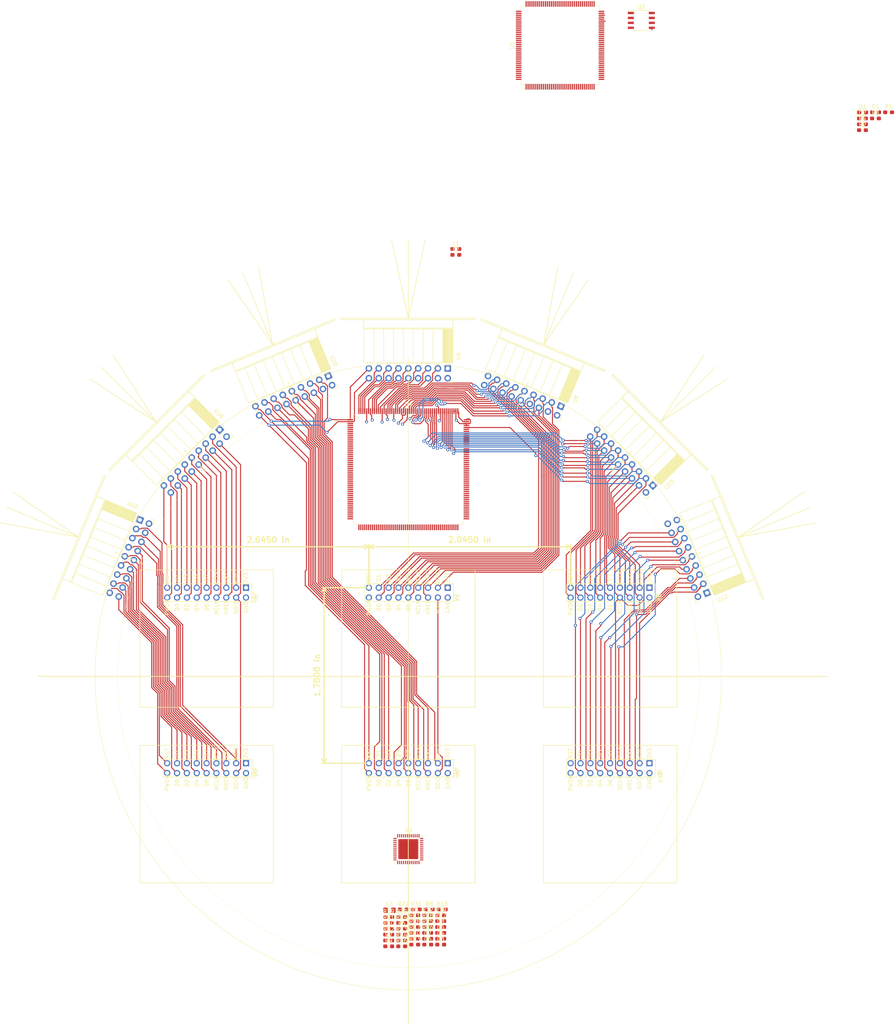
<source format=kicad_pcb>
(kicad_pcb (version 20171130) (host pcbnew "(5.0.1-3-g963ef8bb5)")
  (layers (0 F.Cu signal) (31 B.Cu signal) (34 B.Paste user hide) (35 F.Paste user) (36 B.SilkS user hide) (37 F.SilkS user) (38 B.Mask user hide) (39 F.Mask user hide) (44 Edge.Cuts user hide))
  (net 0 "")
  (net 1 "Net-(L1-Pad2)")
  (net 2 +1V2)
  (net 3 "Net-(L2-Pad2)")
  (net 4 /ICE40/spi_ss)
  (net 5 /ICE40/spi_sdo)
  (net 6 "Net-(R3-Pad1)")
  (net 7 GNDD)
  (net 8 /ICE40/spi_sdi)
  (net 9 /ICE40/spi_sck)
  (net 10 "Net-(R2-Pad1)")
  (net 11 +3V3)
  (net 12 "Net-(L3-Pad2)")
  (net 13 /Ethernet/TxRxP1)
  (net 14 /Ethernet/TxRxN1)
  (net 15 /Ethernet/TxRxP2)
  (net 16 /Ethernet/TxRxN2)
  (net 17 /Ethernet/TxRxP3)
  (net 18 /Ethernet/TxRxN3)
  (net 19 /Ethernet/TxRxP4)
  (net 20 /Ethernet/TxRxN4)
  (net 21 "Net-(U3-Pad13)")
  (net 22 /Ethernet/eth_led2_n)
  (net 23 /Ethernet/eth_led1_n)
  (net 24 /Ethernet/eth_txd0)
  (net 25 /Ethernet/eth_txd1)
  (net 26 /Ethernet/eth_txd2)
  (net 27 /Ethernet/eth_txd3)
  (net 28 /Ethernet/eth_tx_clk)
  (net 29 /Ethernet/eth_tx_en)
  (net 30 /Ethernet/eth_rxd3)
  (net 31 /Ethernet/eth_rxd2)
  (net 32 /Ethernet/eth_rxd1)
  (net 33 /Ethernet/eth_rxd0)
  (net 34 /Ethernet/eth_rx_dv)
  (net 35 /Ethernet/eth_rx_clk)
  (net 36 /Ethernet/eth_mdc)
  (net 37 /Ethernet/eth_mdio)
  (net 38 /Ethernet/eth_int_n)
  (net 39 /Ethernet/clk125)
  (net 40 /Ethernet/eth_reset_n)
  (net 41 "Net-(U3-Pad43)")
  (net 42 "Net-(R23-Pad1)")
  (net 43 /Ethernet/clk25)
  (net 44 "Net-(U3-Pad47)")
  (net 45 "Net-(R24-Pad1)")
  (net 46 /Ethernet/eth_rxd0_f)
  (net 47 /Ethernet/eth_rx_dv_f)
  (net 48 /Ethernet/eth_rx_clk_f)
  (net 49 /Ethernet/eth_rxd3_f)
  (net 50 "Net-(C8-Pad1)")
  (net 51 /Ethernet/eth_rxd2_f)
  (net 52 "Net-(C7-Pad1)")
  (net 53 /Ethernet/phy_led1_p)
  (net 54 /Ethernet/phy_led2_p)
  (net 55 /Ethernet/eth_rxd1_f)
  (net 56 "Net-(U1-Pad1)")
  (net 57 "Net-(U1-Pad2)")
  (net 58 "Net-(U1-Pad3)")
  (net 59 "Net-(U1-Pad4)")
  (net 60 "Net-(U1-Pad7)")
  (net 61 "Net-(U1-Pad8)")
  (net 62 "Net-(U1-Pad9)")
  (net 63 "Net-(U1-Pad10)")
  (net 64 "Net-(U1-Pad11)")
  (net 65 "Net-(U1-Pad12)")
  (net 66 "Net-(U1-Pad15)")
  (net 67 "Net-(U1-Pad16)")
  (net 68 "Net-(U1-Pad17)")
  (net 69 "Net-(U1-Pad18)")
  (net 70 "Net-(U1-Pad19)")
  (net 71 "Net-(U1-Pad20)")
  (net 72 "Net-(U1-Pad21)")
  (net 73 "Net-(U1-Pad22)")
  (net 74 "Net-(U1-Pad23)")
  (net 75 "Net-(U1-Pad24)")
  (net 76 "Net-(U1-Pad25)")
  (net 77 "Net-(U1-Pad26)")
  (net 78 "Net-(U1-Pad28)")
  (net 79 "Net-(U1-Pad29)")
  (net 80 "Net-(U1-Pad31)")
  (net 81 "Net-(U1-Pad32)")
  (net 82 "Net-(U1-Pad33)")
  (net 83 "Net-(U1-Pad34)")
  (net 84 "Net-(U1-Pad37)")
  (net 85 "Net-(U1-Pad38)")
  (net 86 "Net-(U1-Pad39)")
  (net 87 "Net-(U1-Pad41)")
  (net 88 "Net-(U1-Pad42)")
  (net 89 "Net-(U1-Pad43)")
  (net 90 "Net-(U1-Pad44)")
  (net 91 "Net-(U1-Pad45)")
  (net 92 "Net-(U1-Pad47)")
  (net 93 "Net-(U1-Pad48)")
  (net 94 "Net-(U1-Pad49)")
  (net 95 "Net-(U1-Pad52)")
  (net 96 "Net-(C1-Pad2)")
  (net 97 +3.3VA)
  (net 98 "Net-(U1-Pad55)")
  (net 99 "Net-(U1-Pad56)")
  (net 100 "Net-(U1-Pad60)")
  (net 101 "Net-(U1-Pad61)")
  (net 102 "Net-(U1-Pad62)")
  (net 103 "Net-(U1-Pad63)")
  (net 104 "Net-(U1-Pad64)")
  (net 105 "Net-(U1-Pad65)")
  (net 106 "Net-(U1-Pad66)")
  (net 107 "Net-(U1-Pad73)")
  (net 108 "Net-(U1-Pad74)")
  (net 109 "Net-(U1-Pad75)")
  (net 110 "Net-(U1-Pad76)")
  (net 111 "Net-(U1-Pad78)")
  (net 112 "Net-(U1-Pad79)")
  (net 113 "Net-(U1-Pad80)")
  (net 114 "Net-(U1-Pad81)")
  (net 115 "Net-(U1-Pad82)")
  (net 116 "Net-(U1-Pad83)")
  (net 117 "Net-(U1-Pad84)")
  (net 118 "Net-(U1-Pad85)")
  (net 119 "Net-(U1-Pad87)")
  (net 120 "Net-(U1-Pad88)")
  (net 121 "Net-(U1-Pad90)")
  (net 122 "Net-(U1-Pad91)")
  (net 123 "Net-(U1-Pad93)")
  (net 124 "Net-(U1-Pad94)")
  (net 125 "Net-(U1-Pad95)")
  (net 126 "Net-(U1-Pad96)")
  (net 127 "Net-(U1-Pad97)")
  (net 128 "Net-(U1-Pad98)")
  (net 129 "Net-(U1-Pad99)")
  (net 130 "Net-(U1-Pad101)")
  (net 131 "Net-(U1-Pad102)")
  (net 132 "Net-(U1-Pad104)")
  (net 133 "Net-(U1-Pad105)")
  (net 134 "Net-(U1-Pad106)")
  (net 135 "Net-(U1-Pad107)")
  (net 136 "Net-(D1-Pad1)")
  (net 137 "Net-(U1-Pad109)")
  (net 138 "Net-(U1-Pad110)")
  (net 139 "Net-(U1-Pad112)")
  (net 140 "Net-(U1-Pad113)")
  (net 141 "Net-(U1-Pad114)")
  (net 142 "Net-(U1-Pad115)")
  (net 143 "Net-(U1-Pad116)")
  (net 144 "Net-(U1-Pad117)")
  (net 145 "Net-(U1-Pad118)")
  (net 146 "Net-(U1-Pad119)")
  (net 147 "Net-(U1-Pad120)")
  (net 148 "Net-(U1-Pad121)")
  (net 149 "Net-(U1-Pad122)")
  (net 150 "Net-(U1-Pad124)")
  (net 151 "Net-(U1-Pad125)")
  (net 152 "Net-(C2-Pad1)")
  (net 153 "Net-(U1-Pad128)")
  (net 154 "Net-(U1-Pad129)")
  (net 155 "Net-(U1-Pad130)")
  (net 156 "Net-(U1-Pad134)")
  (net 157 "Net-(U1-Pad135)")
  (net 158 "Net-(U1-Pad136)")
  (net 159 "Net-(U1-Pad137)")
  (net 160 "Net-(U1-Pad138)")
  (net 161 "Net-(U1-Pad139)")
  (net 162 "Net-(U1-Pad141)")
  (net 163 "Net-(U1-Pad142)")
  (net 164 "Net-(U1-Pad143)")
  (net 165 "Net-(U1-Pad144)")
  (net 166 "Net-(U4-Pad3)")
  (net 167 "Net-(U4-Pad4)")
  (net 168 "Net-(U4-Pad5)")
  (net 169 "Net-(U4-Pad6)")
  (net 170 "Net-(U4-Pad8)")
  (net 171 "Net-(U4-Pad10)")
  (net 172 "Net-(U4-Pad11)")
  (net 173 "Net-(U4-Pad12)")
  (net 174 "Net-(U4-Pad13)")
  (net 175 "Net-(U4-Pad15)")
  (net 176 "Net-(U4-Pad16)")
  (net 177 "Net-(U4-Pad17)")
  (net 178 "Net-(U4-Pad18)")
  (net 179 "Net-(U4-Pad19)")
  (net 180 "Net-(U4-Pad20)")
  (net 181 "Net-(U4-Pad21)")
  (net 182 "Net-(U4-Pad22)")
  (net 183 "Net-(U4-Pad23)")
  (net 184 "Net-(U4-Pad24)")
  (net 185 "Net-(U4-Pad26)")
  (net 186 "Net-(U4-Pad27)")
  (net 187 "Net-(U4-Pad28)")
  (net 188 "Net-(U4-Pad30)")
  (net 189 "Net-(U4-Pad31)")
  (net 190 "Net-(U4-Pad33)")
  (net 191 "Net-(U4-Pad34)")
  (net 192 "Net-(U4-Pad35)")
  (net 193 "Net-(U4-Pad37)")
  (net 194 "Net-(U4-Pad39)")
  (net 195 "Net-(U4-Pad40)")
  (net 196 "Net-(U4-Pad41)")
  (net 197 "Net-(U4-Pad43)")
  (net 198 "Net-(U4-Pad44)")
  (net 199 "Net-(U4-Pad45)")
  (net 200 "Net-(U4-Pad46)")
  (net 201 "Net-(U4-Pad48)")
  (net 202 "Net-(U4-Pad56)")
  (net 203 "Net-(U4-Pad57)")
  (net 204 "Net-(U4-Pad58)")
  (net 205 "Net-(U4-Pad59)")
  (net 206 "Net-(U4-Pad60)")
  (net 207 "Net-(U4-Pad61)")
  (net 208 "Net-(U4-Pad63)")
  (net 209 "Net-(U4-Pad64)")
  (net 210 "Net-(U4-Pad67)")
  (net 211 "Net-(U4-Pad68)")
  (net 212 "Net-(U4-Pad69)")
  (net 213 "Net-(U4-Pad70)")
  (net 214 "Net-(U4-Pad72)")
  (net 215 "Net-(U4-Pad74)")
  (net 216 "Net-(U4-Pad75)")
  (net 217 "Net-(U4-Pad76)")
  (net 218 "Net-(U4-Pad77)")
  (net 219 "Net-(U4-Pad80)")
  (net 220 "Net-(U4-Pad81)")
  (net 221 "Net-(U4-Pad82)")
  (net 222 "Net-(U4-Pad84)")
  (net 223 "Net-(U4-Pad86)")
  (net 224 "Net-(U4-Pad87)")
  (net 225 "Net-(U4-Pad88)")
  (net 226 "Net-(U4-Pad89)")
  (net 227 "Net-(U4-Pad90)")
  (net 228 "Net-(U4-Pad92)")
  (net 229 "Net-(U4-Pad94)")
  (net 230 "Net-(U4-Pad95)")
  (net 231 "Net-(U4-Pad96)")
  (net 232 "Net-(U4-Pad97)")
  (net 233 "Net-(U4-Pad99)")
  (net 234 "Net-(U4-Pad101)")
  (net 235 "Net-(U4-Pad102)")
  (net 236 "Net-(U4-Pad103)")
  (net 237 "Net-(U4-Pad104)")
  (net 238 "Net-(U4-Pad105)")
  (net 239 "Net-(U4-Pad106)")
  (net 240 "Net-(U4-Pad107)")
  (net 241 "Net-(U4-Pad108)")
  (net 242 "Net-(U4-Pad110)")
  (net 243 "Net-(U4-Pad112)")
  (net 244 "Net-(U4-Pad113)")
  (net 245 "Net-(U4-Pad114)")
  (net 246 "Net-(U4-Pad115)")
  (net 247 "Net-(U4-Pad116)")
  (net 248 "Net-(U4-Pad117)")
  (net 249 "Net-(U4-Pad118)")
  (net 250 "Net-(U4-Pad121)")
  (net 251 "Net-(U4-Pad123)")
  (net 252 "Net-(U4-Pad125)")
  (net 253 "Net-(U4-Pad126)")
  (net 254 "Net-(U4-Pad127)")
  (net 255 "Net-(U4-Pad128)")
  (net 256 "Net-(U4-Pad129)")
  (net 257 "Net-(U4-Pad130)")
  (net 258 "Net-(U4-Pad131)")
  (net 259 "Net-(U4-Pad132)")
  (net 260 "Net-(U4-Pad133)")
  (net 261 "Net-(U4-Pad134)")
  (net 262 "Net-(U4-Pad135)")
  (net 263 "Net-(U4-Pad137)")
  (net 264 "Net-(U4-Pad138)")
  (net 265 "Net-(U4-Pad139)")
  (net 266 "Net-(U4-Pad141)")
  (net 267 "Net-(U4-Pad142)")
  (net 268 "Net-(U4-Pad143)")
  (net 269 "Net-(U4-Pad144)")
  (net 270 "Net-(U4-Pad145)")
  (net 271 "Net-(U4-Pad146)")
  (net 272 "Net-(U4-Pad147)")
  (net 273 "Net-(U4-Pad149)")
  (net 274 "Net-(U4-Pad150)")
  (net 275 "Net-(U4-Pad151)")
  (net 276 "Net-(C6-Pad1)")
  (net 277 "Net-(C5-Pad1)")
  (net 278 "Net-(C4-Pad1)")
  (net 279 "Net-(C3-Pad1)")
  (net 280 /ov0_soic)
  (net 281 /ov_soid)
  (net 282 /ov0_vsync)
  (net 283 /ov0_href)
  (net 284 /ov0_pclk)
  (net 285 /ov_xclk)
  (net 286 /ov_reset)
  (net 287 /ov_pwdn)
  (net 288 /ov1_soic)
  (net 289 /ov1_vsync)
  (net 290 /ov1_href)
  (net 291 /ov1_pclk)
  (net 292 /ov2_soic)
  (net 293 /ov2_vsync)
  (net 294 /ov2_href)
  (net 295 /ov2_pclk)
  (net 296 /ov5_soic)
  (net 297 /ov5_vsync)
  (net 298 /ov5_href)
  (net 299 /ov5_pclk)
  (net 300 /ov6_pclk)
  (net 301 /ov6_href)
  (net 302 /ov6_vsync)
  (net 303 /ov6_soic)
  (net 304 /ov3_soic)
  (net 305 /ov3_vsync)
  (net 306 /ov3_href)
  (net 307 /ov3_pclk)
  (net 308 "/OV7670 Sensor 5/ov_d7")
  (net 309 "/OV7670 Sensor 5/ov_d6")
  (net 310 "/OV7670 Sensor 5/ov_d5")
  (net 311 "/OV7670 Sensor 5/ov_d4")
  (net 312 "/OV7670 Sensor 5/ov_d3")
  (net 313 "/OV7670 Sensor 5/ov_d2")
  (net 314 "/OV7670 Sensor 5/ov_d1")
  (net 315 "/OV7670 Sensor 5/ov_d0")
  (net 316 "/OV7670 Sensor 6/ov_d0")
  (net 317 "/OV7670 Sensor 6/ov_d1")
  (net 318 "/OV7670 Sensor 6/ov_d2")
  (net 319 "/OV7670 Sensor 6/ov_d3")
  (net 320 "/OV7670 Sensor 6/ov_d4")
  (net 321 "/OV7670 Sensor 6/ov_d5")
  (net 322 "/OV7670 Sensor 6/ov_d6")
  (net 323 "/OV7670 Sensor 6/ov_d7")
  (net 324 "/OV7670 Sensor 3/ov_d7")
  (net 325 "/OV7670 Sensor 3/ov_d6")
  (net 326 "/OV7670 Sensor 3/ov_d5")
  (net 327 "/OV7670 Sensor 3/ov_d4")
  (net 328 "/OV7670 Sensor 3/ov_d3")
  (net 329 "/OV7670 Sensor 3/ov_d2")
  (net 330 "/OV7670 Sensor 3/ov_d1")
  (net 331 "/OV7670 Sensor 3/ov_d0")
  (net 332 /ov4_soic)
  (net 333 /ov4_vsync)
  (net 334 /ov4_href)
  (net 335 /ov4_pclk)
  (net 336 "/OV7670 Sensor 4/ov_d7")
  (net 337 "/OV7670 Sensor 4/ov_d6")
  (net 338 "/OV7670 Sensor 4/ov_d5")
  (net 339 "/OV7670 Sensor 4/ov_d4")
  (net 340 "/OV7670 Sensor 4/ov_d3")
  (net 341 "/OV7670 Sensor 4/ov_d2")
  (net 342 "/OV7670 Sensor 4/ov_d1")
  (net 343 "/OV7670 Sensor 4/ov_d0")
  (net 344 /EP2C8/ov0_d1)
  (net 345 /EP2C8/ov0_d0)
  (net 346 /EP2C8/ov0_d3)
  (net 347 /EP2C8/ov0_d2)
  (net 348 /EP2C8/ov0_d5)
  (net 349 /EP2C8/ov0_d4)
  (net 350 /EP2C8/ov0_d7)
  (net 351 /EP2C8/ov0_d6)
  (net 352 /EP2C8/ov1_d1)
  (net 353 /EP2C8/ov1_d0)
  (net 354 /EP2C8/ov1_d3)
  (net 355 /EP2C8/ov1_d2)
  (net 356 /EP2C8/ov1_d5)
  (net 357 /EP2C8/ov1_d4)
  (net 358 /EP2C8/ov1_d7)
  (net 359 /EP2C8/ov1_d6)
  (net 360 /EP2C8/ov2_d1)
  (net 361 /EP2C8/ov2_d0)
  (net 362 /EP2C8/ov2_d3)
  (net 363 /EP2C8/ov2_d2)
  (net 364 /EP2C8/ov2_d5)
  (net 365 /EP2C8/ov2_d4)
  (net 366 /EP2C8/ov2_d7)
  (net 367 /EP2C8/ov2_d6)
  (module OV7670_Module:OV7670_Flat (layer F.Cu) (at 180.27 70.866 270)
    (fp_text reference U9 (at 2.54 -12.2 270) (layer F.SilkS))
    (fp_text value OV7670_module)
    (fp_text user 3V3 (at -2.54 -10.16 270) (layer F.SilkS))
    (fp_text user SOIC (at -2.54 -7.62 270) (layer F.SilkS))
    (fp_text user VSY (at -2.54 -5.08 270) (layer F.SilkS))
    (fp_text user PCLK (at -2.54 -2.54 270) (layer F.SilkS))
    (fp_text user D7 (at -2.54 0 270) (layer F.SilkS))
    (fp_text user D5 (at -2.54 2.54 270) (layer F.SilkS))
    (fp_text user D3 (at -2.54 5.08 270) (layer F.SilkS))
    (fp_text user D1 (at -2.54 7.62 270) (layer F.SilkS))
    (fp_text user RST (at -2.54 10.16 270) (layer F.SilkS))
    (fp_text user GND (at 5.08 -10.16 270) (layer F.SilkS))
    (fp_text user SOID (at 5.08 -7.62 270) (layer F.SilkS))
    (fp_text user HREF (at 5.08 -5.08 270) (layer F.SilkS))
    (fp_text user XCLK (at 5.08 -2.54 270) (layer F.SilkS))
    (fp_text user d6 (at 2.54 -12.7 270) (layer F.SilkS))
    (fp_text user D6 (at 5.08 0 270) (layer F.SilkS))
    (fp_text user D4 (at 5.08 2.54 270) (layer F.SilkS))
    (fp_text user D2 (at 5.08 5.08 270) (layer F.SilkS))
    (fp_text user D0 (at 5.08 7.62 270) (layer F.SilkS))
    (fp_text user PWDN (at 5.08 10.16 270) (layer F.SilkS))
    (pad "" np_thru_hole circle (at 28.2 14.6 270) (size 3.3 3.3) (drill 3.3) (layers *.Cu *.Mask))
    (pad "" np_thru_hole circle (at 28.2 -14.6 270) (size 3.3 3.3) (drill 3.3) (layers *.Cu *.Mask))
    (pad "" np_thru_hole circle (at -2 14.6 270) (size 3.3 3.3) (drill 3.3) (layers *.Cu *.Mask))
    (pad "" np_thru_hole circle (at -2 -14.6 270) (size 3.3 3.3) (drill 3.3) (layers *.Cu *.Mask))
    (pad 2 thru_hole circle (at 2.54 -10.16 270) (size 1.6 1.6) (drill 1) (layers *.Cu *.Mask) (net 7 GNDD))
    (pad 3 thru_hole circle (at 0 -7.62 270) (size 1.6 1.6) (drill 1) (layers *.Cu *.Mask) (net 292 /ov2_soic))
    (pad 4 thru_hole circle (at 2.54 -7.62 270) (size 1.6 1.6) (drill 1) (layers *.Cu *.Mask) (net 281 /ov_soid))
    (pad 5 thru_hole circle (at 0 -5.08 270) (size 1.6 1.6) (drill 1) (layers *.Cu *.Mask) (net 293 /ov2_vsync))
    (pad 6 thru_hole circle (at 2.54 -5.08 270) (size 1.6 1.6) (drill 1) (layers *.Cu *.Mask) (net 294 /ov2_href))
    (pad 7 thru_hole circle (at 0 -2.54 270) (size 1.6 1.6) (drill 1) (layers *.Cu *.Mask) (net 295 /ov2_pclk))
    (pad 8 thru_hole circle (at 2.54 -2.54 270) (size 1.6 1.6) (drill 1) (layers *.Cu *.Mask) (net 285 /ov_xclk))
    (pad 9 thru_hole circle (at 0 0 270) (size 1.6 1.6) (drill 1) (layers *.Cu *.Mask) (net 366 /EP2C8/ov2_d7))
    (pad 10 thru_hole circle (at 2.54 0 270) (size 1.6 1.6) (drill 1) (layers *.Cu *.Mask) (net 367 /EP2C8/ov2_d6))
    (pad 11 thru_hole circle (at 0 2.54 270) (size 1.6 1.6) (drill 1) (layers *.Cu *.Mask) (net 364 /EP2C8/ov2_d5))
    (pad 12 thru_hole circle (at 2.54 2.54 270) (size 1.6 1.6) (drill 1) (layers *.Cu *.Mask) (net 365 /EP2C8/ov2_d4))
    (pad 13 thru_hole circle (at 0 5.08 270) (size 1.6 1.6) (drill 1) (layers *.Cu *.Mask) (net 362 /EP2C8/ov2_d3))
    (pad 14 thru_hole circle (at 2.54 5.08 270) (size 1.6 1.6) (drill 1) (layers *.Cu *.Mask) (net 363 /EP2C8/ov2_d2))
    (pad 15 thru_hole circle (at 0 7.62 270) (size 1.6 1.6) (drill 1) (layers *.Cu *.Mask) (net 360 /EP2C8/ov2_d1))
    (pad 16 thru_hole circle (at 2.54 7.62 270) (size 1.6 1.6) (drill 1) (layers *.Cu *.Mask) (net 361 /EP2C8/ov2_d0))
    (pad 17 thru_hole circle (at 0 10.16 270) (size 1.6 1.6) (drill 1) (layers *.Cu *.Mask) (net 286 /ov_reset))
    (pad 18 thru_hole circle (at 2.54 10.16 270) (size 1.6 1.6) (drill 1) (layers *.Cu *.Mask) (net 287 /ov_pwdn))
    (pad 1 thru_hole rect (at 0 -10.16 270) (size 1.6 1.6) (drill 1) (layers *.Cu *.Mask) (net 11 +3V3))
  )
  (module Package_DFN_QFN:QFN-48-1EP_7x7mm_P0.5mm_EP5.15x5.15mm (layer F.Cu) (at 128.27 138.196)
    (fp_text reference U3 (at 0 -4.82) (layer F.SilkS))
    (fp_text value KSZ9031RNXCA)
    (pad 48 smd roundrect (at -2.75 -3.4375) (size 0.25 0.875) (layers F.Cu F.Paste F.Mask) (net 45 "Net-(R24-Pad1)"))
    (pad 47 smd roundrect (at -2.25 -3.4375) (size 0.25 0.875) (layers F.Cu F.Paste F.Mask) (net 44 "Net-(U3-Pad47)"))
    (pad 46 smd roundrect (at -1.75 -3.4375) (size 0.25 0.875) (layers F.Cu F.Paste F.Mask) (net 43 /Ethernet/clk25))
    (pad 45 smd roundrect (at -1.25 -3.4375) (size 0.25 0.875) (layers F.Cu F.Paste F.Mask) (net 42 "Net-(R23-Pad1)"))
    (pad 44 smd roundrect (at -0.75 -3.4375) (size 0.25 0.875) (layers F.Cu F.Paste F.Mask) (net 1 "Net-(L1-Pad2)"))
    (pad 43 smd roundrect (at -0.25 -3.4375) (size 0.25 0.875) (layers F.Cu F.Paste F.Mask) (net 41 "Net-(U3-Pad43)"))
    (pad 42 smd roundrect (at 0.25 -3.4375) (size 0.25 0.875) (layers F.Cu F.Paste F.Mask) (net 40 /Ethernet/eth_reset_n))
    (pad 41 smd roundrect (at 0.75 -3.4375) (size 0.25 0.875) (layers F.Cu F.Paste F.Mask) (net 39 /Ethernet/clk125))
    (pad 40 smd roundrect (at 1.25 -3.4375) (size 0.25 0.875) (layers F.Cu F.Paste F.Mask) (net 11 +3V3))
    (pad 39 smd roundrect (at 1.75 -3.4375) (size 0.25 0.875) (layers F.Cu F.Paste F.Mask) (net 2 +1V2))
    (pad 38 smd roundrect (at 2.25 -3.4375) (size 0.25 0.875) (layers F.Cu F.Paste F.Mask) (net 38 /Ethernet/eth_int_n))
    (pad 37 smd roundrect (at 2.75 -3.4375) (size 0.25 0.875) (layers F.Cu F.Paste F.Mask) (net 37 /Ethernet/eth_mdio))
    (pad 36 smd roundrect (at 3.4375 -2.75) (size 0.875 0.25) (layers F.Cu F.Paste F.Mask) (net 36 /Ethernet/eth_mdc))
    (pad 35 smd roundrect (at 3.4375 -2.25) (size 0.875 0.25) (layers F.Cu F.Paste F.Mask) (net 35 /Ethernet/eth_rx_clk))
    (pad 34 smd roundrect (at 3.4375 -1.75) (size 0.875 0.25) (layers F.Cu F.Paste F.Mask) (net 11 +3V3))
    (pad 33 smd roundrect (at 3.4375 -1.25) (size 0.875 0.25) (layers F.Cu F.Paste F.Mask) (net 34 /Ethernet/eth_rx_dv))
    (pad 32 smd roundrect (at 3.4375 -0.75) (size 0.875 0.25) (layers F.Cu F.Paste F.Mask) (net 33 /Ethernet/eth_rxd0))
    (pad 31 smd roundrect (at 3.4375 -0.25) (size 0.875 0.25) (layers F.Cu F.Paste F.Mask) (net 32 /Ethernet/eth_rxd1))
    (pad 30 smd roundrect (at 3.4375 0.25) (size 0.875 0.25) (layers F.Cu F.Paste F.Mask) (net 2 +1V2))
    (pad 29 smd roundrect (at 3.4375 0.75) (size 0.875 0.25) (layers F.Cu F.Paste F.Mask) (net 7 GNDD))
    (pad 28 smd roundrect (at 3.4375 1.25) (size 0.875 0.25) (layers F.Cu F.Paste F.Mask) (net 31 /Ethernet/eth_rxd2))
    (pad 27 smd roundrect (at 3.4375 1.75) (size 0.875 0.25) (layers F.Cu F.Paste F.Mask) (net 30 /Ethernet/eth_rxd3))
    (pad 26 smd roundrect (at 3.4375 2.25) (size 0.875 0.25) (layers F.Cu F.Paste F.Mask) (net 2 +1V2))
    (pad 25 smd roundrect (at 3.4375 2.75) (size 0.875 0.25) (layers F.Cu F.Paste F.Mask) (net 29 /Ethernet/eth_tx_en))
    (pad 24 smd roundrect (at 2.75 3.4375) (size 0.25 0.875) (layers F.Cu F.Paste F.Mask) (net 28 /Ethernet/eth_tx_clk))
    (pad 23 smd roundrect (at 2.25 3.4375) (size 0.25 0.875) (layers F.Cu F.Paste F.Mask) (net 2 +1V2))
    (pad 22 smd roundrect (at 1.75 3.4375) (size 0.25 0.875) (layers F.Cu F.Paste F.Mask) (net 27 /Ethernet/eth_txd3))
    (pad 21 smd roundrect (at 1.25 3.4375) (size 0.25 0.875) (layers F.Cu F.Paste F.Mask) (net 26 /Ethernet/eth_txd2))
    (pad 20 smd roundrect (at 0.75 3.4375) (size 0.25 0.875) (layers F.Cu F.Paste F.Mask) (net 25 /Ethernet/eth_txd1))
    (pad 19 smd roundrect (at 0.25 3.4375) (size 0.25 0.875) (layers F.Cu F.Paste F.Mask) (net 24 /Ethernet/eth_txd0))
    (pad 18 smd roundrect (at -0.25 3.4375) (size 0.25 0.875) (layers F.Cu F.Paste F.Mask) (net 2 +1V2))
    (pad 17 smd roundrect (at -0.75 3.4375) (size 0.25 0.875) (layers F.Cu F.Paste F.Mask) (net 23 /Ethernet/eth_led1_n))
    (pad 16 smd roundrect (at -1.25 3.4375) (size 0.25 0.875) (layers F.Cu F.Paste F.Mask) (net 11 +3V3))
    (pad 15 smd roundrect (at -1.75 3.4375) (size 0.25 0.875) (layers F.Cu F.Paste F.Mask) (net 22 /Ethernet/eth_led2_n))
    (pad 14 smd roundrect (at -2.25 3.4375) (size 0.25 0.875) (layers F.Cu F.Paste F.Mask) (net 2 +1V2))
    (pad 13 smd roundrect (at -2.75 3.4375) (size 0.25 0.875) (layers F.Cu F.Paste F.Mask) (net 21 "Net-(U3-Pad13)"))
    (pad 12 smd roundrect (at -3.4375 2.75) (size 0.875 0.25) (layers F.Cu F.Paste F.Mask) (net 12 "Net-(L3-Pad2)"))
    (pad 11 smd roundrect (at -3.4375 2.25) (size 0.875 0.25) (layers F.Cu F.Paste F.Mask) (net 20 /Ethernet/TxRxN4))
    (pad 10 smd roundrect (at -3.4375 1.75) (size 0.875 0.25) (layers F.Cu F.Paste F.Mask) (net 19 /Ethernet/TxRxP4))
    (pad 9 smd roundrect (at -3.4375 1.25) (size 0.875 0.25) (layers F.Cu F.Paste F.Mask) (net 3 "Net-(L2-Pad2)"))
    (pad 8 smd roundrect (at -3.4375 0.75) (size 0.875 0.25) (layers F.Cu F.Paste F.Mask) (net 18 /Ethernet/TxRxN3))
    (pad 7 smd roundrect (at -3.4375 0.25) (size 0.875 0.25) (layers F.Cu F.Paste F.Mask) (net 17 /Ethernet/TxRxP3))
    (pad 6 smd roundrect (at -3.4375 -0.25) (size 0.875 0.25) (layers F.Cu F.Paste F.Mask) (net 16 /Ethernet/TxRxN2))
    (pad 5 smd roundrect (at -3.4375 -0.75) (size 0.875 0.25) (layers F.Cu F.Paste F.Mask) (net 15 /Ethernet/TxRxP2))
    (pad 4 smd roundrect (at -3.4375 -1.25) (size 0.875 0.25) (layers F.Cu F.Paste F.Mask) (net 3 "Net-(L2-Pad2)"))
    (pad 3 smd roundrect (at -3.4375 -1.75) (size 0.875 0.25) (layers F.Cu F.Paste F.Mask) (net 14 /Ethernet/TxRxN1))
    (pad 2 smd roundrect (at -3.4375 -2.25) (size 0.875 0.25) (layers F.Cu F.Paste F.Mask) (net 13 /Ethernet/TxRxP1))
    (pad 1 smd roundrect (at -3.4375 -2.75) (size 0.875 0.25) (layers F.Cu F.Paste F.Mask) (net 12 "Net-(L3-Pad2)"))
    (pad 49 smd roundrect (at 0 0) (size 5.15 5.15) (layers F.Cu F.Mask) (roundrect_rratio 0.048544) (net 7 GNDD))
  )
  (module Package_SO:SOIC-8_3.9x4.9mm_P1.27mm (layer F.Cu) (at 188.3334 -75.2348)
    (fp_text reference U2 (at 0 -3.5) (layer F.SilkS))
    (fp_text value AT25SF041-SSHD)
    (pad 8 smd rect (at 2.7 -1.905) (size 1.55 0.6) (layers F.Cu F.Paste F.Mask) (net 11 +3V3))
    (pad 7 smd rect (at 2.7 -0.635) (size 1.55 0.6) (layers F.Cu F.Paste F.Mask) (net 10 "Net-(R2-Pad1)"))
    (pad 6 smd rect (at 2.7 0.635) (size 1.55 0.6) (layers F.Cu F.Paste F.Mask) (net 9 /ICE40/spi_sck))
    (pad 5 smd rect (at 2.7 1.905) (size 1.55 0.6) (layers F.Cu F.Paste F.Mask) (net 8 /ICE40/spi_sdi))
    (pad 4 smd rect (at -2.7 1.905) (size 1.55 0.6) (layers F.Cu F.Paste F.Mask) (net 7 GNDD))
    (pad 3 smd rect (at -2.7 0.635) (size 1.55 0.6) (layers F.Cu F.Paste F.Mask) (net 6 "Net-(R3-Pad1)"))
    (pad 2 smd rect (at -2.7 -0.635) (size 1.55 0.6) (layers F.Cu F.Paste F.Mask) (net 5 /ICE40/spi_sdo))
    (pad 1 smd rect (at -2.7 -1.905) (size 1.55 0.6) (layers F.Cu F.Paste F.Mask) (net 4 /ICE40/spi_ss))
  )
  (module Inductor_SMD:L_0603_1608Metric_Pad1.05x0.95mm_HandSolder (layer F.Cu) (at 140.521001 -14.854599)
    (fp_text reference L2 (at 0 -1.43) (layer F.SilkS))
    (fp_text value 600R)
    (pad 2 smd roundrect (at 0.875 0) (size 1.05 0.95) (layers F.Cu F.Paste F.Mask) (net 3 "Net-(L2-Pad2)"))
    (pad 1 smd roundrect (at -0.875 0) (size 1.05 0.95) (layers F.Cu F.Paste F.Mask) (net 2 +1V2))
  )
  (module Inductor_SMD:L_0603_1608Metric_Pad1.05x0.95mm_HandSolder (layer F.Cu) (at 140.521001 -16.364599)
    (fp_text reference L1 (at 0 -1.43) (layer F.SilkS))
    (fp_text value 600R)
    (pad 2 smd roundrect (at 0.875 0) (size 1.05 0.95) (layers F.Cu F.Paste F.Mask) (net 1 "Net-(L1-Pad2)"))
    (pad 1 smd roundrect (at -0.875 0) (size 1.05 0.95) (layers F.Cu F.Paste F.Mask) (net 2 +1V2))
  )
  (module Resistor_SMD:R_0603_1608Metric_Pad1.05x0.95mm_HandSolder (layer F.Cu) (at 126.564001 160.203801)
    (fp_text reference R13 (at 0 -1.43) (layer F.SilkS))
    (fp_text value 10K)
    (pad 2 smd roundrect (at 0.875 0) (size 1.05 0.95) (layers F.Cu F.Paste F.Mask) (net 30 /Ethernet/eth_rxd3))
    (pad 1 smd roundrect (at -0.875 0) (size 1.05 0.95) (layers F.Cu F.Paste F.Mask) (net 11 +3V3))
  )
  (module Resistor_SMD:R_0603_1608Metric_Pad1.05x0.95mm_HandSolder (layer F.Cu) (at 136.614001 156.743801)
    (fp_text reference R27 (at 0 -1.43) (layer F.SilkS))
    (fp_text value 22)
    (pad 2 smd roundrect (at 0.875 0) (size 1.05 0.95) (layers F.Cu F.Paste F.Mask) (net 33 /Ethernet/eth_rxd0))
    (pad 1 smd roundrect (at -0.875 0) (size 1.05 0.95) (layers F.Cu F.Paste F.Mask) (net 46 /Ethernet/eth_rxd0_f))
  )
  (module Resistor_SMD:R_0603_1608Metric_Pad1.05x0.95mm_HandSolder (layer F.Cu) (at 133.264001 159.763801)
    (fp_text reference R26 (at 0 -1.43) (layer F.SilkS))
    (fp_text value 22)
    (pad 2 smd roundrect (at 0.875 0) (size 1.05 0.95) (layers F.Cu F.Paste F.Mask) (net 34 /Ethernet/eth_rx_dv))
    (pad 1 smd roundrect (at -0.875 0) (size 1.05 0.95) (layers F.Cu F.Paste F.Mask) (net 47 /Ethernet/eth_rx_dv_f))
  )
  (module Resistor_SMD:R_0603_1608Metric_Pad1.05x0.95mm_HandSolder (layer F.Cu) (at 133.264001 158.253801)
    (fp_text reference R25 (at 0 -1.43) (layer F.SilkS))
    (fp_text value 1K)
    (pad 2 smd roundrect (at 0.875 0) (size 1.05 0.95) (layers F.Cu F.Paste F.Mask) (net 37 /Ethernet/eth_mdio))
    (pad 1 smd roundrect (at -0.875 0) (size 1.05 0.95) (layers F.Cu F.Paste F.Mask) (net 11 +3V3))
  )
  (module Resistor_SMD:R_0603_1608Metric_Pad1.05x0.95mm_HandSolder (layer F.Cu) (at 126.564001 157.183801)
    (fp_text reference R24 (at 0 -1.43) (layer F.SilkS))
    (fp_text value "12.1K 1%")
    (pad 2 smd roundrect (at 0.875 0) (size 1.05 0.95) (layers F.Cu F.Paste F.Mask) (net 7 GNDD))
    (pad 1 smd roundrect (at -0.875 0) (size 1.05 0.95) (layers F.Cu F.Paste F.Mask) (net 45 "Net-(R24-Pad1)"))
  )
  (module Resistor_SMD:R_0603_1608Metric_Pad1.05x0.95mm_HandSolder (layer F.Cu) (at 123.214001 160.203801)
    (fp_text reference R32 (at 0 -1.43) (layer F.SilkS))
    (fp_text value 10K)
    (pad 2 smd roundrect (at 0.875 0) (size 1.05 0.95) (layers F.Cu F.Paste F.Mask) (net 38 /Ethernet/eth_int_n))
    (pad 1 smd roundrect (at -0.875 0) (size 1.05 0.95) (layers F.Cu F.Paste F.Mask) (net 11 +3V3))
  )
  (module Resistor_SMD:R_0603_1608Metric_Pad1.05x0.95mm_HandSolder (layer F.Cu) (at 130.314001 153.723801)
    (fp_text reference R31 (at 0 -1.43) (layer F.SilkS))
    (fp_text value 22)
    (pad 2 smd roundrect (at 0.875 0) (size 1.05 0.95) (layers F.Cu F.Paste F.Mask) (net 35 /Ethernet/eth_rx_clk))
    (pad 1 smd roundrect (at -0.875 0) (size 1.05 0.95) (layers F.Cu F.Paste F.Mask) (net 48 /Ethernet/eth_rx_clk_f))
  )
  (module Resistor_SMD:R_0603_1608Metric_Pad1.05x0.95mm_HandSolder (layer F.Cu) (at 123.214001 158.693801)
    (fp_text reference R30 (at 0 -1.43) (layer F.SilkS))
    (fp_text value 22)
    (pad 2 smd roundrect (at 0.875 0) (size 1.05 0.95) (layers F.Cu F.Paste F.Mask) (net 30 /Ethernet/eth_rxd3))
    (pad 1 smd roundrect (at -0.875 0) (size 1.05 0.95) (layers F.Cu F.Paste F.Mask) (net 49 /Ethernet/eth_rxd3_f))
  )
  (module Resistor_SMD:R_0603_1608Metric_Pad1.05x0.95mm_HandSolder (layer F.Cu) (at 129.914001 162.783801)
    (fp_text reference R23 (at 0 -1.43) (layer F.SilkS))
    (fp_text value 0)
    (pad 2 smd roundrect (at 0.875 0) (size 1.05 0.95) (layers F.Cu F.Paste F.Mask) (net 50 "Net-(C8-Pad1)"))
    (pad 1 smd roundrect (at -0.875 0) (size 1.05 0.95) (layers F.Cu F.Paste F.Mask) (net 42 "Net-(R23-Pad1)"))
  )
  (module Resistor_SMD:R_0603_1608Metric_Pad1.05x0.95mm_HandSolder (layer F.Cu) (at 123.214001 155.673801)
    (fp_text reference R29 (at 0 -1.43) (layer F.SilkS))
    (fp_text value 22)
    (pad 2 smd roundrect (at 0.875 0) (size 1.05 0.95) (layers F.Cu F.Paste F.Mask) (net 31 /Ethernet/eth_rxd2))
    (pad 1 smd roundrect (at -0.875 0) (size 1.05 0.95) (layers F.Cu F.Paste F.Mask) (net 51 /Ethernet/eth_rxd2_f))
  )
  (module Resistor_SMD:R_0603_1608Metric_Pad1.05x0.95mm_HandSolder (layer F.Cu) (at 126.964001 153.723801)
    (fp_text reference R22 (at 0 -1.43) (layer F.SilkS))
    (fp_text value 0)
    (pad 2 smd roundrect (at 0.875 0) (size 1.05 0.95) (layers F.Cu F.Paste F.Mask) (net 52 "Net-(C7-Pad1)"))
    (pad 1 smd roundrect (at -0.875 0) (size 1.05 0.95) (layers F.Cu F.Paste F.Mask) (net 43 /Ethernet/clk25))
  )
  (module Resistor_SMD:R_0603_1608Metric_Pad1.05x0.95mm_HandSolder (layer F.Cu) (at 123.214001 157.183801)
    (fp_text reference R21 (at 0 -1.43) (layer F.SilkS))
    (fp_text value 1K)
    (pad 2 smd roundrect (at 0.875 0) (size 1.05 0.95) (layers F.Cu F.Paste F.Mask) (net 53 /Ethernet/phy_led1_p))
    (pad 1 smd roundrect (at -0.875 0) (size 1.05 0.95) (layers F.Cu F.Paste F.Mask) (net 11 +3V3))
  )
  (module Resistor_SMD:R_0603_1608Metric_Pad1.05x0.95mm_HandSolder (layer F.Cu) (at 126.564001 155.673801)
    (fp_text reference R20 (at 0 -1.43) (layer F.SilkS))
    (fp_text value 1K)
    (pad 2 smd roundrect (at 0.875 0) (size 1.05 0.95) (layers F.Cu F.Paste F.Mask) (net 54 /Ethernet/phy_led2_p))
    (pad 1 smd roundrect (at -0.875 0) (size 1.05 0.95) (layers F.Cu F.Paste F.Mask) (net 11 +3V3))
  )
  (module Resistor_SMD:R_0603_1608Metric_Pad1.05x0.95mm_HandSolder (layer F.Cu) (at 252.069601 -51.568999)
    (fp_text reference R1 (at 0 -1.43) (layer F.SilkS))
    (fp_text value 10K)
    (pad 2 smd roundrect (at 0.875 0) (size 1.05 0.95) (layers F.Cu F.Paste F.Mask) (net 11 +3V3))
    (pad 1 smd roundrect (at -0.875 0) (size 1.05 0.95) (layers F.Cu F.Paste F.Mask) (net 4 /ICE40/spi_ss))
  )
  (module Resistor_SMD:R_0603_1608Metric_Pad1.05x0.95mm_HandSolder (layer F.Cu) (at 245.329601 -46.958999)
    (fp_text reference R2 (at 0 -1.43) (layer F.SilkS))
    (fp_text value 10K)
    (pad 2 smd roundrect (at 0.875 0) (size 1.05 0.95) (layers F.Cu F.Paste F.Mask) (net 11 +3V3))
    (pad 1 smd roundrect (at -0.875 0) (size 1.05 0.95) (layers F.Cu F.Paste F.Mask) (net 10 "Net-(R2-Pad1)"))
  )
  (module Resistor_SMD:R_0603_1608Metric_Pad1.05x0.95mm_HandSolder (layer F.Cu) (at 248.679601 -49.978999)
    (fp_text reference R3 (at 0 -1.43) (layer F.SilkS))
    (fp_text value 10K)
    (pad 2 smd roundrect (at 0.875 0) (size 1.05 0.95) (layers F.Cu F.Paste F.Mask) (net 11 +3V3))
    (pad 1 smd roundrect (at -0.875 0) (size 1.05 0.95) (layers F.Cu F.Paste F.Mask) (net 6 "Net-(R3-Pad1)"))
  )
  (module Resistor_SMD:R_0603_1608Metric_Pad1.05x0.95mm_HandSolder (layer F.Cu) (at 245.329601 -48.468999)
    (fp_text reference R4 (at 0 -1.43) (layer F.SilkS))
    (fp_text value NS)
    (pad 2 smd roundrect (at 0.875 0) (size 1.05 0.95) (layers F.Cu F.Paste F.Mask) (net 4 /ICE40/spi_ss))
    (pad 1 smd roundrect (at -0.875 0) (size 1.05 0.95) (layers F.Cu F.Paste F.Mask) (net 7 GNDD))
  )
  (module Resistor_SMD:R_0603_1608Metric_Pad1.05x0.95mm_HandSolder (layer F.Cu) (at 129.914001 155.233801)
    (fp_text reference R5 (at 0 -1.43) (layer F.SilkS))
    (fp_text value 10K)
    (pad 2 smd roundrect (at 0.875 0) (size 1.05 0.95) (layers F.Cu F.Paste F.Mask) (net 34 /Ethernet/eth_rx_dv))
    (pad 1 smd roundrect (at -0.875 0) (size 1.05 0.95) (layers F.Cu F.Paste F.Mask) (net 11 +3V3))
  )
  (module Resistor_SMD:R_0603_1608Metric_Pad1.05x0.95mm_HandSolder (layer F.Cu) (at 126.564001 158.693801)
    (fp_text reference R6 (at 0 -1.43) (layer F.SilkS))
    (fp_text value NS)
    (pad 2 smd roundrect (at 0.875 0) (size 1.05 0.95) (layers F.Cu F.Paste F.Mask) (net 34 /Ethernet/eth_rx_dv))
    (pad 1 smd roundrect (at -0.875 0) (size 1.05 0.95) (layers F.Cu F.Paste F.Mask) (net 7 GNDD))
  )
  (module Resistor_SMD:R_0603_1608Metric_Pad1.05x0.95mm_HandSolder (layer F.Cu) (at 123.214001 161.713801)
    (fp_text reference R7 (at 0 -1.43) (layer F.SilkS))
    (fp_text value 10K)
    (pad 2 smd roundrect (at 0.875 0) (size 1.05 0.95) (layers F.Cu F.Paste F.Mask) (net 33 /Ethernet/eth_rxd0))
    (pad 1 smd roundrect (at -0.875 0) (size 1.05 0.95) (layers F.Cu F.Paste F.Mask) (net 11 +3V3))
  )
  (module Resistor_SMD:R_0603_1608Metric_Pad1.05x0.95mm_HandSolder (layer F.Cu) (at 133.664001 153.723801)
    (fp_text reference R8 (at 0 -1.43) (layer F.SilkS))
    (fp_text value NS)
    (pad 2 smd roundrect (at 0.875 0) (size 1.05 0.95) (layers F.Cu F.Paste F.Mask) (net 33 /Ethernet/eth_rxd0))
    (pad 1 smd roundrect (at -0.875 0) (size 1.05 0.95) (layers F.Cu F.Paste F.Mask) (net 7 GNDD))
  )
  (module Resistor_SMD:R_0603_1608Metric_Pad1.05x0.95mm_HandSolder (layer F.Cu) (at 123.214001 163.223801)
    (fp_text reference R9 (at 0 -1.43) (layer F.SilkS))
    (fp_text value 10K)
    (pad 2 smd roundrect (at 0.875 0) (size 1.05 0.95) (layers F.Cu F.Paste F.Mask) (net 32 /Ethernet/eth_rxd1))
    (pad 1 smd roundrect (at -0.875 0) (size 1.05 0.95) (layers F.Cu F.Paste F.Mask) (net 11 +3V3))
  )
  (module Resistor_SMD:R_0603_1608Metric_Pad1.05x0.95mm_HandSolder (layer F.Cu) (at 129.914001 161.273801)
    (fp_text reference R10 (at 0 -1.43) (layer F.SilkS))
    (fp_text value NS)
    (pad 2 smd roundrect (at 0.875 0) (size 1.05 0.95) (layers F.Cu F.Paste F.Mask) (net 32 /Ethernet/eth_rxd1))
    (pad 1 smd roundrect (at -0.875 0) (size 1.05 0.95) (layers F.Cu F.Paste F.Mask) (net 7 GNDD))
  )
  (module Resistor_SMD:R_0603_1608Metric_Pad1.05x0.95mm_HandSolder (layer F.Cu) (at 129.914001 156.743801)
    (fp_text reference R11 (at 0 -1.43) (layer F.SilkS))
    (fp_text value 10K)
    (pad 2 smd roundrect (at 0.875 0) (size 1.05 0.95) (layers F.Cu F.Paste F.Mask) (net 31 /Ethernet/eth_rxd2))
    (pad 1 smd roundrect (at -0.875 0) (size 1.05 0.95) (layers F.Cu F.Paste F.Mask) (net 11 +3V3))
  )
  (module Resistor_SMD:R_0603_1608Metric_Pad1.05x0.95mm_HandSolder (layer F.Cu) (at 133.264001 155.233801)
    (fp_text reference R12 (at 0 -1.43) (layer F.SilkS))
    (fp_text value NS)
    (pad 2 smd roundrect (at 0.875 0) (size 1.05 0.95) (layers F.Cu F.Paste F.Mask) (net 31 /Ethernet/eth_rxd2))
    (pad 1 smd roundrect (at -0.875 0) (size 1.05 0.95) (layers F.Cu F.Paste F.Mask) (net 7 GNDD))
  )
  (module Resistor_SMD:R_0603_1608Metric_Pad1.05x0.95mm_HandSolder (layer F.Cu) (at 129.914001 158.253801)
    (fp_text reference R28 (at 0 -1.43) (layer F.SilkS))
    (fp_text value 22)
    (pad 2 smd roundrect (at 0.875 0) (size 1.05 0.95) (layers F.Cu F.Paste F.Mask) (net 32 /Ethernet/eth_rxd1))
    (pad 1 smd roundrect (at -0.875 0) (size 1.05 0.95) (layers F.Cu F.Paste F.Mask) (net 55 /Ethernet/eth_rxd1_f))
  )
  (module Resistor_SMD:R_0603_1608Metric_Pad1.05x0.95mm_HandSolder (layer F.Cu) (at 126.564001 161.713801)
    (fp_text reference R14 (at 0 -1.43) (layer F.SilkS))
    (fp_text value NS)
    (pad 2 smd roundrect (at 0.875 0) (size 1.05 0.95) (layers F.Cu F.Paste F.Mask) (net 30 /Ethernet/eth_rxd3))
    (pad 1 smd roundrect (at -0.875 0) (size 1.05 0.95) (layers F.Cu F.Paste F.Mask) (net 7 GNDD))
  )
  (module Resistor_SMD:R_0603_1608Metric_Pad1.05x0.95mm_HandSolder (layer F.Cu) (at 137.014001 153.723801)
    (fp_text reference R15 (at 0 -1.43) (layer F.SilkS))
    (fp_text value 10K)
    (pad 2 smd roundrect (at 0.875 0) (size 1.05 0.95) (layers F.Cu F.Paste F.Mask) (net 39 /Ethernet/clk125))
    (pad 1 smd roundrect (at -0.875 0) (size 1.05 0.95) (layers F.Cu F.Paste F.Mask) (net 11 +3V3))
  )
  (module Resistor_SMD:R_0603_1608Metric_Pad1.05x0.95mm_HandSolder (layer F.Cu) (at 126.564001 163.223801)
    (fp_text reference R16 (at 0 -1.43) (layer F.SilkS))
    (fp_text value NS)
    (pad 2 smd roundrect (at 0.875 0) (size 1.05 0.95) (layers F.Cu F.Paste F.Mask) (net 39 /Ethernet/clk125))
    (pad 1 smd roundrect (at -0.875 0) (size 1.05 0.95) (layers F.Cu F.Paste F.Mask) (net 7 GNDD))
  )
  (module Resistor_SMD:R_0603_1608Metric_Pad1.05x0.95mm_HandSolder (layer F.Cu) (at 129.914001 159.763801)
    (fp_text reference R17 (at 0 -1.43) (layer F.SilkS))
    (fp_text value 10K)
    (pad 2 smd roundrect (at 0.875 0) (size 1.05 0.95) (layers F.Cu F.Paste F.Mask) (net 23 /Ethernet/eth_led1_n))
    (pad 1 smd roundrect (at -0.875 0) (size 1.05 0.95) (layers F.Cu F.Paste F.Mask) (net 7 GNDD))
  )
  (module Resistor_SMD:R_0603_1608Metric_Pad1.05x0.95mm_HandSolder (layer F.Cu) (at 133.264001 156.743801)
    (fp_text reference R18 (at 0 -1.43) (layer F.SilkS))
    (fp_text value 10K)
    (pad 2 smd roundrect (at 0.875 0) (size 1.05 0.95) (layers F.Cu F.Paste F.Mask) (net 22 /Ethernet/eth_led2_n))
    (pad 1 smd roundrect (at -0.875 0) (size 1.05 0.95) (layers F.Cu F.Paste F.Mask) (net 7 GNDD))
  )
  (module Resistor_SMD:R_0603_1608Metric_Pad1.05x0.95mm_HandSolder (layer F.Cu) (at 136.614001 155.233801)
    (fp_text reference R19 (at 0 -1.43) (layer F.SilkS))
    (fp_text value 10K)
    (pad 2 smd roundrect (at 0.875 0) (size 1.05 0.95) (layers F.Cu F.Paste F.Mask) (net 35 /Ethernet/eth_rx_clk))
    (pad 1 smd roundrect (at -0.875 0) (size 1.05 0.95) (layers F.Cu F.Paste F.Mask) (net 7 GNDD))
  )
  (module Package_QFP:TQFP-144_20x20mm_P0.5mm (layer F.Cu) (at 167.386 -68.8086 90)
    (fp_text reference U1 (at 0 -12.35 90) (layer F.SilkS))
    (fp_text value ICE40HX4K-144)
    (pad 144 smd roundrect (at -8.75 -10.6625 90) (size 0.3 1.475) (layers F.Cu F.Paste F.Mask) (net 165 "Net-(U1-Pad144)"))
    (pad 143 smd roundrect (at -8.25 -10.6625 90) (size 0.3 1.475) (layers F.Cu F.Paste F.Mask) (net 164 "Net-(U1-Pad143)"))
    (pad 142 smd roundrect (at -7.75 -10.6625 90) (size 0.3 1.475) (layers F.Cu F.Paste F.Mask) (net 163 "Net-(U1-Pad142)"))
    (pad 141 smd roundrect (at -7.25 -10.6625 90) (size 0.3 1.475) (layers F.Cu F.Paste F.Mask) (net 162 "Net-(U1-Pad141)"))
    (pad 140 smd roundrect (at -6.75 -10.6625 90) (size 0.3 1.475) (layers F.Cu F.Paste F.Mask) (net 7 GNDD))
    (pad 139 smd roundrect (at -6.25 -10.6625 90) (size 0.3 1.475) (layers F.Cu F.Paste F.Mask) (net 161 "Net-(U1-Pad139)"))
    (pad 138 smd roundrect (at -5.75 -10.6625 90) (size 0.3 1.475) (layers F.Cu F.Paste F.Mask) (net 160 "Net-(U1-Pad138)"))
    (pad 137 smd roundrect (at -5.25 -10.6625 90) (size 0.3 1.475) (layers F.Cu F.Paste F.Mask) (net 159 "Net-(U1-Pad137)"))
    (pad 136 smd roundrect (at -4.75 -10.6625 90) (size 0.3 1.475) (layers F.Cu F.Paste F.Mask) (net 158 "Net-(U1-Pad136)"))
    (pad 135 smd roundrect (at -4.25 -10.6625 90) (size 0.3 1.475) (layers F.Cu F.Paste F.Mask) (net 157 "Net-(U1-Pad135)"))
    (pad 134 smd roundrect (at -3.75 -10.6625 90) (size 0.3 1.475) (layers F.Cu F.Paste F.Mask) (net 156 "Net-(U1-Pad134)"))
    (pad 133 smd roundrect (at -3.25 -10.6625 90) (size 0.3 1.475) (layers F.Cu F.Paste F.Mask))
    (pad 132 smd roundrect (at -2.75 -10.6625 90) (size 0.3 1.475) (layers F.Cu F.Paste F.Mask) (net 7 GNDD))
    (pad 131 smd roundrect (at -2.25 -10.6625 90) (size 0.3 1.475) (layers F.Cu F.Paste F.Mask) (net 11 +3V3))
    (pad 130 smd roundrect (at -1.75 -10.6625 90) (size 0.3 1.475) (layers F.Cu F.Paste F.Mask) (net 155 "Net-(U1-Pad130)"))
    (pad 129 smd roundrect (at -1.25 -10.6625 90) (size 0.3 1.475) (layers F.Cu F.Paste F.Mask) (net 154 "Net-(U1-Pad129)"))
    (pad 128 smd roundrect (at -0.75 -10.6625 90) (size 0.3 1.475) (layers F.Cu F.Paste F.Mask) (net 153 "Net-(U1-Pad128)"))
    (pad 127 smd roundrect (at -0.25 -10.6625 90) (size 0.3 1.475) (layers F.Cu F.Paste F.Mask) (net 152 "Net-(C2-Pad1)"))
    (pad 126 smd roundrect (at 0.25 -10.6625 90) (size 0.3 1.475) (layers F.Cu F.Paste F.Mask) (net 97 +3.3VA))
    (pad 125 smd roundrect (at 0.75 -10.6625 90) (size 0.3 1.475) (layers F.Cu F.Paste F.Mask) (net 151 "Net-(U1-Pad125)"))
    (pad 124 smd roundrect (at 1.25 -10.6625 90) (size 0.3 1.475) (layers F.Cu F.Paste F.Mask) (net 150 "Net-(U1-Pad124)"))
    (pad 123 smd roundrect (at 1.75 -10.6625 90) (size 0.3 1.475) (layers F.Cu F.Paste F.Mask) (net 11 +3V3))
    (pad 122 smd roundrect (at 2.25 -10.6625 90) (size 0.3 1.475) (layers F.Cu F.Paste F.Mask) (net 149 "Net-(U1-Pad122)"))
    (pad 121 smd roundrect (at 2.75 -10.6625 90) (size 0.3 1.475) (layers F.Cu F.Paste F.Mask) (net 148 "Net-(U1-Pad121)"))
    (pad 120 smd roundrect (at 3.25 -10.6625 90) (size 0.3 1.475) (layers F.Cu F.Paste F.Mask) (net 147 "Net-(U1-Pad120)"))
    (pad 119 smd roundrect (at 3.75 -10.6625 90) (size 0.3 1.475) (layers F.Cu F.Paste F.Mask) (net 146 "Net-(U1-Pad119)"))
    (pad 118 smd roundrect (at 4.25 -10.6625 90) (size 0.3 1.475) (layers F.Cu F.Paste F.Mask) (net 145 "Net-(U1-Pad118)"))
    (pad 117 smd roundrect (at 4.75 -10.6625 90) (size 0.3 1.475) (layers F.Cu F.Paste F.Mask) (net 144 "Net-(U1-Pad117)"))
    (pad 116 smd roundrect (at 5.25 -10.6625 90) (size 0.3 1.475) (layers F.Cu F.Paste F.Mask) (net 143 "Net-(U1-Pad116)"))
    (pad 115 smd roundrect (at 5.75 -10.6625 90) (size 0.3 1.475) (layers F.Cu F.Paste F.Mask) (net 142 "Net-(U1-Pad115)"))
    (pad 114 smd roundrect (at 6.25 -10.6625 90) (size 0.3 1.475) (layers F.Cu F.Paste F.Mask) (net 141 "Net-(U1-Pad114)"))
    (pad 113 smd roundrect (at 6.75 -10.6625 90) (size 0.3 1.475) (layers F.Cu F.Paste F.Mask) (net 140 "Net-(U1-Pad113)"))
    (pad 112 smd roundrect (at 7.25 -10.6625 90) (size 0.3 1.475) (layers F.Cu F.Paste F.Mask) (net 139 "Net-(U1-Pad112)"))
    (pad 111 smd roundrect (at 7.75 -10.6625 90) (size 0.3 1.475) (layers F.Cu F.Paste F.Mask) (net 11 +3V3))
    (pad 110 smd roundrect (at 8.25 -10.6625 90) (size 0.3 1.475) (layers F.Cu F.Paste F.Mask) (net 138 "Net-(U1-Pad110)"))
    (pad 109 smd roundrect (at 8.75 -10.6625 90) (size 0.3 1.475) (layers F.Cu F.Paste F.Mask) (net 137 "Net-(U1-Pad109)"))
    (pad 108 smd roundrect (at 10.6625 -8.75 90) (size 1.475 0.3) (layers F.Cu F.Paste F.Mask) (net 136 "Net-(D1-Pad1)"))
    (pad 107 smd roundrect (at 10.6625 -8.25 90) (size 1.475 0.3) (layers F.Cu F.Paste F.Mask) (net 135 "Net-(U1-Pad107)"))
    (pad 106 smd roundrect (at 10.6625 -7.75 90) (size 1.475 0.3) (layers F.Cu F.Paste F.Mask) (net 134 "Net-(U1-Pad106)"))
    (pad 105 smd roundrect (at 10.6625 -7.25 90) (size 1.475 0.3) (layers F.Cu F.Paste F.Mask) (net 133 "Net-(U1-Pad105)"))
    (pad 104 smd roundrect (at 10.6625 -6.75 90) (size 1.475 0.3) (layers F.Cu F.Paste F.Mask) (net 132 "Net-(U1-Pad104)"))
    (pad 103 smd roundrect (at 10.6625 -6.25 90) (size 1.475 0.3) (layers F.Cu F.Paste F.Mask) (net 7 GNDD))
    (pad 102 smd roundrect (at 10.6625 -5.75 90) (size 1.475 0.3) (layers F.Cu F.Paste F.Mask) (net 131 "Net-(U1-Pad102)"))
    (pad 101 smd roundrect (at 10.6625 -5.25 90) (size 1.475 0.3) (layers F.Cu F.Paste F.Mask) (net 130 "Net-(U1-Pad101)"))
    (pad 100 smd roundrect (at 10.6625 -4.75 90) (size 1.475 0.3) (layers F.Cu F.Paste F.Mask) (net 11 +3V3))
    (pad 99 smd roundrect (at 10.6625 -4.25 90) (size 1.475 0.3) (layers F.Cu F.Paste F.Mask) (net 129 "Net-(U1-Pad99)"))
    (pad 98 smd roundrect (at 10.6625 -3.75 90) (size 1.475 0.3) (layers F.Cu F.Paste F.Mask) (net 128 "Net-(U1-Pad98)"))
    (pad 97 smd roundrect (at 10.6625 -3.25 90) (size 1.475 0.3) (layers F.Cu F.Paste F.Mask) (net 127 "Net-(U1-Pad97)"))
    (pad 96 smd roundrect (at 10.6625 -2.75 90) (size 1.475 0.3) (layers F.Cu F.Paste F.Mask) (net 126 "Net-(U1-Pad96)"))
    (pad 95 smd roundrect (at 10.6625 -2.25 90) (size 1.475 0.3) (layers F.Cu F.Paste F.Mask) (net 125 "Net-(U1-Pad95)"))
    (pad 94 smd roundrect (at 10.6625 -1.75 90) (size 1.475 0.3) (layers F.Cu F.Paste F.Mask) (net 124 "Net-(U1-Pad94)"))
    (pad 93 smd roundrect (at 10.6625 -1.25 90) (size 1.475 0.3) (layers F.Cu F.Paste F.Mask) (net 123 "Net-(U1-Pad93)"))
    (pad 92 smd roundrect (at 10.6625 -0.75 90) (size 1.475 0.3) (layers F.Cu F.Paste F.Mask) (net 11 +3V3))
    (pad 91 smd roundrect (at 10.6625 -0.25 90) (size 1.475 0.3) (layers F.Cu F.Paste F.Mask) (net 122 "Net-(U1-Pad91)"))
    (pad 90 smd roundrect (at 10.6625 0.25 90) (size 1.475 0.3) (layers F.Cu F.Paste F.Mask) (net 121 "Net-(U1-Pad90)"))
    (pad 89 smd roundrect (at 10.6625 0.75 90) (size 1.475 0.3) (layers F.Cu F.Paste F.Mask) (net 11 +3V3))
    (pad 88 smd roundrect (at 10.6625 1.25 90) (size 1.475 0.3) (layers F.Cu F.Paste F.Mask) (net 120 "Net-(U1-Pad88)"))
    (pad 87 smd roundrect (at 10.6625 1.75 90) (size 1.475 0.3) (layers F.Cu F.Paste F.Mask) (net 119 "Net-(U1-Pad87)"))
    (pad 86 smd roundrect (at 10.6625 2.25 90) (size 1.475 0.3) (layers F.Cu F.Paste F.Mask))
    (pad 85 smd roundrect (at 10.6625 2.75 90) (size 1.475 0.3) (layers F.Cu F.Paste F.Mask) (net 118 "Net-(U1-Pad85)"))
    (pad 84 smd roundrect (at 10.6625 3.25 90) (size 1.475 0.3) (layers F.Cu F.Paste F.Mask) (net 117 "Net-(U1-Pad84)"))
    (pad 83 smd roundrect (at 10.6625 3.75 90) (size 1.475 0.3) (layers F.Cu F.Paste F.Mask) (net 116 "Net-(U1-Pad83)"))
    (pad 82 smd roundrect (at 10.6625 4.25 90) (size 1.475 0.3) (layers F.Cu F.Paste F.Mask) (net 115 "Net-(U1-Pad82)"))
    (pad 81 smd roundrect (at 10.6625 4.75 90) (size 1.475 0.3) (layers F.Cu F.Paste F.Mask) (net 114 "Net-(U1-Pad81)"))
    (pad 80 smd roundrect (at 10.6625 5.25 90) (size 1.475 0.3) (layers F.Cu F.Paste F.Mask) (net 113 "Net-(U1-Pad80)"))
    (pad 79 smd roundrect (at 10.6625 5.75 90) (size 1.475 0.3) (layers F.Cu F.Paste F.Mask) (net 112 "Net-(U1-Pad79)"))
    (pad 78 smd roundrect (at 10.6625 6.25 90) (size 1.475 0.3) (layers F.Cu F.Paste F.Mask) (net 111 "Net-(U1-Pad78)"))
    (pad 77 smd roundrect (at 10.6625 6.75 90) (size 1.475 0.3) (layers F.Cu F.Paste F.Mask))
    (pad 76 smd roundrect (at 10.6625 7.25 90) (size 1.475 0.3) (layers F.Cu F.Paste F.Mask) (net 110 "Net-(U1-Pad76)"))
    (pad 75 smd roundrect (at 10.6625 7.75 90) (size 1.475 0.3) (layers F.Cu F.Paste F.Mask) (net 109 "Net-(U1-Pad75)"))
    (pad 74 smd roundrect (at 10.6625 8.25 90) (size 1.475 0.3) (layers F.Cu F.Paste F.Mask) (net 108 "Net-(U1-Pad74)"))
    (pad 73 smd roundrect (at 10.6625 8.75 90) (size 1.475 0.3) (layers F.Cu F.Paste F.Mask) (net 107 "Net-(U1-Pad73)"))
    (pad 72 smd roundrect (at 8.75 10.6625 90) (size 0.3 1.475) (layers F.Cu F.Paste F.Mask) (net 11 +3V3))
    (pad 71 smd roundrect (at 8.25 10.6625 90) (size 0.3 1.475) (layers F.Cu F.Paste F.Mask) (net 4 /ICE40/spi_ss))
    (pad 70 smd roundrect (at 7.75 10.6625 90) (size 0.3 1.475) (layers F.Cu F.Paste F.Mask) (net 9 /ICE40/spi_sck))
    (pad 69 smd roundrect (at 7.25 10.6625 90) (size 0.3 1.475) (layers F.Cu F.Paste F.Mask) (net 7 GNDD))
    (pad 68 smd roundrect (at 6.75 10.6625 90) (size 0.3 1.475) (layers F.Cu F.Paste F.Mask) (net 8 /ICE40/spi_sdi))
    (pad 67 smd roundrect (at 6.25 10.6625 90) (size 0.3 1.475) (layers F.Cu F.Paste F.Mask) (net 5 /ICE40/spi_sdo))
    (pad 66 smd roundrect (at 5.75 10.6625 90) (size 0.3 1.475) (layers F.Cu F.Paste F.Mask) (net 106 "Net-(U1-Pad66)"))
    (pad 65 smd roundrect (at 5.25 10.6625 90) (size 0.3 1.475) (layers F.Cu F.Paste F.Mask) (net 105 "Net-(U1-Pad65)"))
    (pad 64 smd roundrect (at 4.75 10.6625 90) (size 0.3 1.475) (layers F.Cu F.Paste F.Mask) (net 104 "Net-(U1-Pad64)"))
    (pad 63 smd roundrect (at 4.25 10.6625 90) (size 0.3 1.475) (layers F.Cu F.Paste F.Mask) (net 103 "Net-(U1-Pad63)"))
    (pad 62 smd roundrect (at 3.75 10.6625 90) (size 0.3 1.475) (layers F.Cu F.Paste F.Mask) (net 102 "Net-(U1-Pad62)"))
    (pad 61 smd roundrect (at 3.25 10.6625 90) (size 0.3 1.475) (layers F.Cu F.Paste F.Mask) (net 101 "Net-(U1-Pad61)"))
    (pad 60 smd roundrect (at 2.75 10.6625 90) (size 0.3 1.475) (layers F.Cu F.Paste F.Mask) (net 100 "Net-(U1-Pad60)"))
    (pad 59 smd roundrect (at 2.25 10.6625 90) (size 0.3 1.475) (layers F.Cu F.Paste F.Mask) (net 7 GNDD))
    (pad 58 smd roundrect (at 1.75 10.6625 90) (size 0.3 1.475) (layers F.Cu F.Paste F.Mask))
    (pad 57 smd roundrect (at 1.25 10.6625 90) (size 0.3 1.475) (layers F.Cu F.Paste F.Mask) (net 11 +3V3))
    (pad 56 smd roundrect (at 0.75 10.6625 90) (size 0.3 1.475) (layers F.Cu F.Paste F.Mask) (net 99 "Net-(U1-Pad56)"))
    (pad 55 smd roundrect (at 0.25 10.6625 90) (size 0.3 1.475) (layers F.Cu F.Paste F.Mask) (net 98 "Net-(U1-Pad55)"))
    (pad 54 smd roundrect (at -0.25 10.6625 90) (size 0.3 1.475) (layers F.Cu F.Paste F.Mask) (net 97 +3.3VA))
    (pad 53 smd roundrect (at -0.75 10.6625 90) (size 0.3 1.475) (layers F.Cu F.Paste F.Mask) (net 96 "Net-(C1-Pad2)"))
    (pad 52 smd roundrect (at -1.25 10.6625 90) (size 0.3 1.475) (layers F.Cu F.Paste F.Mask) (net 95 "Net-(U1-Pad52)"))
    (pad 51 smd roundrect (at -1.75 10.6625 90) (size 0.3 1.475) (layers F.Cu F.Paste F.Mask))
    (pad 50 smd roundrect (at -2.25 10.6625 90) (size 0.3 1.475) (layers F.Cu F.Paste F.Mask))
    (pad 49 smd roundrect (at -2.75 10.6625 90) (size 0.3 1.475) (layers F.Cu F.Paste F.Mask) (net 94 "Net-(U1-Pad49)"))
    (pad 48 smd roundrect (at -3.25 10.6625 90) (size 0.3 1.475) (layers F.Cu F.Paste F.Mask) (net 93 "Net-(U1-Pad48)"))
    (pad 47 smd roundrect (at -3.75 10.6625 90) (size 0.3 1.475) (layers F.Cu F.Paste F.Mask) (net 92 "Net-(U1-Pad47)"))
    (pad 46 smd roundrect (at -4.25 10.6625 90) (size 0.3 1.475) (layers F.Cu F.Paste F.Mask) (net 11 +3V3))
    (pad 45 smd roundrect (at -4.75 10.6625 90) (size 0.3 1.475) (layers F.Cu F.Paste F.Mask) (net 91 "Net-(U1-Pad45)"))
    (pad 44 smd roundrect (at -5.25 10.6625 90) (size 0.3 1.475) (layers F.Cu F.Paste F.Mask) (net 90 "Net-(U1-Pad44)"))
    (pad 43 smd roundrect (at -5.75 10.6625 90) (size 0.3 1.475) (layers F.Cu F.Paste F.Mask) (net 89 "Net-(U1-Pad43)"))
    (pad 42 smd roundrect (at -6.25 10.6625 90) (size 0.3 1.475) (layers F.Cu F.Paste F.Mask) (net 88 "Net-(U1-Pad42)"))
    (pad 41 smd roundrect (at -6.75 10.6625 90) (size 0.3 1.475) (layers F.Cu F.Paste F.Mask) (net 87 "Net-(U1-Pad41)"))
    (pad 40 smd roundrect (at -7.25 10.6625 90) (size 0.3 1.475) (layers F.Cu F.Paste F.Mask) (net 11 +3V3))
    (pad 39 smd roundrect (at -7.75 10.6625 90) (size 0.3 1.475) (layers F.Cu F.Paste F.Mask) (net 86 "Net-(U1-Pad39)"))
    (pad 38 smd roundrect (at -8.25 10.6625 90) (size 0.3 1.475) (layers F.Cu F.Paste F.Mask) (net 85 "Net-(U1-Pad38)"))
    (pad 37 smd roundrect (at -8.75 10.6625 90) (size 0.3 1.475) (layers F.Cu F.Paste F.Mask) (net 84 "Net-(U1-Pad37)"))
    (pad 36 smd roundrect (at -10.6625 8.75 90) (size 1.475 0.3) (layers F.Cu F.Paste F.Mask))
    (pad 35 smd roundrect (at -10.6625 8.25 90) (size 1.475 0.3) (layers F.Cu F.Paste F.Mask))
    (pad 34 smd roundrect (at -10.6625 7.75 90) (size 1.475 0.3) (layers F.Cu F.Paste F.Mask) (net 83 "Net-(U1-Pad34)"))
    (pad 33 smd roundrect (at -10.6625 7.25 90) (size 1.475 0.3) (layers F.Cu F.Paste F.Mask) (net 82 "Net-(U1-Pad33)"))
    (pad 32 smd roundrect (at -10.6625 6.75 90) (size 1.475 0.3) (layers F.Cu F.Paste F.Mask) (net 81 "Net-(U1-Pad32)"))
    (pad 31 smd roundrect (at -10.6625 6.25 90) (size 1.475 0.3) (layers F.Cu F.Paste F.Mask) (net 80 "Net-(U1-Pad31)"))
    (pad 30 smd roundrect (at -10.6625 5.75 90) (size 1.475 0.3) (layers F.Cu F.Paste F.Mask) (net 11 +3V3))
    (pad 29 smd roundrect (at -10.6625 5.25 90) (size 1.475 0.3) (layers F.Cu F.Paste F.Mask) (net 79 "Net-(U1-Pad29)"))
    (pad 28 smd roundrect (at -10.6625 4.75 90) (size 1.475 0.3) (layers F.Cu F.Paste F.Mask) (net 78 "Net-(U1-Pad28)"))
    (pad 27 smd roundrect (at -10.6625 4.25 90) (size 1.475 0.3) (layers F.Cu F.Paste F.Mask) (net 11 +3V3))
    (pad 26 smd roundrect (at -10.6625 3.75 90) (size 1.475 0.3) (layers F.Cu F.Paste F.Mask) (net 77 "Net-(U1-Pad26)"))
    (pad 25 smd roundrect (at -10.6625 3.25 90) (size 1.475 0.3) (layers F.Cu F.Paste F.Mask) (net 76 "Net-(U1-Pad25)"))
    (pad 24 smd roundrect (at -10.6625 2.75 90) (size 1.475 0.3) (layers F.Cu F.Paste F.Mask) (net 75 "Net-(U1-Pad24)"))
    (pad 23 smd roundrect (at -10.6625 2.25 90) (size 1.475 0.3) (layers F.Cu F.Paste F.Mask) (net 74 "Net-(U1-Pad23)"))
    (pad 22 smd roundrect (at -10.6625 1.75 90) (size 1.475 0.3) (layers F.Cu F.Paste F.Mask) (net 73 "Net-(U1-Pad22)"))
    (pad 21 smd roundrect (at -10.6625 1.25 90) (size 1.475 0.3) (layers F.Cu F.Paste F.Mask) (net 72 "Net-(U1-Pad21)"))
    (pad 20 smd roundrect (at -10.6625 0.75 90) (size 1.475 0.3) (layers F.Cu F.Paste F.Mask) (net 71 "Net-(U1-Pad20)"))
    (pad 19 smd roundrect (at -10.6625 0.25 90) (size 1.475 0.3) (layers F.Cu F.Paste F.Mask) (net 70 "Net-(U1-Pad19)"))
    (pad 18 smd roundrect (at -10.6625 -0.25 90) (size 1.475 0.3) (layers F.Cu F.Paste F.Mask) (net 69 "Net-(U1-Pad18)"))
    (pad 17 smd roundrect (at -10.6625 -0.75 90) (size 1.475 0.3) (layers F.Cu F.Paste F.Mask) (net 68 "Net-(U1-Pad17)"))
    (pad 16 smd roundrect (at -10.6625 -1.25 90) (size 1.475 0.3) (layers F.Cu F.Paste F.Mask) (net 67 "Net-(U1-Pad16)"))
    (pad 15 smd roundrect (at -10.6625 -1.75 90) (size 1.475 0.3) (layers F.Cu F.Paste F.Mask) (net 66 "Net-(U1-Pad15)"))
    (pad 14 smd roundrect (at -10.6625 -2.25 90) (size 1.475 0.3) (layers F.Cu F.Paste F.Mask) (net 7 GNDD))
    (pad 13 smd roundrect (at -10.6625 -2.75 90) (size 1.475 0.3) (layers F.Cu F.Paste F.Mask) (net 7 GNDD))
    (pad 12 smd roundrect (at -10.6625 -3.25 90) (size 1.475 0.3) (layers F.Cu F.Paste F.Mask) (net 65 "Net-(U1-Pad12)"))
    (pad 11 smd roundrect (at -10.6625 -3.75 90) (size 1.475 0.3) (layers F.Cu F.Paste F.Mask) (net 64 "Net-(U1-Pad11)"))
    (pad 10 smd roundrect (at -10.6625 -4.25 90) (size 1.475 0.3) (layers F.Cu F.Paste F.Mask) (net 63 "Net-(U1-Pad10)"))
    (pad 9 smd roundrect (at -10.6625 -4.75 90) (size 1.475 0.3) (layers F.Cu F.Paste F.Mask) (net 62 "Net-(U1-Pad9)"))
    (pad 8 smd roundrect (at -10.6625 -5.25 90) (size 1.475 0.3) (layers F.Cu F.Paste F.Mask) (net 61 "Net-(U1-Pad8)"))
    (pad 7 smd roundrect (at -10.6625 -5.75 90) (size 1.475 0.3) (layers F.Cu F.Paste F.Mask) (net 60 "Net-(U1-Pad7)"))
    (pad 6 smd roundrect (at -10.6625 -6.25 90) (size 1.475 0.3) (layers F.Cu F.Paste F.Mask) (net 11 +3V3))
    (pad 5 smd roundrect (at -10.6625 -6.75 90) (size 1.475 0.3) (layers F.Cu F.Paste F.Mask) (net 7 GNDD))
    (pad 4 smd roundrect (at -10.6625 -7.25 90) (size 1.475 0.3) (layers F.Cu F.Paste F.Mask) (net 59 "Net-(U1-Pad4)"))
    (pad 3 smd roundrect (at -10.6625 -7.75 90) (size 1.475 0.3) (layers F.Cu F.Paste F.Mask) (net 58 "Net-(U1-Pad3)"))
    (pad 2 smd roundrect (at -10.6625 -8.25 90) (size 1.475 0.3) (layers F.Cu F.Paste F.Mask) (net 57 "Net-(U1-Pad2)"))
    (pad 1 smd roundrect (at -10.6625 -8.75 90) (size 1.475 0.3) (layers F.Cu F.Paste F.Mask) (net 56 "Net-(U1-Pad1)"))
  )
  (module Package_QFP:PQFP-208_28x28mm_P0.5mm (layer F.Cu) (at 128.282 40.3625)
    (fp_text reference U4 (at 0 -16.65) (layer F.SilkS))
    (fp_text value EP2C8Q208)
    (pad 208 smd roundrect (at -12.75 -14.9625) (size 0.3 1.475) (layers F.Cu F.Paste F.Mask) (net 344 /EP2C8/ov0_d1))
    (pad 207 smd roundrect (at -12.25 -14.9625) (size 0.3 1.475) (layers F.Cu F.Paste F.Mask) (net 345 /EP2C8/ov0_d0))
    (pad 206 smd roundrect (at -11.75 -14.9625) (size 0.3 1.475) (layers F.Cu F.Paste F.Mask) (net 346 /EP2C8/ov0_d3))
    (pad 205 smd roundrect (at -11.25 -14.9625) (size 0.3 1.475) (layers F.Cu F.Paste F.Mask) (net 347 /EP2C8/ov0_d2))
    (pad 204 smd roundrect (at -10.75 -14.9625) (size 0.3 1.475) (layers F.Cu F.Paste F.Mask) (net 7 GNDD))
    (pad 203 smd roundrect (at -10.25 -14.9625) (size 0.3 1.475) (layers F.Cu F.Paste F.Mask) (net 348 /EP2C8/ov0_d5))
    (pad 202 smd roundrect (at -9.75 -14.9625) (size 0.3 1.475) (layers F.Cu F.Paste F.Mask) (net 11 +3V3))
    (pad 201 smd roundrect (at -9.25 -14.9625) (size 0.3 1.475) (layers F.Cu F.Paste F.Mask) (net 349 /EP2C8/ov0_d4))
    (pad 200 smd roundrect (at -8.75 -14.9625) (size 0.3 1.475) (layers F.Cu F.Paste F.Mask) (net 350 /EP2C8/ov0_d7))
    (pad 199 smd roundrect (at -8.25 -14.9625) (size 0.3 1.475) (layers F.Cu F.Paste F.Mask) (net 351 /EP2C8/ov0_d6))
    (pad 198 smd roundrect (at -7.75 -14.9625) (size 0.3 1.475) (layers F.Cu F.Paste F.Mask) (net 284 /ov0_pclk))
    (pad 197 smd roundrect (at -7.25 -14.9625) (size 0.3 1.475) (layers F.Cu F.Paste F.Mask) (net 282 /ov0_vsync))
    (pad 196 smd roundrect (at -6.75 -14.9625) (size 0.3 1.475) (layers F.Cu F.Paste F.Mask) (net 7 GNDD))
    (pad 195 smd roundrect (at -6.25 -14.9625) (size 0.3 1.475) (layers F.Cu F.Paste F.Mask) (net 283 /ov0_href))
    (pad 194 smd roundrect (at -5.75 -14.9625) (size 0.3 1.475) (layers F.Cu F.Paste F.Mask) (net 11 +3V3))
    (pad 193 smd roundrect (at -5.25 -14.9625) (size 0.3 1.475) (layers F.Cu F.Paste F.Mask) (net 280 /ov0_soic))
    (pad 192 smd roundrect (at -4.75 -14.9625) (size 0.3 1.475) (layers F.Cu F.Paste F.Mask) (net 352 /EP2C8/ov1_d1))
    (pad 191 smd roundrect (at -4.25 -14.9625) (size 0.3 1.475) (layers F.Cu F.Paste F.Mask) (net 353 /EP2C8/ov1_d0))
    (pad 190 smd roundrect (at -3.75 -14.9625) (size 0.3 1.475) (layers F.Cu F.Paste F.Mask) (net 2 +1V2))
    (pad 189 smd roundrect (at -3.25 -14.9625) (size 0.3 1.475) (layers F.Cu F.Paste F.Mask) (net 354 /EP2C8/ov1_d3))
    (pad 188 smd roundrect (at -2.75 -14.9625) (size 0.3 1.475) (layers F.Cu F.Paste F.Mask) (net 355 /EP2C8/ov1_d2))
    (pad 187 smd roundrect (at -2.25 -14.9625) (size 0.3 1.475) (layers F.Cu F.Paste F.Mask) (net 356 /EP2C8/ov1_d5))
    (pad 186 smd roundrect (at -1.75 -14.9625) (size 0.3 1.475) (layers F.Cu F.Paste F.Mask) (net 7 GNDD))
    (pad 185 smd roundrect (at -1.25 -14.9625) (size 0.3 1.475) (layers F.Cu F.Paste F.Mask) (net 357 /EP2C8/ov1_d4))
    (pad 184 smd roundrect (at -0.75 -14.9625) (size 0.3 1.475) (layers F.Cu F.Paste F.Mask) (net 7 GNDD))
    (pad 183 smd roundrect (at -0.25 -14.9625) (size 0.3 1.475) (layers F.Cu F.Paste F.Mask) (net 11 +3V3))
    (pad 182 smd roundrect (at 0.25 -14.9625) (size 0.3 1.475) (layers F.Cu F.Paste F.Mask) (net 358 /EP2C8/ov1_d7))
    (pad 181 smd roundrect (at 0.75 -14.9625) (size 0.3 1.475) (layers F.Cu F.Paste F.Mask) (net 359 /EP2C8/ov1_d6))
    (pad 180 smd roundrect (at 1.25 -14.9625) (size 0.3 1.475) (layers F.Cu F.Paste F.Mask) (net 291 /ov1_pclk))
    (pad 179 smd roundrect (at 1.75 -14.9625) (size 0.3 1.475) (layers F.Cu F.Paste F.Mask) (net 289 /ov1_vsync))
    (pad 178 smd roundrect (at 2.25 -14.9625) (size 0.3 1.475) (layers F.Cu F.Paste F.Mask) (net 2 +1V2))
    (pad 177 smd roundrect (at 2.75 -14.9625) (size 0.3 1.475) (layers F.Cu F.Paste F.Mask) (net 7 GNDD))
    (pad 176 smd roundrect (at 3.25 -14.9625) (size 0.3 1.475) (layers F.Cu F.Paste F.Mask) (net 290 /ov1_href))
    (pad 175 smd roundrect (at 3.75 -14.9625) (size 0.3 1.475) (layers F.Cu F.Paste F.Mask) (net 288 /ov1_soic))
    (pad 174 smd roundrect (at 4.25 -14.9625) (size 0.3 1.475) (layers F.Cu F.Paste F.Mask) (net 7 GNDD))
    (pad 173 smd roundrect (at 4.75 -14.9625) (size 0.3 1.475) (layers F.Cu F.Paste F.Mask) (net 360 /EP2C8/ov2_d1))
    (pad 172 smd roundrect (at 5.25 -14.9625) (size 0.3 1.475) (layers F.Cu F.Paste F.Mask) (net 11 +3V3))
    (pad 171 smd roundrect (at 5.75 -14.9625) (size 0.3 1.475) (layers F.Cu F.Paste F.Mask) (net 361 /EP2C8/ov2_d0))
    (pad 170 smd roundrect (at 6.25 -14.9625) (size 0.3 1.475) (layers F.Cu F.Paste F.Mask) (net 362 /EP2C8/ov2_d3))
    (pad 169 smd roundrect (at 6.75 -14.9625) (size 0.3 1.475) (layers F.Cu F.Paste F.Mask) (net 363 /EP2C8/ov2_d2))
    (pad 168 smd roundrect (at 7.25 -14.9625) (size 0.3 1.475) (layers F.Cu F.Paste F.Mask) (net 364 /EP2C8/ov2_d5))
    (pad 167 smd roundrect (at 7.75 -14.9625) (size 0.3 1.475) (layers F.Cu F.Paste F.Mask) (net 7 GNDD))
    (pad 166 smd roundrect (at 8.25 -14.9625) (size 0.3 1.475) (layers F.Cu F.Paste F.Mask) (net 11 +3V3))
    (pad 165 smd roundrect (at 8.75 -14.9625) (size 0.3 1.475) (layers F.Cu F.Paste F.Mask) (net 365 /EP2C8/ov2_d4))
    (pad 164 smd roundrect (at 9.25 -14.9625) (size 0.3 1.475) (layers F.Cu F.Paste F.Mask) (net 366 /EP2C8/ov2_d7))
    (pad 163 smd roundrect (at 9.75 -14.9625) (size 0.3 1.475) (layers F.Cu F.Paste F.Mask) (net 367 /EP2C8/ov2_d6))
    (pad 162 smd roundrect (at 10.25 -14.9625) (size 0.3 1.475) (layers F.Cu F.Paste F.Mask) (net 295 /ov2_pclk))
    (pad 161 smd roundrect (at 10.75 -14.9625) (size 0.3 1.475) (layers F.Cu F.Paste F.Mask) (net 293 /ov2_vsync))
    (pad 160 smd roundrect (at 11.25 -14.9625) (size 0.3 1.475) (layers F.Cu F.Paste F.Mask) (net 294 /ov2_href))
    (pad 159 smd roundrect (at 11.75 -14.9625) (size 0.3 1.475) (layers F.Cu F.Paste F.Mask) (net 7 GNDD))
    (pad 158 smd roundrect (at 12.25 -14.9625) (size 0.3 1.475) (layers F.Cu F.Paste F.Mask) (net 7 GNDD))
    (pad 157 smd roundrect (at 12.75 -14.9625) (size 0.3 1.475) (layers F.Cu F.Paste F.Mask) (net 2 +1V2))
    (pad 156 smd roundrect (at 14.9625 -12.75) (size 1.475 0.3) (layers F.Cu F.Paste F.Mask) (net 7 GNDD))
    (pad 155 smd roundrect (at 14.9625 -12.25) (size 1.475 0.3) (layers F.Cu F.Paste F.Mask) (net 2 +1V2))
    (pad 154 smd roundrect (at 14.9625 -11.75) (size 1.475 0.3) (layers F.Cu F.Paste F.Mask) (net 7 GNDD))
    (pad 153 smd roundrect (at 14.9625 -11.25) (size 1.475 0.3) (layers F.Cu F.Paste F.Mask) (net 7 GNDD))
    (pad 152 smd roundrect (at 14.9625 -10.75) (size 1.475 0.3) (layers F.Cu F.Paste F.Mask) (net 292 /ov2_soic))
    (pad 151 smd roundrect (at 14.9625 -10.25) (size 1.475 0.3) (layers F.Cu F.Paste F.Mask) (net 275 "Net-(U4-Pad151)"))
    (pad 150 smd roundrect (at 14.9625 -9.75) (size 1.475 0.3) (layers F.Cu F.Paste F.Mask) (net 274 "Net-(U4-Pad150)"))
    (pad 149 smd roundrect (at 14.9625 -9.25) (size 1.475 0.3) (layers F.Cu F.Paste F.Mask) (net 273 "Net-(U4-Pad149)"))
    (pad 148 smd roundrect (at 14.9625 -8.75) (size 1.475 0.3) (layers F.Cu F.Paste F.Mask) (net 11 +3V3))
    (pad 147 smd roundrect (at 14.9625 -8.25) (size 1.475 0.3) (layers F.Cu F.Paste F.Mask) (net 272 "Net-(U4-Pad147)"))
    (pad 146 smd roundrect (at 14.9625 -7.75) (size 1.475 0.3) (layers F.Cu F.Paste F.Mask) (net 271 "Net-(U4-Pad146)"))
    (pad 145 smd roundrect (at 14.9625 -7.25) (size 1.475 0.3) (layers F.Cu F.Paste F.Mask) (net 270 "Net-(U4-Pad145)"))
    (pad 144 smd roundrect (at 14.9625 -6.75) (size 1.475 0.3) (layers F.Cu F.Paste F.Mask) (net 269 "Net-(U4-Pad144)"))
    (pad 143 smd roundrect (at 14.9625 -6.25) (size 1.475 0.3) (layers F.Cu F.Paste F.Mask) (net 268 "Net-(U4-Pad143)"))
    (pad 142 smd roundrect (at 14.9625 -5.75) (size 1.475 0.3) (layers F.Cu F.Paste F.Mask) (net 267 "Net-(U4-Pad142)"))
    (pad 141 smd roundrect (at 14.9625 -5.25) (size 1.475 0.3) (layers F.Cu F.Paste F.Mask) (net 266 "Net-(U4-Pad141)"))
    (pad 140 smd roundrect (at 14.9625 -4.75) (size 1.475 0.3) (layers F.Cu F.Paste F.Mask) (net 7 GNDD))
    (pad 139 smd roundrect (at 14.9625 -4.25) (size 1.475 0.3) (layers F.Cu F.Paste F.Mask) (net 265 "Net-(U4-Pad139)"))
    (pad 138 smd roundrect (at 14.9625 -3.75) (size 1.475 0.3) (layers F.Cu F.Paste F.Mask) (net 264 "Net-(U4-Pad138)"))
    (pad 137 smd roundrect (at 14.9625 -3.25) (size 1.475 0.3) (layers F.Cu F.Paste F.Mask) (net 263 "Net-(U4-Pad137)"))
    (pad 136 smd roundrect (at 14.9625 -2.75) (size 1.475 0.3) (layers F.Cu F.Paste F.Mask) (net 11 +3V3))
    (pad 135 smd roundrect (at 14.9625 -2.25) (size 1.475 0.3) (layers F.Cu F.Paste F.Mask) (net 262 "Net-(U4-Pad135)"))
    (pad 134 smd roundrect (at 14.9625 -1.75) (size 1.475 0.3) (layers F.Cu F.Paste F.Mask) (net 261 "Net-(U4-Pad134)"))
    (pad 133 smd roundrect (at 14.9625 -1.25) (size 1.475 0.3) (layers F.Cu F.Paste F.Mask) (net 260 "Net-(U4-Pad133)"))
    (pad 132 smd roundrect (at 14.9625 -0.75) (size 1.475 0.3) (layers F.Cu F.Paste F.Mask) (net 259 "Net-(U4-Pad132)"))
    (pad 131 smd roundrect (at 14.9625 -0.25) (size 1.475 0.3) (layers F.Cu F.Paste F.Mask) (net 258 "Net-(U4-Pad131)"))
    (pad 130 smd roundrect (at 14.9625 0.25) (size 1.475 0.3) (layers F.Cu F.Paste F.Mask) (net 257 "Net-(U4-Pad130)"))
    (pad 129 smd roundrect (at 14.9625 0.75) (size 1.475 0.3) (layers F.Cu F.Paste F.Mask) (net 256 "Net-(U4-Pad129)"))
    (pad 128 smd roundrect (at 14.9625 1.25) (size 1.475 0.3) (layers F.Cu F.Paste F.Mask) (net 255 "Net-(U4-Pad128)"))
    (pad 127 smd roundrect (at 14.9625 1.75) (size 1.475 0.3) (layers F.Cu F.Paste F.Mask) (net 254 "Net-(U4-Pad127)"))
    (pad 126 smd roundrect (at 14.9625 2.25) (size 1.475 0.3) (layers F.Cu F.Paste F.Mask) (net 253 "Net-(U4-Pad126)"))
    (pad 125 smd roundrect (at 14.9625 2.75) (size 1.475 0.3) (layers F.Cu F.Paste F.Mask) (net 252 "Net-(U4-Pad125)"))
    (pad 124 smd roundrect (at 14.9625 3.25) (size 1.475 0.3) (layers F.Cu F.Paste F.Mask) (net 7 GNDD))
    (pad 123 smd roundrect (at 14.9625 3.75) (size 1.475 0.3) (layers F.Cu F.Paste F.Mask) (net 251 "Net-(U4-Pad123)"))
    (pad 122 smd roundrect (at 14.9625 4.25) (size 1.475 0.3) (layers F.Cu F.Paste F.Mask) (net 11 +3V3))
    (pad 121 smd roundrect (at 14.9625 4.75) (size 1.475 0.3) (layers F.Cu F.Paste F.Mask) (net 250 "Net-(U4-Pad121)"))
    (pad 120 smd roundrect (at 14.9625 5.25) (size 1.475 0.3) (layers F.Cu F.Paste F.Mask) (net 2 +1V2))
    (pad 119 smd roundrect (at 14.9625 5.75) (size 1.475 0.3) (layers F.Cu F.Paste F.Mask) (net 7 GNDD))
    (pad 118 smd roundrect (at 14.9625 6.25) (size 1.475 0.3) (layers F.Cu F.Paste F.Mask) (net 249 "Net-(U4-Pad118)"))
    (pad 117 smd roundrect (at 14.9625 6.75) (size 1.475 0.3) (layers F.Cu F.Paste F.Mask) (net 248 "Net-(U4-Pad117)"))
    (pad 116 smd roundrect (at 14.9625 7.25) (size 1.475 0.3) (layers F.Cu F.Paste F.Mask) (net 247 "Net-(U4-Pad116)"))
    (pad 115 smd roundrect (at 14.9625 7.75) (size 1.475 0.3) (layers F.Cu F.Paste F.Mask) (net 246 "Net-(U4-Pad115)"))
    (pad 114 smd roundrect (at 14.9625 8.25) (size 1.475 0.3) (layers F.Cu F.Paste F.Mask) (net 245 "Net-(U4-Pad114)"))
    (pad 113 smd roundrect (at 14.9625 8.75) (size 1.475 0.3) (layers F.Cu F.Paste F.Mask) (net 244 "Net-(U4-Pad113)"))
    (pad 112 smd roundrect (at 14.9625 9.25) (size 1.475 0.3) (layers F.Cu F.Paste F.Mask) (net 243 "Net-(U4-Pad112)"))
    (pad 111 smd roundrect (at 14.9625 9.75) (size 1.475 0.3) (layers F.Cu F.Paste F.Mask) (net 7 GNDD))
    (pad 110 smd roundrect (at 14.9625 10.25) (size 1.475 0.3) (layers F.Cu F.Paste F.Mask) (net 242 "Net-(U4-Pad110)"))
    (pad 109 smd roundrect (at 14.9625 10.75) (size 1.475 0.3) (layers F.Cu F.Paste F.Mask) (net 11 +3V3))
    (pad 108 smd roundrect (at 14.9625 11.25) (size 1.475 0.3) (layers F.Cu F.Paste F.Mask) (net 241 "Net-(U4-Pad108)"))
    (pad 107 smd roundrect (at 14.9625 11.75) (size 1.475 0.3) (layers F.Cu F.Paste F.Mask) (net 240 "Net-(U4-Pad107)"))
    (pad 106 smd roundrect (at 14.9625 12.25) (size 1.475 0.3) (layers F.Cu F.Paste F.Mask) (net 239 "Net-(U4-Pad106)"))
    (pad 105 smd roundrect (at 14.9625 12.75) (size 1.475 0.3) (layers F.Cu F.Paste F.Mask) (net 238 "Net-(U4-Pad105)"))
    (pad 104 smd roundrect (at 12.75 14.9625) (size 0.3 1.475) (layers F.Cu F.Paste F.Mask) (net 237 "Net-(U4-Pad104)"))
    (pad 103 smd roundrect (at 12.25 14.9625) (size 0.3 1.475) (layers F.Cu F.Paste F.Mask) (net 236 "Net-(U4-Pad103)"))
    (pad 102 smd roundrect (at 11.75 14.9625) (size 0.3 1.475) (layers F.Cu F.Paste F.Mask) (net 235 "Net-(U4-Pad102)"))
    (pad 101 smd roundrect (at 11.25 14.9625) (size 0.3 1.475) (layers F.Cu F.Paste F.Mask) (net 234 "Net-(U4-Pad101)"))
    (pad 100 smd roundrect (at 10.75 14.9625) (size 0.3 1.475) (layers F.Cu F.Paste F.Mask) (net 7 GNDD))
    (pad 99 smd roundrect (at 10.25 14.9625) (size 0.3 1.475) (layers F.Cu F.Paste F.Mask) (net 233 "Net-(U4-Pad99)"))
    (pad 98 smd roundrect (at 9.75 14.9625) (size 0.3 1.475) (layers F.Cu F.Paste F.Mask) (net 11 +3V3))
    (pad 97 smd roundrect (at 9.25 14.9625) (size 0.3 1.475) (layers F.Cu F.Paste F.Mask) (net 232 "Net-(U4-Pad97)"))
    (pad 96 smd roundrect (at 8.75 14.9625) (size 0.3 1.475) (layers F.Cu F.Paste F.Mask) (net 231 "Net-(U4-Pad96)"))
    (pad 95 smd roundrect (at 8.25 14.9625) (size 0.3 1.475) (layers F.Cu F.Paste F.Mask) (net 230 "Net-(U4-Pad95)"))
    (pad 94 smd roundrect (at 7.75 14.9625) (size 0.3 1.475) (layers F.Cu F.Paste F.Mask) (net 229 "Net-(U4-Pad94)"))
    (pad 93 smd roundrect (at 7.25 14.9625) (size 0.3 1.475) (layers F.Cu F.Paste F.Mask) (net 7 GNDD))
    (pad 92 smd roundrect (at 6.75 14.9625) (size 0.3 1.475) (layers F.Cu F.Paste F.Mask) (net 228 "Net-(U4-Pad92)"))
    (pad 91 smd roundrect (at 6.25 14.9625) (size 0.3 1.475) (layers F.Cu F.Paste F.Mask) (net 11 +3V3))
    (pad 90 smd roundrect (at 5.75 14.9625) (size 0.3 1.475) (layers F.Cu F.Paste F.Mask) (net 227 "Net-(U4-Pad90)"))
    (pad 89 smd roundrect (at 5.25 14.9625) (size 0.3 1.475) (layers F.Cu F.Paste F.Mask) (net 226 "Net-(U4-Pad89)"))
    (pad 88 smd roundrect (at 4.75 14.9625) (size 0.3 1.475) (layers F.Cu F.Paste F.Mask) (net 225 "Net-(U4-Pad88)"))
    (pad 87 smd roundrect (at 4.25 14.9625) (size 0.3 1.475) (layers F.Cu F.Paste F.Mask) (net 224 "Net-(U4-Pad87)"))
    (pad 86 smd roundrect (at 3.75 14.9625) (size 0.3 1.475) (layers F.Cu F.Paste F.Mask) (net 223 "Net-(U4-Pad86)"))
    (pad 85 smd roundrect (at 3.25 14.9625) (size 0.3 1.475) (layers F.Cu F.Paste F.Mask) (net 7 GNDD))
    (pad 84 smd roundrect (at 2.75 14.9625) (size 0.3 1.475) (layers F.Cu F.Paste F.Mask) (net 222 "Net-(U4-Pad84)"))
    (pad 83 smd roundrect (at 2.25 14.9625) (size 0.3 1.475) (layers F.Cu F.Paste F.Mask) (net 11 +3V3))
    (pad 82 smd roundrect (at 1.75 14.9625) (size 0.3 1.475) (layers F.Cu F.Paste F.Mask) (net 221 "Net-(U4-Pad82)"))
    (pad 81 smd roundrect (at 1.25 14.9625) (size 0.3 1.475) (layers F.Cu F.Paste F.Mask) (net 220 "Net-(U4-Pad81)"))
    (pad 80 smd roundrect (at 0.75 14.9625) (size 0.3 1.475) (layers F.Cu F.Paste F.Mask) (net 219 "Net-(U4-Pad80)"))
    (pad 79 smd roundrect (at 0.25 14.9625) (size 0.3 1.475) (layers F.Cu F.Paste F.Mask) (net 2 +1V2))
    (pad 78 smd roundrect (at -0.25 14.9625) (size 0.3 1.475) (layers F.Cu F.Paste F.Mask) (net 7 GNDD))
    (pad 77 smd roundrect (at -0.75 14.9625) (size 0.3 1.475) (layers F.Cu F.Paste F.Mask) (net 218 "Net-(U4-Pad77)"))
    (pad 76 smd roundrect (at -1.25 14.9625) (size 0.3 1.475) (layers F.Cu F.Paste F.Mask) (net 217 "Net-(U4-Pad76)"))
    (pad 75 smd roundrect (at -1.75 14.9625) (size 0.3 1.475) (layers F.Cu F.Paste F.Mask) (net 216 "Net-(U4-Pad75)"))
    (pad 74 smd roundrect (at -2.25 14.9625) (size 0.3 1.475) (layers F.Cu F.Paste F.Mask) (net 215 "Net-(U4-Pad74)"))
    (pad 73 smd roundrect (at -2.75 14.9625) (size 0.3 1.475) (layers F.Cu F.Paste F.Mask) (net 7 GNDD))
    (pad 72 smd roundrect (at -3.25 14.9625) (size 0.3 1.475) (layers F.Cu F.Paste F.Mask) (net 214 "Net-(U4-Pad72)"))
    (pad 71 smd roundrect (at -3.75 14.9625) (size 0.3 1.475) (layers F.Cu F.Paste F.Mask) (net 11 +3V3))
    (pad 70 smd roundrect (at -4.25 14.9625) (size 0.3 1.475) (layers F.Cu F.Paste F.Mask) (net 213 "Net-(U4-Pad70)"))
    (pad 69 smd roundrect (at -4.75 14.9625) (size 0.3 1.475) (layers F.Cu F.Paste F.Mask) (net 212 "Net-(U4-Pad69)"))
    (pad 68 smd roundrect (at -5.25 14.9625) (size 0.3 1.475) (layers F.Cu F.Paste F.Mask) (net 211 "Net-(U4-Pad68)"))
    (pad 67 smd roundrect (at -5.75 14.9625) (size 0.3 1.475) (layers F.Cu F.Paste F.Mask) (net 210 "Net-(U4-Pad67)"))
    (pad 66 smd roundrect (at -6.25 14.9625) (size 0.3 1.475) (layers F.Cu F.Paste F.Mask) (net 2 +1V2))
    (pad 65 smd roundrect (at -6.75 14.9625) (size 0.3 1.475) (layers F.Cu F.Paste F.Mask) (net 7 GNDD))
    (pad 64 smd roundrect (at -7.25 14.9625) (size 0.3 1.475) (layers F.Cu F.Paste F.Mask) (net 209 "Net-(U4-Pad64)"))
    (pad 63 smd roundrect (at -7.75 14.9625) (size 0.3 1.475) (layers F.Cu F.Paste F.Mask) (net 208 "Net-(U4-Pad63)"))
    (pad 62 smd roundrect (at -8.25 14.9625) (size 0.3 1.475) (layers F.Cu F.Paste F.Mask) (net 11 +3V3))
    (pad 61 smd roundrect (at -8.75 14.9625) (size 0.3 1.475) (layers F.Cu F.Paste F.Mask) (net 207 "Net-(U4-Pad61)"))
    (pad 60 smd roundrect (at -9.25 14.9625) (size 0.3 1.475) (layers F.Cu F.Paste F.Mask) (net 206 "Net-(U4-Pad60)"))
    (pad 59 smd roundrect (at -9.75 14.9625) (size 0.3 1.475) (layers F.Cu F.Paste F.Mask) (net 205 "Net-(U4-Pad59)"))
    (pad 58 smd roundrect (at -10.25 14.9625) (size 0.3 1.475) (layers F.Cu F.Paste F.Mask) (net 204 "Net-(U4-Pad58)"))
    (pad 57 smd roundrect (at -10.75 14.9625) (size 0.3 1.475) (layers F.Cu F.Paste F.Mask) (net 203 "Net-(U4-Pad57)"))
    (pad 56 smd roundrect (at -11.25 14.9625) (size 0.3 1.475) (layers F.Cu F.Paste F.Mask) (net 202 "Net-(U4-Pad56)"))
    (pad 55 smd roundrect (at -11.75 14.9625) (size 0.3 1.475) (layers F.Cu F.Paste F.Mask) (net 7 GNDD))
    (pad 54 smd roundrect (at -12.25 14.9625) (size 0.3 1.475) (layers F.Cu F.Paste F.Mask) (net 7 GNDD))
    (pad 53 smd roundrect (at -12.75 14.9625) (size 0.3 1.475) (layers F.Cu F.Paste F.Mask) (net 2 +1V2))
    (pad 52 smd roundrect (at -14.9625 12.75) (size 1.475 0.3) (layers F.Cu F.Paste F.Mask) (net 7 GNDD))
    (pad 51 smd roundrect (at -14.9625 12.25) (size 1.475 0.3) (layers F.Cu F.Paste F.Mask) (net 2 +1V2))
    (pad 50 smd roundrect (at -14.9625 11.75) (size 1.475 0.3) (layers F.Cu F.Paste F.Mask) (net 7 GNDD))
    (pad 49 smd roundrect (at -14.9625 11.25) (size 1.475 0.3) (layers F.Cu F.Paste F.Mask) (net 7 GNDD))
    (pad 48 smd roundrect (at -14.9625 10.75) (size 1.475 0.3) (layers F.Cu F.Paste F.Mask) (net 201 "Net-(U4-Pad48)"))
    (pad 47 smd roundrect (at -14.9625 10.25) (size 1.475 0.3) (layers F.Cu F.Paste F.Mask) (net 285 /ov_xclk))
    (pad 46 smd roundrect (at -14.9625 9.75) (size 1.475 0.3) (layers F.Cu F.Paste F.Mask) (net 200 "Net-(U4-Pad46)"))
    (pad 45 smd roundrect (at -14.9625 9.25) (size 1.475 0.3) (layers F.Cu F.Paste F.Mask) (net 199 "Net-(U4-Pad45)"))
    (pad 44 smd roundrect (at -14.9625 8.75) (size 1.475 0.3) (layers F.Cu F.Paste F.Mask) (net 198 "Net-(U4-Pad44)"))
    (pad 43 smd roundrect (at -14.9625 8.25) (size 1.475 0.3) (layers F.Cu F.Paste F.Mask) (net 197 "Net-(U4-Pad43)"))
    (pad 42 smd roundrect (at -14.9625 7.75) (size 1.475 0.3) (layers F.Cu F.Paste F.Mask) (net 11 +3V3))
    (pad 41 smd roundrect (at -14.9625 7.25) (size 1.475 0.3) (layers F.Cu F.Paste F.Mask) (net 196 "Net-(U4-Pad41)"))
    (pad 40 smd roundrect (at -14.9625 6.75) (size 1.475 0.3) (layers F.Cu F.Paste F.Mask) (net 195 "Net-(U4-Pad40)"))
    (pad 39 smd roundrect (at -14.9625 6.25) (size 1.475 0.3) (layers F.Cu F.Paste F.Mask) (net 194 "Net-(U4-Pad39)"))
    (pad 38 smd roundrect (at -14.9625 5.75) (size 1.475 0.3) (layers F.Cu F.Paste F.Mask) (net 7 GNDD))
    (pad 37 smd roundrect (at -14.9625 5.25) (size 1.475 0.3) (layers F.Cu F.Paste F.Mask) (net 193 "Net-(U4-Pad37)"))
    (pad 36 smd roundrect (at -14.9625 4.75) (size 1.475 0.3) (layers F.Cu F.Paste F.Mask) (net 7 GNDD))
    (pad 35 smd roundrect (at -14.9625 4.25) (size 1.475 0.3) (layers F.Cu F.Paste F.Mask) (net 192 "Net-(U4-Pad35)"))
    (pad 34 smd roundrect (at -14.9625 3.75) (size 1.475 0.3) (layers F.Cu F.Paste F.Mask) (net 191 "Net-(U4-Pad34)"))
    (pad 33 smd roundrect (at -14.9625 3.25) (size 1.475 0.3) (layers F.Cu F.Paste F.Mask) (net 190 "Net-(U4-Pad33)"))
    (pad 32 smd roundrect (at -14.9625 2.75) (size 1.475 0.3) (layers F.Cu F.Paste F.Mask) (net 2 +1V2))
    (pad 31 smd roundrect (at -14.9625 2.25) (size 1.475 0.3) (layers F.Cu F.Paste F.Mask) (net 189 "Net-(U4-Pad31)"))
    (pad 30 smd roundrect (at -14.9625 1.75) (size 1.475 0.3) (layers F.Cu F.Paste F.Mask) (net 188 "Net-(U4-Pad30)"))
    (pad 29 smd roundrect (at -14.9625 1.25) (size 1.475 0.3) (layers F.Cu F.Paste F.Mask) (net 11 +3V3))
    (pad 28 smd roundrect (at -14.9625 0.75) (size 1.475 0.3) (layers F.Cu F.Paste F.Mask) (net 187 "Net-(U4-Pad28)"))
    (pad 27 smd roundrect (at -14.9625 0.25) (size 1.475 0.3) (layers F.Cu F.Paste F.Mask) (net 186 "Net-(U4-Pad27)"))
    (pad 26 smd roundrect (at -14.9625 -0.25) (size 1.475 0.3) (layers F.Cu F.Paste F.Mask) (net 185 "Net-(U4-Pad26)"))
    (pad 25 smd roundrect (at -14.9625 -0.75) (size 1.475 0.3) (layers F.Cu F.Paste F.Mask) (net 7 GNDD))
    (pad 24 smd roundrect (at -14.9625 -1.25) (size 1.475 0.3) (layers F.Cu F.Paste F.Mask) (net 184 "Net-(U4-Pad24)"))
    (pad 23 smd roundrect (at -14.9625 -1.75) (size 1.475 0.3) (layers F.Cu F.Paste F.Mask) (net 183 "Net-(U4-Pad23)"))
    (pad 22 smd roundrect (at -14.9625 -2.25) (size 1.475 0.3) (layers F.Cu F.Paste F.Mask) (net 182 "Net-(U4-Pad22)"))
    (pad 21 smd roundrect (at -14.9625 -2.75) (size 1.475 0.3) (layers F.Cu F.Paste F.Mask) (net 181 "Net-(U4-Pad21)"))
    (pad 20 smd roundrect (at -14.9625 -3.25) (size 1.475 0.3) (layers F.Cu F.Paste F.Mask) (net 180 "Net-(U4-Pad20)"))
    (pad 19 smd roundrect (at -14.9625 -3.75) (size 1.475 0.3) (layers F.Cu F.Paste F.Mask) (net 179 "Net-(U4-Pad19)"))
    (pad 18 smd roundrect (at -14.9625 -4.25) (size 1.475 0.3) (layers F.Cu F.Paste F.Mask) (net 178 "Net-(U4-Pad18)"))
    (pad 17 smd roundrect (at -14.9625 -4.75) (size 1.475 0.3) (layers F.Cu F.Paste F.Mask) (net 177 "Net-(U4-Pad17)"))
    (pad 16 smd roundrect (at -14.9625 -5.25) (size 1.475 0.3) (layers F.Cu F.Paste F.Mask) (net 176 "Net-(U4-Pad16)"))
    (pad 15 smd roundrect (at -14.9625 -5.75) (size 1.475 0.3) (layers F.Cu F.Paste F.Mask) (net 175 "Net-(U4-Pad15)"))
    (pad 14 smd roundrect (at -14.9625 -6.25) (size 1.475 0.3) (layers F.Cu F.Paste F.Mask) (net 11 +3V3))
    (pad 13 smd roundrect (at -14.9625 -6.75) (size 1.475 0.3) (layers F.Cu F.Paste F.Mask) (net 174 "Net-(U4-Pad13)"))
    (pad 12 smd roundrect (at -14.9625 -7.25) (size 1.475 0.3) (layers F.Cu F.Paste F.Mask) (net 173 "Net-(U4-Pad12)"))
    (pad 11 smd roundrect (at -14.9625 -7.75) (size 1.475 0.3) (layers F.Cu F.Paste F.Mask) (net 172 "Net-(U4-Pad11)"))
    (pad 10 smd roundrect (at -14.9625 -8.25) (size 1.475 0.3) (layers F.Cu F.Paste F.Mask) (net 171 "Net-(U4-Pad10)"))
    (pad 9 smd roundrect (at -14.9625 -8.75) (size 1.475 0.3) (layers F.Cu F.Paste F.Mask) (net 7 GNDD))
    (pad 8 smd roundrect (at -14.9625 -9.25) (size 1.475 0.3) (layers F.Cu F.Paste F.Mask) (net 170 "Net-(U4-Pad8)"))
    (pad 7 smd roundrect (at -14.9625 -9.75) (size 1.475 0.3) (layers F.Cu F.Paste F.Mask) (net 11 +3V3))
    (pad 6 smd roundrect (at -14.9625 -10.25) (size 1.475 0.3) (layers F.Cu F.Paste F.Mask) (net 169 "Net-(U4-Pad6)"))
    (pad 5 smd roundrect (at -14.9625 -10.75) (size 1.475 0.3) (layers F.Cu F.Paste F.Mask) (net 168 "Net-(U4-Pad5)"))
    (pad 4 smd roundrect (at -14.9625 -11.25) (size 1.475 0.3) (layers F.Cu F.Paste F.Mask) (net 167 "Net-(U4-Pad4)"))
    (pad 3 smd roundrect (at -14.9625 -11.75) (size 1.475 0.3) (layers F.Cu F.Paste F.Mask) (net 166 "Net-(U4-Pad3)"))
    (pad 2 smd roundrect (at -14.9625 -12.25) (size 1.475 0.3) (layers F.Cu F.Paste F.Mask) (net 287 /ov_pwdn))
    (pad 1 smd roundrect (at -14.9625 -12.75) (size 1.475 0.3) (layers F.Cu F.Paste F.Mask) (net 286 /ov_reset))
  )
  (module Inductor_SMD:L_0805_2012Metric_Pad1.15x1.40mm_HandSolder (layer F.Cu) (at 123.414001 153.943801)
    (fp_text reference L3 (at 0 -1.65) (layer F.SilkS))
    (fp_text value L)
    (pad 2 smd roundrect (at 1.025 0) (size 1.15 1.4) (layers F.Cu F.Paste F.Mask) (roundrect_rratio 0.217391) (net 12 "Net-(L3-Pad2)"))
    (pad 1 smd roundrect (at -1.025 0) (size 1.15 1.4) (layers F.Cu F.Paste F.Mask) (roundrect_rratio 0.217391) (net 11 +3V3))
  )
  (module Diode_SMD:D_0603_1608Metric_Pad1.05x0.95mm_HandSolder (layer F.Cu) (at 245.374601 -51.528999)
    (fp_text reference D1 (at 0 -1.43) (layer F.SilkS))
    (fp_text value BAS70J)
    (pad 2 smd roundrect (at 0.875 0) (size 1.05 0.95) (layers F.Cu F.Paste F.Mask) (net 11 +3V3))
    (pad 1 smd roundrect (at -0.875 0) (size 1.05 0.95) (layers F.Cu F.Paste F.Mask) (net 136 "Net-(D1-Pad1)"))
  )
  (module Capacitor_SMD:C_0603_1608Metric_Pad1.05x0.95mm_HandSolder (layer F.Cu) (at 248.719601 -51.568999)
    (fp_text reference C1 (at 0 -1.43) (layer F.SilkS))
    (fp_text value C)
    (pad 2 smd roundrect (at 0.875 0) (size 1.05 0.95) (layers F.Cu F.Paste F.Mask) (net 96 "Net-(C1-Pad2)"))
    (pad 1 smd roundrect (at -0.875 0) (size 1.05 0.95) (layers F.Cu F.Paste F.Mask) (net 97 +3.3VA))
  )
  (module Capacitor_SMD:C_0603_1608Metric_Pad1.05x0.95mm_HandSolder (layer F.Cu) (at 136.614001 158.253801)
    (fp_text reference C8 (at 0 -1.43) (layer F.SilkS))
    (fp_text value 27pF)
    (pad 2 smd roundrect (at 0.875 0) (size 1.05 0.95) (layers F.Cu F.Paste F.Mask) (net 7 GNDD))
    (pad 1 smd roundrect (at -0.875 0) (size 1.05 0.95) (layers F.Cu F.Paste F.Mask) (net 50 "Net-(C8-Pad1)"))
  )
  (module Capacitor_SMD:C_0603_1608Metric_Pad1.05x0.95mm_HandSolder (layer F.Cu) (at 133.264001 161.273801)
    (fp_text reference C7 (at 0 -1.43) (layer F.SilkS))
    (fp_text value 27pF)
    (pad 2 smd roundrect (at 0.875 0) (size 1.05 0.95) (layers F.Cu F.Paste F.Mask) (net 7 GNDD))
    (pad 1 smd roundrect (at -0.875 0) (size 1.05 0.95) (layers F.Cu F.Paste F.Mask) (net 52 "Net-(C7-Pad1)"))
  )
  (module Capacitor_SMD:C_0603_1608Metric_Pad1.05x0.95mm_HandSolder (layer F.Cu) (at 133.264001 162.783801)
    (fp_text reference C6 (at 0 -1.43) (layer F.SilkS))
    (fp_text value 0.1uF)
    (pad 2 smd roundrect (at 0.875 0) (size 1.05 0.95) (layers F.Cu F.Paste F.Mask) (net 7 GNDD))
    (pad 1 smd roundrect (at -0.875 0) (size 1.05 0.95) (layers F.Cu F.Paste F.Mask) (net 276 "Net-(C6-Pad1)"))
  )
  (module Capacitor_SMD:C_0603_1608Metric_Pad1.05x0.95mm_HandSolder (layer F.Cu) (at 136.614001 159.763801)
    (fp_text reference C5 (at 0 -1.43) (layer F.SilkS))
    (fp_text value 0.1uF)
    (pad 2 smd roundrect (at 0.875 0) (size 1.05 0.95) (layers F.Cu F.Paste F.Mask) (net 7 GNDD))
    (pad 1 smd roundrect (at -0.875 0) (size 1.05 0.95) (layers F.Cu F.Paste F.Mask) (net 277 "Net-(C5-Pad1)"))
  )
  (module Capacitor_SMD:C_0603_1608Metric_Pad1.05x0.95mm_HandSolder (layer F.Cu) (at 136.614001 161.273801)
    (fp_text reference C4 (at 0 -1.43) (layer F.SilkS))
    (fp_text value 0.1uF)
    (pad 2 smd roundrect (at 0.875 0) (size 1.05 0.95) (layers F.Cu F.Paste F.Mask) (net 7 GNDD))
    (pad 1 smd roundrect (at -0.875 0) (size 1.05 0.95) (layers F.Cu F.Paste F.Mask) (net 278 "Net-(C4-Pad1)"))
  )
  (module Capacitor_SMD:C_0603_1608Metric_Pad1.05x0.95mm_HandSolder (layer F.Cu) (at 136.614001 162.783801)
    (fp_text reference C3 (at 0 -1.43) (layer F.SilkS))
    (fp_text value 0.1uF)
    (pad 2 smd roundrect (at 0.875 0) (size 1.05 0.95) (layers F.Cu F.Paste F.Mask) (net 7 GNDD))
    (pad 1 smd roundrect (at -0.875 0) (size 1.05 0.95) (layers F.Cu F.Paste F.Mask) (net 279 "Net-(C3-Pad1)"))
  )
  (module Capacitor_SMD:C_0603_1608Metric_Pad1.05x0.95mm_HandSolder (layer F.Cu) (at 245.329601 -49.978999)
    (fp_text reference C2 (at 0 -1.43) (layer F.SilkS))
    (fp_text value C)
    (pad 2 smd roundrect (at 0.875 0) (size 1.05 0.95) (layers F.Cu F.Paste F.Mask) (net 97 +3.3VA))
    (pad 1 smd roundrect (at -0.875 0) (size 1.05 0.95) (layers F.Cu F.Paste F.Mask) (net 152 "Net-(C2-Pad1)"))
  )
  (module OV7670_Module:OV7670_Flat (layer F.Cu) (at 76.27 116.078 270)
    (fp_text reference U15 (at 2.54 -12.2 270) (layer F.SilkS))
    (fp_text value OV7670_module)
    (fp_text user 3V3 (at -2.54 -10.16 270) (layer F.SilkS))
    (fp_text user SOIC (at -2.54 -7.62 270) (layer F.SilkS))
    (fp_text user VSY (at -2.54 -5.08 270) (layer F.SilkS))
    (fp_text user PCLK (at -2.54 -2.54 270) (layer F.SilkS))
    (fp_text user D7 (at -2.54 0 270) (layer F.SilkS))
    (fp_text user D5 (at -2.54 2.54 270) (layer F.SilkS))
    (fp_text user D3 (at -2.54 5.08 270) (layer F.SilkS))
    (fp_text user D1 (at -2.54 7.62 270) (layer F.SilkS))
    (fp_text user RST (at -2.54 10.16 270) (layer F.SilkS))
    (fp_text user GND (at 5.08 -10.16 270) (layer F.SilkS))
    (fp_text user SOID (at 5.08 -7.62 270) (layer F.SilkS))
    (fp_text user HREF (at 5.08 -5.08 270) (layer F.SilkS))
    (fp_text user XCLK (at 5.08 -2.54 270) (layer F.SilkS))
    (fp_text user d6 (at 2.54 -12.7 270) (layer F.SilkS))
    (fp_text user D6 (at 5.08 0 270) (layer F.SilkS))
    (fp_text user D4 (at 5.08 2.54 270) (layer F.SilkS))
    (fp_text user D2 (at 5.08 5.08 270) (layer F.SilkS))
    (fp_text user D0 (at 5.08 7.62 270) (layer F.SilkS))
    (fp_text user PWDN (at 5.08 10.16 270) (layer F.SilkS))
    (pad "" np_thru_hole circle (at 28.2 14.6 270) (size 3.3 3.3) (drill 3.3) (layers *.Cu *.Mask))
    (pad "" np_thru_hole circle (at 28.2 -14.6 270) (size 3.3 3.3) (drill 3.3) (layers *.Cu *.Mask))
    (pad "" np_thru_hole circle (at -2 14.6 270) (size 3.3 3.3) (drill 3.3) (layers *.Cu *.Mask))
    (pad "" np_thru_hole circle (at -2 -14.6 270) (size 3.3 3.3) (drill 3.3) (layers *.Cu *.Mask))
    (pad 2 thru_hole circle (at 2.54 -10.16 270) (size 1.6 1.6) (drill 1) (layers *.Cu *.Mask) (net 7 GNDD))
    (pad 3 thru_hole circle (at 0 -7.62 270) (size 1.6 1.6) (drill 1) (layers *.Cu *.Mask) (net 332 /ov4_soic))
    (pad 4 thru_hole circle (at 2.54 -7.62 270) (size 1.6 1.6) (drill 1) (layers *.Cu *.Mask) (net 281 /ov_soid))
    (pad 5 thru_hole circle (at 0 -5.08 270) (size 1.6 1.6) (drill 1) (layers *.Cu *.Mask) (net 333 /ov4_vsync))
    (pad 6 thru_hole circle (at 2.54 -5.08 270) (size 1.6 1.6) (drill 1) (layers *.Cu *.Mask) (net 334 /ov4_href))
    (pad 7 thru_hole circle (at 0 -2.54 270) (size 1.6 1.6) (drill 1) (layers *.Cu *.Mask) (net 335 /ov4_pclk))
    (pad 8 thru_hole circle (at 2.54 -2.54 270) (size 1.6 1.6) (drill 1) (layers *.Cu *.Mask) (net 285 /ov_xclk))
    (pad 9 thru_hole circle (at 0 0 270) (size 1.6 1.6) (drill 1) (layers *.Cu *.Mask) (net 336 "/OV7670 Sensor 4/ov_d7"))
    (pad 10 thru_hole circle (at 2.54 0 270) (size 1.6 1.6) (drill 1) (layers *.Cu *.Mask) (net 337 "/OV7670 Sensor 4/ov_d6"))
    (pad 11 thru_hole circle (at 0 2.54 270) (size 1.6 1.6) (drill 1) (layers *.Cu *.Mask) (net 338 "/OV7670 Sensor 4/ov_d5"))
    (pad 12 thru_hole circle (at 2.54 2.54 270) (size 1.6 1.6) (drill 1) (layers *.Cu *.Mask) (net 339 "/OV7670 Sensor 4/ov_d4"))
    (pad 13 thru_hole circle (at 0 5.08 270) (size 1.6 1.6) (drill 1) (layers *.Cu *.Mask) (net 340 "/OV7670 Sensor 4/ov_d3"))
    (pad 14 thru_hole circle (at 2.54 5.08 270) (size 1.6 1.6) (drill 1) (layers *.Cu *.Mask) (net 341 "/OV7670 Sensor 4/ov_d2"))
    (pad 15 thru_hole circle (at 0 7.62 270) (size 1.6 1.6) (drill 1) (layers *.Cu *.Mask) (net 342 "/OV7670 Sensor 4/ov_d1"))
    (pad 16 thru_hole circle (at 2.54 7.62 270) (size 1.6 1.6) (drill 1) (layers *.Cu *.Mask) (net 343 "/OV7670 Sensor 4/ov_d0"))
    (pad 17 thru_hole circle (at 0 10.16 270) (size 1.6 1.6) (drill 1) (layers *.Cu *.Mask) (net 286 /ov_reset))
    (pad 18 thru_hole circle (at 2.54 10.16 270) (size 1.6 1.6) (drill 1) (layers *.Cu *.Mask) (net 287 /ov_pwdn))
    (pad 1 thru_hole rect (at 0 -10.16 270) (size 1.6 1.6) (drill 1) (layers *.Cu *.Mask) (net 11 +3V3))
  )
  (module OV7670_Module:OV7670_Flat (layer F.Cu) (at 76.27 70.866 270)
    (fp_text reference U17 (at 2.54 -12.2 270) (layer F.SilkS))
    (fp_text value OV7670_module)
    (fp_text user 3V3 (at -2.54 -10.16 270) (layer F.SilkS))
    (fp_text user SOIC (at -2.54 -7.62 270) (layer F.SilkS))
    (fp_text user VSY (at -2.54 -5.08 270) (layer F.SilkS))
    (fp_text user PCLK (at -2.54 -2.54 270) (layer F.SilkS))
    (fp_text user D7 (at -2.54 0 270) (layer F.SilkS))
    (fp_text user D5 (at -2.54 2.54 270) (layer F.SilkS))
    (fp_text user D3 (at -2.54 5.08 270) (layer F.SilkS))
    (fp_text user D1 (at -2.54 7.62 270) (layer F.SilkS))
    (fp_text user RST (at -2.54 10.16 270) (layer F.SilkS))
    (fp_text user GND (at 5.08 -10.16 270) (layer F.SilkS))
    (fp_text user SOID (at 5.08 -7.62 270) (layer F.SilkS))
    (fp_text user HREF (at 5.08 -5.08 270) (layer F.SilkS))
    (fp_text user XCLK (at 5.08 -2.54 270) (layer F.SilkS))
    (fp_text user d6 (at 2.54 -12.7 270) (layer F.SilkS))
    (fp_text user D6 (at 5.08 0 270) (layer F.SilkS))
    (fp_text user D4 (at 5.08 2.54 270) (layer F.SilkS))
    (fp_text user D2 (at 5.08 5.08 270) (layer F.SilkS))
    (fp_text user D0 (at 5.08 7.62 270) (layer F.SilkS))
    (fp_text user PWDN (at 5.08 10.16 270) (layer F.SilkS))
    (pad "" np_thru_hole circle (at 28.2 14.6 270) (size 3.3 3.3) (drill 3.3) (layers *.Cu *.Mask))
    (pad "" np_thru_hole circle (at 28.2 -14.6 270) (size 3.3 3.3) (drill 3.3) (layers *.Cu *.Mask))
    (pad "" np_thru_hole circle (at -2 14.6 270) (size 3.3 3.3) (drill 3.3) (layers *.Cu *.Mask))
    (pad "" np_thru_hole circle (at -2 -14.6 270) (size 3.3 3.3) (drill 3.3) (layers *.Cu *.Mask))
    (pad 2 thru_hole circle (at 2.54 -10.16 270) (size 1.6 1.6) (drill 1) (layers *.Cu *.Mask) (net 7 GNDD))
    (pad 3 thru_hole circle (at 0 -7.62 270) (size 1.6 1.6) (drill 1) (layers *.Cu *.Mask) (net 296 /ov5_soic))
    (pad 4 thru_hole circle (at 2.54 -7.62 270) (size 1.6 1.6) (drill 1) (layers *.Cu *.Mask) (net 281 /ov_soid))
    (pad 5 thru_hole circle (at 0 -5.08 270) (size 1.6 1.6) (drill 1) (layers *.Cu *.Mask) (net 297 /ov5_vsync))
    (pad 6 thru_hole circle (at 2.54 -5.08 270) (size 1.6 1.6) (drill 1) (layers *.Cu *.Mask) (net 298 /ov5_href))
    (pad 7 thru_hole circle (at 0 -2.54 270) (size 1.6 1.6) (drill 1) (layers *.Cu *.Mask) (net 299 /ov5_pclk))
    (pad 8 thru_hole circle (at 2.54 -2.54 270) (size 1.6 1.6) (drill 1) (layers *.Cu *.Mask) (net 285 /ov_xclk))
    (pad 9 thru_hole circle (at 0 0 270) (size 1.6 1.6) (drill 1) (layers *.Cu *.Mask) (net 308 "/OV7670 Sensor 5/ov_d7"))
    (pad 10 thru_hole circle (at 2.54 0 270) (size 1.6 1.6) (drill 1) (layers *.Cu *.Mask) (net 309 "/OV7670 Sensor 5/ov_d6"))
    (pad 11 thru_hole circle (at 0 2.54 270) (size 1.6 1.6) (drill 1) (layers *.Cu *.Mask) (net 310 "/OV7670 Sensor 5/ov_d5"))
    (pad 12 thru_hole circle (at 2.54 2.54 270) (size 1.6 1.6) (drill 1) (layers *.Cu *.Mask) (net 311 "/OV7670 Sensor 5/ov_d4"))
    (pad 13 thru_hole circle (at 0 5.08 270) (size 1.6 1.6) (drill 1) (layers *.Cu *.Mask) (net 312 "/OV7670 Sensor 5/ov_d3"))
    (pad 14 thru_hole circle (at 2.54 5.08 270) (size 1.6 1.6) (drill 1) (layers *.Cu *.Mask) (net 313 "/OV7670 Sensor 5/ov_d2"))
    (pad 15 thru_hole circle (at 0 7.62 270) (size 1.6 1.6) (drill 1) (layers *.Cu *.Mask) (net 314 "/OV7670 Sensor 5/ov_d1"))
    (pad 16 thru_hole circle (at 2.54 7.62 270) (size 1.6 1.6) (drill 1) (layers *.Cu *.Mask) (net 315 "/OV7670 Sensor 5/ov_d0"))
    (pad 17 thru_hole circle (at 0 10.16 270) (size 1.6 1.6) (drill 1) (layers *.Cu *.Mask) (net 286 /ov_reset))
    (pad 18 thru_hole circle (at 2.54 10.16 270) (size 1.6 1.6) (drill 1) (layers *.Cu *.Mask) (net 287 /ov_pwdn))
    (pad 1 thru_hole rect (at 0 -10.16 270) (size 1.6 1.6) (drill 1) (layers *.Cu *.Mask) (net 11 +3V3))
  )
  (module OV7670_Module:OV7670_Flat (layer F.Cu) (at 128.27 116.078 270)
    (fp_text reference U19 (at 2.54 -12.2 270) (layer F.SilkS))
    (fp_text value OV7670_module)
    (fp_text user 3V3 (at -2.54 -10.16 270) (layer F.SilkS))
    (fp_text user SOIC (at -2.54 -7.62 270) (layer F.SilkS))
    (fp_text user VSY (at -2.54 -5.08 270) (layer F.SilkS))
    (fp_text user PCLK (at -2.54 -2.54 270) (layer F.SilkS))
    (fp_text user D7 (at -2.54 0 270) (layer F.SilkS))
    (fp_text user D5 (at -2.54 2.54 270) (layer F.SilkS))
    (fp_text user D3 (at -2.54 5.08 270) (layer F.SilkS))
    (fp_text user D1 (at -2.54 7.62 270) (layer F.SilkS))
    (fp_text user RST (at -2.54 10.16 270) (layer F.SilkS))
    (fp_text user GND (at 5.08 -10.16 270) (layer F.SilkS))
    (fp_text user SOID (at 5.08 -7.62 270) (layer F.SilkS))
    (fp_text user HREF (at 5.08 -5.08 270) (layer F.SilkS))
    (fp_text user XCLK (at 5.08 -2.54 270) (layer F.SilkS))
    (fp_text user d6 (at 2.54 -12.7 270) (layer F.SilkS))
    (fp_text user D6 (at 5.08 0 270) (layer F.SilkS))
    (fp_text user D4 (at 5.08 2.54 270) (layer F.SilkS))
    (fp_text user D2 (at 5.08 5.08 270) (layer F.SilkS))
    (fp_text user D0 (at 5.08 7.62 270) (layer F.SilkS))
    (fp_text user PWDN (at 5.08 10.16 270) (layer F.SilkS))
    (pad "" np_thru_hole circle (at 28.2 14.6 270) (size 3.3 3.3) (drill 3.3) (layers *.Cu *.Mask))
    (pad "" np_thru_hole circle (at 28.2 -14.6 270) (size 3.3 3.3) (drill 3.3) (layers *.Cu *.Mask))
    (pad "" np_thru_hole circle (at -2 14.6 270) (size 3.3 3.3) (drill 3.3) (layers *.Cu *.Mask))
    (pad "" np_thru_hole circle (at -2 -14.6 270) (size 3.3 3.3) (drill 3.3) (layers *.Cu *.Mask))
    (pad 2 thru_hole circle (at 2.54 -10.16 270) (size 1.6 1.6) (drill 1) (layers *.Cu *.Mask) (net 7 GNDD))
    (pad 3 thru_hole circle (at 0 -7.62 270) (size 1.6 1.6) (drill 1) (layers *.Cu *.Mask) (net 303 /ov6_soic))
    (pad 4 thru_hole circle (at 2.54 -7.62 270) (size 1.6 1.6) (drill 1) (layers *.Cu *.Mask) (net 281 /ov_soid))
    (pad 5 thru_hole circle (at 0 -5.08 270) (size 1.6 1.6) (drill 1) (layers *.Cu *.Mask) (net 302 /ov6_vsync))
    (pad 6 thru_hole circle (at 2.54 -5.08 270) (size 1.6 1.6) (drill 1) (layers *.Cu *.Mask) (net 301 /ov6_href))
    (pad 7 thru_hole circle (at 0 -2.54 270) (size 1.6 1.6) (drill 1) (layers *.Cu *.Mask) (net 300 /ov6_pclk))
    (pad 8 thru_hole circle (at 2.54 -2.54 270) (size 1.6 1.6) (drill 1) (layers *.Cu *.Mask) (net 285 /ov_xclk))
    (pad 9 thru_hole circle (at 0 0 270) (size 1.6 1.6) (drill 1) (layers *.Cu *.Mask) (net 323 "/OV7670 Sensor 6/ov_d7"))
    (pad 10 thru_hole circle (at 2.54 0 270) (size 1.6 1.6) (drill 1) (layers *.Cu *.Mask) (net 322 "/OV7670 Sensor 6/ov_d6"))
    (pad 11 thru_hole circle (at 0 2.54 270) (size 1.6 1.6) (drill 1) (layers *.Cu *.Mask) (net 321 "/OV7670 Sensor 6/ov_d5"))
    (pad 12 thru_hole circle (at 2.54 2.54 270) (size 1.6 1.6) (drill 1) (layers *.Cu *.Mask) (net 320 "/OV7670 Sensor 6/ov_d4"))
    (pad 13 thru_hole circle (at 0 5.08 270) (size 1.6 1.6) (drill 1) (layers *.Cu *.Mask) (net 319 "/OV7670 Sensor 6/ov_d3"))
    (pad 14 thru_hole circle (at 2.54 5.08 270) (size 1.6 1.6) (drill 1) (layers *.Cu *.Mask) (net 318 "/OV7670 Sensor 6/ov_d2"))
    (pad 15 thru_hole circle (at 0 7.62 270) (size 1.6 1.6) (drill 1) (layers *.Cu *.Mask) (net 317 "/OV7670 Sensor 6/ov_d1"))
    (pad 16 thru_hole circle (at 2.54 7.62 270) (size 1.6 1.6) (drill 1) (layers *.Cu *.Mask) (net 316 "/OV7670 Sensor 6/ov_d0"))
    (pad 17 thru_hole circle (at 0 10.16 270) (size 1.6 1.6) (drill 1) (layers *.Cu *.Mask) (net 286 /ov_reset))
    (pad 18 thru_hole circle (at 2.54 10.16 270) (size 1.6 1.6) (drill 1) (layers *.Cu *.Mask) (net 287 /ov_pwdn))
    (pad 1 thru_hole rect (at 0 -10.16 270) (size 1.6 1.6) (drill 1) (layers *.Cu *.Mask) (net 11 +3V3))
  )
  (module OV7670_Module:OV7670_Flat (layer F.Cu) (at 128.27 70.866 270)
    (fp_text reference U7 (at 2.54 -12.2 270) (layer F.SilkS))
    (fp_text value OV7670_module)
    (fp_text user 3V3 (at -2.54 -10.16 270) (layer F.SilkS))
    (fp_text user SOIC (at -2.54 -7.62 270) (layer F.SilkS))
    (fp_text user VSY (at -2.54 -5.08 270) (layer F.SilkS))
    (fp_text user PCLK (at -2.54 -2.54 270) (layer F.SilkS))
    (fp_text user D7 (at -2.54 0 270) (layer F.SilkS))
    (fp_text user D5 (at -2.54 2.54 270) (layer F.SilkS))
    (fp_text user D3 (at -2.54 5.08 270) (layer F.SilkS))
    (fp_text user D1 (at -2.54 7.62 270) (layer F.SilkS))
    (fp_text user RST (at -2.54 10.16 270) (layer F.SilkS))
    (fp_text user GND (at 5.08 -10.16 270) (layer F.SilkS))
    (fp_text user SOID (at 5.08 -7.62 270) (layer F.SilkS))
    (fp_text user HREF (at 5.08 -5.08 270) (layer F.SilkS))
    (fp_text user XCLK (at 5.08 -2.54 270) (layer F.SilkS))
    (fp_text user d6 (at 2.54 -12.7 270) (layer F.SilkS))
    (fp_text user D6 (at 5.08 0 270) (layer F.SilkS))
    (fp_text user D4 (at 5.08 2.54 270) (layer F.SilkS))
    (fp_text user D2 (at 5.08 5.08 270) (layer F.SilkS))
    (fp_text user D0 (at 5.08 7.62 270) (layer F.SilkS))
    (fp_text user PWDN (at 5.08 10.16 270) (layer F.SilkS))
    (pad "" np_thru_hole circle (at 28.2 14.6 270) (size 3.3 3.3) (drill 3.3) (layers *.Cu *.Mask))
    (pad "" np_thru_hole circle (at 28.2 -14.6 270) (size 3.3 3.3) (drill 3.3) (layers *.Cu *.Mask))
    (pad "" np_thru_hole circle (at -2 14.6 270) (size 3.3 3.3) (drill 3.3) (layers *.Cu *.Mask))
    (pad "" np_thru_hole circle (at -2 -14.6 270) (size 3.3 3.3) (drill 3.3) (layers *.Cu *.Mask))
    (pad 2 thru_hole circle (at 2.54 -10.16 270) (size 1.6 1.6) (drill 1) (layers *.Cu *.Mask) (net 7 GNDD))
    (pad 3 thru_hole circle (at 0 -7.62 270) (size 1.6 1.6) (drill 1) (layers *.Cu *.Mask) (net 288 /ov1_soic))
    (pad 4 thru_hole circle (at 2.54 -7.62 270) (size 1.6 1.6) (drill 1) (layers *.Cu *.Mask) (net 281 /ov_soid))
    (pad 5 thru_hole circle (at 0 -5.08 270) (size 1.6 1.6) (drill 1) (layers *.Cu *.Mask) (net 289 /ov1_vsync))
    (pad 6 thru_hole circle (at 2.54 -5.08 270) (size 1.6 1.6) (drill 1) (layers *.Cu *.Mask) (net 290 /ov1_href))
    (pad 7 thru_hole circle (at 0 -2.54 270) (size 1.6 1.6) (drill 1) (layers *.Cu *.Mask) (net 291 /ov1_pclk))
    (pad 8 thru_hole circle (at 2.54 -2.54 270) (size 1.6 1.6) (drill 1) (layers *.Cu *.Mask) (net 285 /ov_xclk))
    (pad 9 thru_hole circle (at 0 0 270) (size 1.6 1.6) (drill 1) (layers *.Cu *.Mask) (net 358 /EP2C8/ov1_d7))
    (pad 10 thru_hole circle (at 2.54 0 270) (size 1.6 1.6) (drill 1) (layers *.Cu *.Mask) (net 359 /EP2C8/ov1_d6))
    (pad 11 thru_hole circle (at 0 2.54 270) (size 1.6 1.6) (drill 1) (layers *.Cu *.Mask) (net 356 /EP2C8/ov1_d5))
    (pad 12 thru_hole circle (at 2.54 2.54 270) (size 1.6 1.6) (drill 1) (layers *.Cu *.Mask) (net 357 /EP2C8/ov1_d4))
    (pad 13 thru_hole circle (at 0 5.08 270) (size 1.6 1.6) (drill 1) (layers *.Cu *.Mask) (net 354 /EP2C8/ov1_d3))
    (pad 14 thru_hole circle (at 2.54 5.08 270) (size 1.6 1.6) (drill 1) (layers *.Cu *.Mask) (net 355 /EP2C8/ov1_d2))
    (pad 15 thru_hole circle (at 0 7.62 270) (size 1.6 1.6) (drill 1) (layers *.Cu *.Mask) (net 352 /EP2C8/ov1_d1))
    (pad 16 thru_hole circle (at 2.54 7.62 270) (size 1.6 1.6) (drill 1) (layers *.Cu *.Mask) (net 353 /EP2C8/ov1_d0))
    (pad 17 thru_hole circle (at 0 10.16 270) (size 1.6 1.6) (drill 1) (layers *.Cu *.Mask) (net 286 /ov_reset))
    (pad 18 thru_hole circle (at 2.54 10.16 270) (size 1.6 1.6) (drill 1) (layers *.Cu *.Mask) (net 287 /ov_pwdn))
    (pad 1 thru_hole rect (at 0 -10.16 270) (size 1.6 1.6) (drill 1) (layers *.Cu *.Mask) (net 11 +3V3))
  )
  (module OV7670_Module:OV7670_Flat (layer F.Cu) (at 180.27 116.078 270)
    (fp_text reference U11 (at 3.592102 -12.931569 270) (layer F.SilkS))
    (fp_text value OV7670_module)
    (fp_text user 3V3 (at -2.54 -10.16 270) (layer F.SilkS))
    (fp_text user SOIC (at -2.54 -7.62 270) (layer F.SilkS))
    (fp_text user VSY (at -2.54 -5.08 270) (layer F.SilkS))
    (fp_text user PCLK (at -2.54 -2.54 270) (layer F.SilkS))
    (fp_text user D7 (at -2.54 0 270) (layer F.SilkS))
    (fp_text user D5 (at -2.54 2.54 270) (layer F.SilkS))
    (fp_text user D3 (at -2.54 5.08 270) (layer F.SilkS))
    (fp_text user D1 (at -2.54 7.62 270) (layer F.SilkS))
    (fp_text user RST (at -2.54 10.16 270) (layer F.SilkS))
    (fp_text user GND (at 5.08 -10.159999 270) (layer F.SilkS))
    (fp_text user SOID (at 5.08 -7.62 270) (layer F.SilkS))
    (fp_text user HREF (at 5.08 -5.08 270) (layer F.SilkS))
    (fp_text user XCLK (at 5.08 -2.54 270) (layer F.SilkS))
    (fp_text user d6 (at 2.54 -12.7 270) (layer F.SilkS))
    (fp_text user D6 (at 5.079999 0 270) (layer F.SilkS))
    (fp_text user D4 (at 5.08 2.54 270) (layer F.SilkS))
    (fp_text user D2 (at 5.08 5.08 270) (layer F.SilkS))
    (fp_text user D0 (at 5.08 7.62 270) (layer F.SilkS))
    (fp_text user PWDN (at 5.08 10.159999 270) (layer F.SilkS))
    (pad "" np_thru_hole circle (at 28.2 14.6 270) (size 3.3 3.3) (drill 3.3) (layers *.Cu *.Mask))
    (pad "" np_thru_hole circle (at 28.2 -14.6 270) (size 3.3 3.3) (drill 3.3) (layers *.Cu *.Mask))
    (pad "" np_thru_hole circle (at -2.000001 14.6 270) (size 3.3 3.3) (drill 3.3) (layers *.Cu *.Mask))
    (pad "" np_thru_hole circle (at -2.000001 -14.6 270) (size 3.3 3.3) (drill 3.3) (layers *.Cu *.Mask))
    (pad 2 thru_hole circle (at 2.54 -10.16 270) (size 1.6 1.6) (drill 1) (layers *.Cu *.Mask) (net 7 GNDD))
    (pad 3 thru_hole circle (at 0 -7.62 270) (size 1.6 1.6) (drill 1) (layers *.Cu *.Mask) (net 304 /ov3_soic))
    (pad 4 thru_hole circle (at 2.54 -7.62 270) (size 1.6 1.6) (drill 1) (layers *.Cu *.Mask) (net 281 /ov_soid))
    (pad 5 thru_hole circle (at 0 -5.079999 270) (size 1.6 1.6) (drill 1) (layers *.Cu *.Mask) (net 305 /ov3_vsync))
    (pad 6 thru_hole circle (at 2.54 -5.08 270) (size 1.6 1.6) (drill 1) (layers *.Cu *.Mask) (net 306 /ov3_href))
    (pad 7 thru_hole circle (at 0 -2.54 270) (size 1.6 1.6) (drill 1) (layers *.Cu *.Mask) (net 307 /ov3_pclk))
    (pad 8 thru_hole circle (at 2.54 -2.54 270) (size 1.6 1.6) (drill 1) (layers *.Cu *.Mask) (net 285 /ov_xclk))
    (pad 9 thru_hole circle (at 0 0 270) (size 1.6 1.6) (drill 1) (layers *.Cu *.Mask) (net 324 "/OV7670 Sensor 3/ov_d7"))
    (pad 10 thru_hole circle (at 2.54 0 270) (size 1.6 1.6) (drill 1) (layers *.Cu *.Mask) (net 325 "/OV7670 Sensor 3/ov_d6"))
    (pad 11 thru_hole circle (at 0 2.54 270) (size 1.6 1.6) (drill 1) (layers *.Cu *.Mask) (net 326 "/OV7670 Sensor 3/ov_d5"))
    (pad 12 thru_hole circle (at 2.54 2.54 270) (size 1.6 1.6) (drill 1) (layers *.Cu *.Mask) (net 327 "/OV7670 Sensor 3/ov_d4"))
    (pad 13 thru_hole circle (at 0 5.079999 270) (size 1.6 1.6) (drill 1) (layers *.Cu *.Mask) (net 328 "/OV7670 Sensor 3/ov_d3"))
    (pad 14 thru_hole circle (at 2.54 5.08 270) (size 1.6 1.6) (drill 1) (layers *.Cu *.Mask) (net 329 "/OV7670 Sensor 3/ov_d2"))
    (pad 15 thru_hole circle (at 0 7.62 270) (size 1.6 1.6) (drill 1) (layers *.Cu *.Mask) (net 330 "/OV7670 Sensor 3/ov_d1"))
    (pad 16 thru_hole circle (at 2.54 7.62 270) (size 1.6 1.6) (drill 1) (layers *.Cu *.Mask) (net 331 "/OV7670 Sensor 3/ov_d0"))
    (pad 17 thru_hole circle (at 0 10.16 270) (size 1.6 1.6) (drill 1) (layers *.Cu *.Mask) (net 286 /ov_reset))
    (pad 18 thru_hole circle (at 2.54 10.16 270) (size 1.6 1.6) (drill 1) (layers *.Cu *.Mask) (net 287 /ov_pwdn))
    (pad 1 thru_hole rect (at 0 -10.16 270) (size 1.6 1.6) (drill 1) (layers *.Cu *.Mask) (net 11 +3V3))
  )
  (module OV7670_Module:OV7670_Vertical (layer F.Cu) (at 202.92 73.176 202.5)
    (fp_text reference U12 (at -5.65 -2.77 202.5) (layer F.SilkS))
    (fp_text value OV7670_module)
    (pad 1 thru_hole rect (at -2.54 0 202.5) (size 1.7 1.7) (drill 1) (layers *.Cu *.Mask) (net 11 +3V3))
    (pad 2 thru_hole oval (at 0 0 202.5) (size 1.7 1.7) (drill 1) (layers *.Cu *.Mask) (net 7 GNDD))
    (pad 3 thru_hole oval (at -2.54 2.54 202.5) (size 1.7 1.7) (drill 1) (layers *.Cu *.Mask) (net 304 /ov3_soic))
    (pad 4 thru_hole oval (at 0 2.54 202.5) (size 1.7 1.7) (drill 1) (layers *.Cu *.Mask) (net 281 /ov_soid))
    (pad 5 thru_hole oval (at -2.54 5.08 202.5) (size 1.7 1.7) (drill 1) (layers *.Cu *.Mask) (net 305 /ov3_vsync))
    (pad 6 thru_hole oval (at 0 5.08 202.5) (size 1.7 1.7) (drill 1) (layers *.Cu *.Mask) (net 306 /ov3_href))
    (pad 7 thru_hole oval (at -2.54 7.62 202.5) (size 1.7 1.7) (drill 1) (layers *.Cu *.Mask) (net 307 /ov3_pclk))
    (pad 8 thru_hole oval (at 0 7.62 202.5) (size 1.7 1.7) (drill 1) (layers *.Cu *.Mask) (net 285 /ov_xclk))
    (pad 9 thru_hole oval (at -2.54 10.16 202.5) (size 1.7 1.7) (drill 1) (layers *.Cu *.Mask) (net 324 "/OV7670 Sensor 3/ov_d7"))
    (pad 10 thru_hole oval (at 0 10.16 202.5) (size 1.7 1.7) (drill 1) (layers *.Cu *.Mask) (net 325 "/OV7670 Sensor 3/ov_d6"))
    (pad 11 thru_hole oval (at -2.54 12.7 202.5) (size 1.7 1.7) (drill 1) (layers *.Cu *.Mask) (net 326 "/OV7670 Sensor 3/ov_d5"))
    (pad 12 thru_hole oval (at 0 12.7 202.5) (size 1.7 1.7) (drill 1) (layers *.Cu *.Mask) (net 327 "/OV7670 Sensor 3/ov_d4"))
    (pad 13 thru_hole oval (at -2.54 15.24 202.5) (size 1.7 1.7) (drill 1) (layers *.Cu *.Mask) (net 328 "/OV7670 Sensor 3/ov_d3"))
    (pad 14 thru_hole oval (at 0 15.24 202.5) (size 1.7 1.7) (drill 1) (layers *.Cu *.Mask) (net 329 "/OV7670 Sensor 3/ov_d2"))
    (pad 15 thru_hole oval (at -2.54 17.78 202.5) (size 1.7 1.7) (drill 1) (layers *.Cu *.Mask) (net 330 "/OV7670 Sensor 3/ov_d1"))
    (pad 16 thru_hole oval (at 0 17.78 202.5) (size 1.7 1.7) (drill 1) (layers *.Cu *.Mask) (net 331 "/OV7670 Sensor 3/ov_d0"))
    (pad 17 thru_hole oval (at -2.54 20.32 202.5) (size 1.7 1.7) (drill 1) (layers *.Cu *.Mask) (net 286 /ov_reset))
    (pad 18 thru_hole oval (at 0 20.32 202.5) (size 1.7 1.7) (drill 1) (layers *.Cu *.Mask) (net 287 /ov_pwdn))
  )
  (module OV7670_Module:OV7670_Vertical (layer F.Cu) (at 61.42 54.376 337.5)
    (fp_text reference U16 (at -5.65 -2.77 337.5) (layer F.SilkS))
    (fp_text value OV7670_module)
    (pad 1 thru_hole rect (at -2.54 0 337.5) (size 1.7 1.7) (drill 1) (layers *.Cu *.Mask) (net 11 +3V3))
    (pad 2 thru_hole oval (at 0 0 337.5) (size 1.7 1.7) (drill 1) (layers *.Cu *.Mask) (net 7 GNDD))
    (pad 3 thru_hole oval (at -2.54 2.54 337.5) (size 1.7 1.7) (drill 1) (layers *.Cu *.Mask) (net 332 /ov4_soic))
    (pad 4 thru_hole oval (at 0 2.54 337.5) (size 1.7 1.7) (drill 1) (layers *.Cu *.Mask) (net 281 /ov_soid))
    (pad 5 thru_hole oval (at -2.54 5.08 337.5) (size 1.7 1.7) (drill 1) (layers *.Cu *.Mask) (net 333 /ov4_vsync))
    (pad 6 thru_hole oval (at 0 5.08 337.5) (size 1.7 1.7) (drill 1) (layers *.Cu *.Mask) (net 334 /ov4_href))
    (pad 7 thru_hole oval (at -2.54 7.62 337.5) (size 1.7 1.7) (drill 1) (layers *.Cu *.Mask) (net 335 /ov4_pclk))
    (pad 8 thru_hole oval (at 0 7.62 337.5) (size 1.7 1.7) (drill 1) (layers *.Cu *.Mask) (net 285 /ov_xclk))
    (pad 9 thru_hole oval (at -2.54 10.16 337.5) (size 1.7 1.7) (drill 1) (layers *.Cu *.Mask) (net 336 "/OV7670 Sensor 4/ov_d7"))
    (pad 10 thru_hole oval (at 0 10.16 337.5) (size 1.7 1.7) (drill 1) (layers *.Cu *.Mask) (net 337 "/OV7670 Sensor 4/ov_d6"))
    (pad 11 thru_hole oval (at -2.54 12.7 337.5) (size 1.7 1.7) (drill 1) (layers *.Cu *.Mask) (net 338 "/OV7670 Sensor 4/ov_d5"))
    (pad 12 thru_hole oval (at 0 12.7 337.5) (size 1.7 1.7) (drill 1) (layers *.Cu *.Mask) (net 339 "/OV7670 Sensor 4/ov_d4"))
    (pad 13 thru_hole oval (at -2.540001 15.24 337.5) (size 1.7 1.7) (drill 1) (layers *.Cu *.Mask) (net 340 "/OV7670 Sensor 4/ov_d3"))
    (pad 14 thru_hole oval (at 0 15.24 337.5) (size 1.7 1.7) (drill 1) (layers *.Cu *.Mask) (net 341 "/OV7670 Sensor 4/ov_d2"))
    (pad 15 thru_hole oval (at -2.54 17.78 337.5) (size 1.7 1.7) (drill 1) (layers *.Cu *.Mask) (net 342 "/OV7670 Sensor 4/ov_d1"))
    (pad 16 thru_hole oval (at 0 17.78 337.5) (size 1.7 1.7) (drill 1) (layers *.Cu *.Mask) (net 343 "/OV7670 Sensor 4/ov_d0"))
    (pad 17 thru_hole oval (at -2.54 20.32 337.5) (size 1.7 1.7) (drill 1) (layers *.Cu *.Mask) (net 286 /ov_reset))
    (pad 18 thru_hole oval (at 0 20.32 337.5) (size 1.7 1.7) (drill 1) (layers *.Cu *.Mask) (net 287 /ov_pwdn))
  )
  (module OV7670_Module:OV7670_Vertical (layer F.Cu) (at 81.42 31.976 315)
    (fp_text reference U18 (at -5.65 -2.77 315) (layer F.SilkS))
    (fp_text value OV7670_module)
    (pad 1 thru_hole rect (at -2.54 0 315) (size 1.7 1.7) (drill 1) (layers *.Cu *.Mask) (net 11 +3V3))
    (pad 2 thru_hole oval (at 0 0 315) (size 1.7 1.7) (drill 1) (layers *.Cu *.Mask) (net 7 GNDD))
    (pad 3 thru_hole oval (at -2.54 2.539999 315) (size 1.7 1.7) (drill 1) (layers *.Cu *.Mask) (net 296 /ov5_soic))
    (pad 4 thru_hole oval (at 0 2.54 315) (size 1.7 1.7) (drill 1) (layers *.Cu *.Mask) (net 281 /ov_soid))
    (pad 5 thru_hole oval (at -2.54 5.08 315) (size 1.7 1.7) (drill 1) (layers *.Cu *.Mask) (net 297 /ov5_vsync))
    (pad 6 thru_hole oval (at 0 5.079999 315) (size 1.7 1.7) (drill 1) (layers *.Cu *.Mask) (net 298 /ov5_href))
    (pad 7 thru_hole oval (at -2.54 7.62 315) (size 1.7 1.7) (drill 1) (layers *.Cu *.Mask) (net 299 /ov5_pclk))
    (pad 8 thru_hole oval (at 0 7.62 315) (size 1.7 1.7) (drill 1) (layers *.Cu *.Mask) (net 285 /ov_xclk))
    (pad 9 thru_hole oval (at -2.54 10.16 315) (size 1.7 1.7) (drill 1) (layers *.Cu *.Mask) (net 308 "/OV7670 Sensor 5/ov_d7"))
    (pad 10 thru_hole oval (at 0 10.16 315) (size 1.7 1.7) (drill 1) (layers *.Cu *.Mask) (net 309 "/OV7670 Sensor 5/ov_d6"))
    (pad 11 thru_hole oval (at -2.54 12.7 315) (size 1.7 1.7) (drill 1) (layers *.Cu *.Mask) (net 310 "/OV7670 Sensor 5/ov_d5"))
    (pad 12 thru_hole oval (at -0.000001 12.7 315) (size 1.7 1.7) (drill 1) (layers *.Cu *.Mask) (net 311 "/OV7670 Sensor 5/ov_d4"))
    (pad 13 thru_hole oval (at -2.54 15.24 315) (size 1.7 1.7) (drill 1) (layers *.Cu *.Mask) (net 312 "/OV7670 Sensor 5/ov_d3"))
    (pad 14 thru_hole oval (at 0 15.24 315) (size 1.7 1.7) (drill 1) (layers *.Cu *.Mask) (net 313 "/OV7670 Sensor 5/ov_d2"))
    (pad 15 thru_hole oval (at -2.54 17.780001 315) (size 1.7 1.7) (drill 1) (layers *.Cu *.Mask) (net 314 "/OV7670 Sensor 5/ov_d1"))
    (pad 16 thru_hole oval (at 0 17.780001 315) (size 1.7 1.7) (drill 1) (layers *.Cu *.Mask) (net 315 "/OV7670 Sensor 5/ov_d0"))
    (pad 17 thru_hole oval (at -2.54 20.32 315) (size 1.7 1.7) (drill 1) (layers *.Cu *.Mask) (net 286 /ov_reset))
    (pad 18 thru_hole oval (at 0 20.32 315) (size 1.7 1.7) (drill 1) (layers *.Cu *.Mask) (net 287 /ov_pwdn))
  )
  (module OV7670_Module:OV7670_Vertical (layer F.Cu) (at 108.609962 18.709952 292.5)
    (fp_text reference U20 (at -5.65 -2.77 292.5) (layer F.SilkS))
    (fp_text value OV7670_module)
    (pad 1 thru_hole rect (at -2.54 0 292.5) (size 1.7 1.7) (drill 1) (layers *.Cu *.Mask) (net 11 +3V3))
    (pad 2 thru_hole oval (at 0 0 292.5) (size 1.7 1.7) (drill 1) (layers *.Cu *.Mask) (net 7 GNDD))
    (pad 3 thru_hole oval (at -2.54 2.54 292.5) (size 1.7 1.7) (drill 1) (layers *.Cu *.Mask) (net 303 /ov6_soic))
    (pad 4 thru_hole oval (at 0 2.54 292.5) (size 1.7 1.7) (drill 1) (layers *.Cu *.Mask) (net 281 /ov_soid))
    (pad 5 thru_hole oval (at -2.54 5.08 292.5) (size 1.7 1.7) (drill 1) (layers *.Cu *.Mask) (net 302 /ov6_vsync))
    (pad 6 thru_hole oval (at 0 5.08 292.5) (size 1.7 1.7) (drill 1) (layers *.Cu *.Mask) (net 301 /ov6_href))
    (pad 7 thru_hole oval (at -2.54 7.62 292.5) (size 1.7 1.7) (drill 1) (layers *.Cu *.Mask) (net 300 /ov6_pclk))
    (pad 8 thru_hole oval (at 0 7.62 292.5) (size 1.7 1.7) (drill 1) (layers *.Cu *.Mask) (net 285 /ov_xclk))
    (pad 9 thru_hole oval (at -2.54 10.160001 292.5) (size 1.7 1.7) (drill 1) (layers *.Cu *.Mask) (net 323 "/OV7670 Sensor 6/ov_d7"))
    (pad 10 thru_hole oval (at 0 10.16 292.5) (size 1.7 1.7) (drill 1) (layers *.Cu *.Mask) (net 322 "/OV7670 Sensor 6/ov_d6"))
    (pad 11 thru_hole oval (at -2.54 12.7 292.5) (size 1.7 1.7) (drill 1) (layers *.Cu *.Mask) (net 321 "/OV7670 Sensor 6/ov_d5"))
    (pad 12 thru_hole oval (at 0 12.7 292.5) (size 1.7 1.7) (drill 1) (layers *.Cu *.Mask) (net 320 "/OV7670 Sensor 6/ov_d4"))
    (pad 13 thru_hole oval (at -2.54 15.24 292.5) (size 1.7 1.7) (drill 1) (layers *.Cu *.Mask) (net 319 "/OV7670 Sensor 6/ov_d3"))
    (pad 14 thru_hole oval (at 0 15.24 292.5) (size 1.7 1.7) (drill 1) (layers *.Cu *.Mask) (net 318 "/OV7670 Sensor 6/ov_d2"))
    (pad 15 thru_hole oval (at -2.54 17.78 292.5) (size 1.7 1.7) (drill 1) (layers *.Cu *.Mask) (net 317 "/OV7670 Sensor 6/ov_d1"))
    (pad 16 thru_hole oval (at 0 17.78 292.5) (size 1.7 1.7) (drill 1) (layers *.Cu *.Mask) (net 316 "/OV7670 Sensor 6/ov_d0"))
    (pad 17 thru_hole oval (at -2.54 20.32 292.5) (size 1.7 1.7) (drill 1) (layers *.Cu *.Mask) (net 286 /ov_reset))
    (pad 18 thru_hole oval (at 0 20.32 292.5) (size 1.7 1.7) (drill 1) (layers *.Cu *.Mask) (net 287 /ov_pwdn))
  )
  (module OV7670_Module:OV7670_Vertical (layer F.Cu) (at 138.43 16.926 270)
    (fp_text reference U6 (at -5.65 -2.77 270) (layer F.SilkS))
    (fp_text value OV7670_module)
    (pad 1 thru_hole rect (at -2.54 0 270) (size 1.7 1.7) (drill 1) (layers *.Cu *.Mask) (net 11 +3V3))
    (pad 2 thru_hole oval (at 0 0 270) (size 1.7 1.7) (drill 1) (layers *.Cu *.Mask) (net 7 GNDD))
    (pad 3 thru_hole oval (at -2.54 2.54 270) (size 1.7 1.7) (drill 1) (layers *.Cu *.Mask) (net 280 /ov0_soic))
    (pad 4 thru_hole oval (at 0 2.54 270) (size 1.7 1.7) (drill 1) (layers *.Cu *.Mask) (net 281 /ov_soid))
    (pad 5 thru_hole oval (at -2.54 5.08 270) (size 1.7 1.7) (drill 1) (layers *.Cu *.Mask) (net 282 /ov0_vsync))
    (pad 6 thru_hole oval (at 0 5.08 270) (size 1.7 1.7) (drill 1) (layers *.Cu *.Mask) (net 283 /ov0_href))
    (pad 7 thru_hole oval (at -2.54 7.62 270) (size 1.7 1.7) (drill 1) (layers *.Cu *.Mask) (net 284 /ov0_pclk))
    (pad 8 thru_hole oval (at 0 7.62 270) (size 1.7 1.7) (drill 1) (layers *.Cu *.Mask) (net 285 /ov_xclk))
    (pad 9 thru_hole oval (at -2.54 10.16 270) (size 1.7 1.7) (drill 1) (layers *.Cu *.Mask) (net 350 /EP2C8/ov0_d7))
    (pad 10 thru_hole oval (at 0 10.16 270) (size 1.7 1.7) (drill 1) (layers *.Cu *.Mask) (net 351 /EP2C8/ov0_d6))
    (pad 11 thru_hole oval (at -2.54 12.7 270) (size 1.7 1.7) (drill 1) (layers *.Cu *.Mask) (net 348 /EP2C8/ov0_d5))
    (pad 12 thru_hole oval (at 0 12.7 270) (size 1.7 1.7) (drill 1) (layers *.Cu *.Mask) (net 349 /EP2C8/ov0_d4))
    (pad 13 thru_hole oval (at -2.54 15.24 270) (size 1.7 1.7) (drill 1) (layers *.Cu *.Mask) (net 346 /EP2C8/ov0_d3))
    (pad 14 thru_hole oval (at 0 15.24 270) (size 1.7 1.7) (drill 1) (layers *.Cu *.Mask) (net 347 /EP2C8/ov0_d2))
    (pad 15 thru_hole oval (at -2.54 17.78 270) (size 1.7 1.7) (drill 1) (layers *.Cu *.Mask) (net 344 /EP2C8/ov0_d1))
    (pad 16 thru_hole oval (at 0 17.78 270) (size 1.7 1.7) (drill 1) (layers *.Cu *.Mask) (net 345 /EP2C8/ov0_d0))
    (pad 17 thru_hole oval (at -2.54 20.32 270) (size 1.7 1.7) (drill 1) (layers *.Cu *.Mask) (net 286 /ov_reset))
    (pad 18 thru_hole oval (at 0 20.32 270) (size 1.7 1.7) (drill 1) (layers *.Cu *.Mask) (net 287 /ov_pwdn))
  )
  (module OV7670_Module:OV7670_Vertical (layer F.Cu) (at 166.62 26.476 247.5)
    (fp_text reference U8 (at -5.65 -2.77 247.5) (layer F.SilkS))
    (fp_text value OV7670_module)
    (pad 1 thru_hole rect (at -2.54 0 247.5) (size 1.7 1.7) (drill 1) (layers *.Cu *.Mask) (net 11 +3V3))
    (pad 2 thru_hole oval (at 0 0 247.5) (size 1.7 1.7) (drill 1) (layers *.Cu *.Mask) (net 7 GNDD))
    (pad 3 thru_hole oval (at -2.54 2.54 247.5) (size 1.7 1.7) (drill 1) (layers *.Cu *.Mask) (net 288 /ov1_soic))
    (pad 4 thru_hole oval (at 0 2.54 247.5) (size 1.7 1.7) (drill 1) (layers *.Cu *.Mask) (net 281 /ov_soid))
    (pad 5 thru_hole oval (at -2.54 5.08 247.5) (size 1.7 1.7) (drill 1) (layers *.Cu *.Mask) (net 289 /ov1_vsync))
    (pad 6 thru_hole oval (at 0 5.08 247.5) (size 1.7 1.7) (drill 1) (layers *.Cu *.Mask) (net 290 /ov1_href))
    (pad 7 thru_hole oval (at -2.54 7.62 247.5) (size 1.7 1.7) (drill 1) (layers *.Cu *.Mask) (net 291 /ov1_pclk))
    (pad 8 thru_hole oval (at 0 7.62 247.5) (size 1.7 1.7) (drill 1) (layers *.Cu *.Mask) (net 285 /ov_xclk))
    (pad 9 thru_hole oval (at -2.54 10.16 247.5) (size 1.7 1.7) (drill 1) (layers *.Cu *.Mask) (net 358 /EP2C8/ov1_d7))
    (pad 10 thru_hole oval (at 0 10.16 247.5) (size 1.7 1.7) (drill 1) (layers *.Cu *.Mask) (net 359 /EP2C8/ov1_d6))
    (pad 11 thru_hole oval (at -2.54 12.700001 247.5) (size 1.7 1.7) (drill 1) (layers *.Cu *.Mask) (net 356 /EP2C8/ov1_d5))
    (pad 12 thru_hole oval (at 0 12.7 247.5) (size 1.7 1.7) (drill 1) (layers *.Cu *.Mask) (net 357 /EP2C8/ov1_d4))
    (pad 13 thru_hole oval (at -2.540001 15.24 247.5) (size 1.7 1.7) (drill 1) (layers *.Cu *.Mask) (net 354 /EP2C8/ov1_d3))
    (pad 14 thru_hole oval (at 0 15.24 247.5) (size 1.7 1.7) (drill 1) (layers *.Cu *.Mask) (net 355 /EP2C8/ov1_d2))
    (pad 15 thru_hole oval (at -2.54 17.78 247.5) (size 1.7 1.7) (drill 1) (layers *.Cu *.Mask) (net 352 /EP2C8/ov1_d1))
    (pad 16 thru_hole oval (at 0 17.78 247.5) (size 1.7 1.7) (drill 1) (layers *.Cu *.Mask) (net 353 /EP2C8/ov1_d0))
    (pad 17 thru_hole oval (at -2.54 20.32 247.5) (size 1.7 1.7) (drill 1) (layers *.Cu *.Mask) (net 286 /ov_reset))
    (pad 18 thru_hole oval (at 0 20.32 247.5) (size 1.7 1.7) (drill 1) (layers *.Cu *.Mask) (net 287 /ov_pwdn))
  )
  (module OV7670_Module:OV7670_Vertical (layer F.Cu) (at 189.52 46.326 225)
    (fp_text reference U10 (at -5.65 -2.77 225) (layer F.SilkS))
    (fp_text value OV7670_module)
    (pad 1 thru_hole rect (at -2.54 0 225) (size 1.7 1.7) (drill 1) (layers *.Cu *.Mask) (net 11 +3V3))
    (pad 2 thru_hole oval (at 0 0 225) (size 1.7 1.7) (drill 1) (layers *.Cu *.Mask) (net 7 GNDD))
    (pad 3 thru_hole oval (at -2.54 2.54 225) (size 1.7 1.7) (drill 1) (layers *.Cu *.Mask) (net 292 /ov2_soic))
    (pad 4 thru_hole oval (at 0 2.54 225) (size 1.7 1.7) (drill 1) (layers *.Cu *.Mask) (net 281 /ov_soid))
    (pad 5 thru_hole oval (at -2.54 5.08 225) (size 1.7 1.7) (drill 1) (layers *.Cu *.Mask) (net 293 /ov2_vsync))
    (pad 6 thru_hole oval (at 0 5.079999 225) (size 1.7 1.7) (drill 1) (layers *.Cu *.Mask) (net 294 /ov2_href))
    (pad 7 thru_hole oval (at -2.54 7.62 225) (size 1.7 1.7) (drill 1) (layers *.Cu *.Mask) (net 295 /ov2_pclk))
    (pad 8 thru_hole oval (at 0 7.62 225) (size 1.7 1.7) (drill 1) (layers *.Cu *.Mask) (net 285 /ov_xclk))
    (pad 9 thru_hole oval (at -2.54 10.16 225) (size 1.7 1.7) (drill 1) (layers *.Cu *.Mask) (net 366 /EP2C8/ov2_d7))
    (pad 10 thru_hole oval (at 0 10.16 225) (size 1.7 1.7) (drill 1) (layers *.Cu *.Mask) (net 367 /EP2C8/ov2_d6))
    (pad 11 thru_hole oval (at -2.54 12.7 225) (size 1.7 1.7) (drill 1) (layers *.Cu *.Mask) (net 364 /EP2C8/ov2_d5))
    (pad 12 thru_hole oval (at 0 12.7 225) (size 1.7 1.7) (drill 1) (layers *.Cu *.Mask) (net 365 /EP2C8/ov2_d4))
    (pad 13 thru_hole oval (at -2.54 15.24 225) (size 1.7 1.7) (drill 1) (layers *.Cu *.Mask) (net 362 /EP2C8/ov2_d3))
    (pad 14 thru_hole oval (at 0 15.24 225) (size 1.7 1.7) (drill 1) (layers *.Cu *.Mask) (net 363 /EP2C8/ov2_d2))
    (pad 15 thru_hole oval (at -2.54 17.78 225) (size 1.7 1.7) (drill 1) (layers *.Cu *.Mask) (net 360 /EP2C8/ov2_d1))
    (pad 16 thru_hole oval (at 0 17.780001 225) (size 1.7 1.7) (drill 1) (layers *.Cu *.Mask) (net 361 /EP2C8/ov2_d0))
    (pad 17 thru_hole oval (at -2.54 20.32 225) (size 1.7 1.7) (drill 1) (layers *.Cu *.Mask) (net 286 /ov_reset))
    (pad 18 thru_hole oval (at 0 20.32 225) (size 1.7 1.7) (drill 1) (layers *.Cu *.Mask) (net 287 /ov_pwdn))
  )
  (dimension 45.212 (width 0.3) (layer F.SilkS) (gr_text "1.7800 in" (at 104.453 93.472 270) (layer F.SilkS) (effects (font (size 1.5 1.5) (thickness 0.3)))) (feature1 (pts (xy 118.11 116.078) (xy 105.966579 116.078))) (feature2 (pts (xy 118.11 70.866) (xy 105.966579 70.866))) (crossbar (pts (xy 106.553 70.866) (xy 106.553 116.078))) (arrow1a (pts (xy 106.553 116.078) (xy 105.966579 114.951496))) (arrow1b (pts (xy 106.553 116.078) (xy 107.139421 114.951496))) (arrow2a (pts (xy 106.553 70.866) (xy 105.966579 71.992504))) (arrow2b (pts (xy 106.553 70.866) (xy 107.139421 71.992504))))
  (dimension 51.943155 (width 0.3) (layer F.SilkS) (gr_text "2.0450 in" (at 144.081577 58.225) (layer F.SilkS) (effects (font (size 1.5 1.5) (thickness 0.3)))) (feature1 (pts (xy 170.053155 70.866) (xy 170.053155 59.738579))) (feature2 (pts (xy 118.11 70.866) (xy 118.11 59.738579))) (crossbar (pts (xy 118.11 60.325) (xy 170.053155 60.325))) (arrow1a (pts (xy 170.053155 60.325) (xy 168.926651 60.911421))) (arrow1b (pts (xy 170.053155 60.325) (xy 168.926651 59.738579))) (arrow2a (pts (xy 118.11 60.325) (xy 119.236504 60.911421))) (arrow2b (pts (xy 118.11 60.325) (xy 119.236504 59.738579))))
  (dimension 51.943 (width 0.3) (layer F.SilkS) (gr_text "2.0450 in" (at 92.1385 58.225) (layer F.SilkS) (effects (font (size 1.5 1.5) (thickness 0.3)))) (feature1 (pts (xy 118.11 70.866) (xy 118.11 59.738579))) (feature2 (pts (xy 66.167 70.866) (xy 66.167 59.738579))) (crossbar (pts (xy 66.167 60.325) (xy 118.11 60.325))) (arrow1a (pts (xy 118.11 60.325) (xy 116.983496 60.911421))) (arrow1b (pts (xy 118.11 60.325) (xy 116.983496 59.738579))) (arrow2a (pts (xy 66.167 60.325) (xy 67.293504 60.911421))) (arrow2b (pts (xy 66.167 60.325) (xy 67.293504 59.738579))))
  (gr_line (start 33.274 93.726) (end 32.766 93.472) (layer F.SilkS) (width 0.2))
  (gr_line (start 128.27 93.726) (end 33.274 93.726) (layer F.SilkS) (width 0.2))
  (gr_line (start 128.27 93.726) (end 236.474 93.726) (layer F.SilkS) (width 0.2))
  (gr_line (start 128.27 93.726) (end 128.27 183.134) (layer F.SilkS) (width 0.2))
  (gr_line (start 128.27 93.726) (end 128.27 16.764) (layer F.SilkS) (width 0.1))
  (gr_circle (center 128.27 93.726) (end 203.27 93.726) (layer F.SilkS) (width 0.05))
  (gr_circle (center 128.27 93.726) (end 209 93.726) (layer F.SilkS) (width 0.1))
  (segment (start 142.407 28.1125) (end 143.2445 28.1125) (width 0.25) (layer F.Cu) (net 2))
  (segment (start 141.25271 26.95821) (end 142.407 28.1125) (width 0.25) (layer F.Cu) (net 2))
  (segment (start 141.25271 25.62071) (end 141.25271 26.95821) (width 0.25) (layer F.Cu) (net 2))
  (segment (start 141.032 25.4) (end 141.25271 25.62071) (width 0.25) (layer F.Cu) (net 2))
  (segment (start 124.532 26.2375) (end 124.5108 26.2587) (width 0.25) (layer F.Cu) (net 2))
  (segment (start 124.532 25.4) (end 124.532 26.2375) (width 0.25) (layer F.Cu) (net 2))
  (via (at 124.5616 27.7368) (size 0.8) (drill 0.4) (layers F.Cu B.Cu) (net 2))
  (segment (start 124.5108 27.686) (end 124.5616 27.7368) (width 0.25) (layer F.Cu) (net 2))
  (segment (start 124.5108 26.2587) (end 124.5108 27.686) (width 0.25) (layer F.Cu) (net 2))
  (via (at 128.6764 27.3304) (size 0.8) (drill 0.4) (layers F.Cu B.Cu) (net 2))
  (segment (start 129.4892 26.5176) (end 128.6764 27.3304) (width 0.25) (layer F.Cu) (net 2))
  (segment (start 130.217602 26.5176) (end 129.4892 26.5176) (width 0.25) (layer F.Cu) (net 2))
  (segment (start 130.532 26.203202) (end 130.217602 26.5176) (width 0.25) (layer F.Cu) (net 2))
  (segment (start 130.532 25.4) (end 130.532 26.203202) (width 0.25) (layer F.Cu) (net 2))
  (segment (start 179.003001 -74.941599) (end 178.886 -75.0586) (width 0.25) (layer F.Cu) (net 5))
  (segment (start 178.886 -75.0586) (end 178.0485 -75.0586) (width 0.25) (layer F.Cu) (net 5))
  (via (at 129.4384 28.2448) (size 0.8) (drill 0.4) (layers F.Cu B.Cu) (net 7))
  (segment (start 140.032 25.4) (end 140.532 25.4) (width 0.25) (layer F.Cu) (net 7))
  (segment (start 143.2445 29.1125) (end 143.2445 28.6125) (width 0.25) (layer F.Cu) (net 7))
  (via (at 140.6652 27.7368) (size 0.8) (drill 0.4) (layers F.Cu B.Cu) (net 7))
  (segment (start 140.532 27.6036) (end 140.6652 27.7368) (width 0.25) (layer F.Cu) (net 7))
  (segment (start 140.532 25.4) (end 140.532 27.6036) (width 0.25) (layer F.Cu) (net 7))
  (segment (start 141.5409 28.6125) (end 140.6652 27.7368) (width 0.25) (layer F.Cu) (net 7))
  (segment (start 143.2445 28.6125) (end 141.5409 28.6125) (width 0.25) (layer F.Cu) (net 7))
  (segment (start 143.46521 27.39179) (end 143.97779 27.39179) (width 0.25) (layer F.Cu) (net 7))
  (segment (start 143.2445 27.6125) (end 143.46521 27.39179) (width 0.25) (layer F.Cu) (net 7))
  (segment (start 144.082 28.6125) (end 143.2445 28.6125) (width 0.25) (layer F.Cu) (net 7))
  (segment (start 144.30701 28.38749) (end 144.082 28.6125) (width 0.25) (layer F.Cu) (net 7))
  (segment (start 144.30701 27.72101) (end 144.30701 28.38749) (width 0.25) (layer F.Cu) (net 7))
  (segment (start 143.97779 27.39179) (end 144.30701 27.72101) (width 0.25) (layer F.Cu) (net 7))
  (segment (start 127.532 26.2375) (end 127.532 25.4) (width 0.25) (layer F.Cu) (net 7))
  (segment (start 127.30699 26.46251) (end 127.532 26.2375) (width 0.25) (layer F.Cu) (net 7))
  (segment (start 126.75701 26.46251) (end 127.30699 26.46251) (width 0.25) (layer F.Cu) (net 7))
  (segment (start 126.532 26.2375) (end 126.75701 26.46251) (width 0.25) (layer F.Cu) (net 7))
  (segment (start 126.532 25.4) (end 126.532 26.2375) (width 0.25) (layer F.Cu) (net 7))
  (via (at 135.571404 23.838996) (size 0.8) (drill 0.4) (layers F.Cu B.Cu) (net 7))
  (segment (start 136.032 25.4) (end 136.032 24.299592) (width 0.25) (layer F.Cu) (net 7))
  (segment (start 136.032 24.299592) (end 135.571404 23.838996) (width 0.25) (layer F.Cu) (net 7))
  (segment (start 131.032 25.4) (end 131.032 26.339612) (width 0.25) (layer F.Cu) (net 7))
  (segment (start 130.98201 26.339612) (end 130.982009 26.389603) (width 0.25) (layer F.Cu) (net 7))
  (segment (start 130.982009 26.389603) (end 130.404002 26.96761) (width 0.25) (layer F.Cu) (net 7))
  (segment (start 131.032 26.339612) (end 130.98201 26.339612) (width 0.25) (layer F.Cu) (net 7))
  (segment (start 130.404002 26.96761) (end 129.85199 26.96761) (width 0.25) (layer F.Cu) (net 7))
  (segment (start 129.4384 27.3812) (end 129.4384 28.2448) (width 0.25) (layer F.Cu) (net 7))
  (segment (start 129.85199 26.96761) (end 129.4384 27.3812) (width 0.25) (layer F.Cu) (net 7))
  (segment (start 132.270542 27.202398) (end 132.270542 27.70486) (width 0.25) (layer F.Cu) (net 7))
  (segment (start 131.330603 28.644799) (end 129.838399 28.644799) (width 0.25) (layer F.Cu) (net 7))
  (segment (start 129.838399 28.644799) (end 129.4384 28.2448) (width 0.25) (layer F.Cu) (net 7))
  (segment (start 132.532 25.4) (end 132.532 26.94094) (width 0.25) (layer F.Cu) (net 7))
  (segment (start 132.532 26.94094) (end 132.270542 27.202398) (width 0.25) (layer F.Cu) (net 7))
  (segment (start 132.270542 27.70486) (end 131.330603 28.644799) (width 0.25) (layer F.Cu) (net 7))
  (segment (start 126.75701 26.46251) (end 126.75701 27.31939) (width 0.25) (layer F.Cu) (net 7))
  (segment (start 125.73 28.3464) (end 125.73 28.4988) (width 0.25) (layer F.Cu) (net 7))
  (via (at 125.73 28.4988) (size 0.8) (drill 0.4) (layers F.Cu B.Cu) (net 7))
  (segment (start 126.75701 27.31939) (end 125.73 28.3464) (width 0.25) (layer F.Cu) (net 7))
  (via (at 121.5136 28.194) (size 0.8) (drill 0.4) (layers F.Cu B.Cu) (net 7))
  (segment (start 121.532 28.1756) (end 121.5136 28.194) (width 0.25) (layer F.Cu) (net 7))
  (segment (start 121.532 25.4) (end 121.532 28.1756) (width 0.25) (layer F.Cu) (net 7))
  (via (at 117.5004 28.1432) (size 0.8) (drill 0.4) (layers F.Cu B.Cu) (net 7))
  (segment (start 117.532 28.1116) (end 117.5004 28.1432) (width 0.25) (layer F.Cu) (net 7))
  (segment (start 117.532 25.4) (end 117.532 28.1116) (width 0.25) (layer F.Cu) (net 7))
  (segment (start 191.0334 -73.3298) (end 191.0334 -72.7798) (width 0.25) (layer F.Cu) (net 8))
  (segment (start 178.886 -76.5586) (end 178.0485 -76.5586) (width 0.25) (layer F.Cu) (net 9))
  (via (at 133.445555 27.7368) (size 0.8) (drill 0.4) (layers F.Cu B.Cu) (net 11))
  (via (at 136.2456 27.8892) (size 0.8) (drill 0.4) (layers F.Cu B.Cu) (net 11))
  (segment (start 136.532 27.6028) (end 136.2456 27.8892) (width 0.25) (layer F.Cu) (net 11))
  (segment (start 136.532 25.4) (end 136.532 27.6028) (width 0.25) (layer F.Cu) (net 11))
  (segment (start 133.532 25.4) (end 133.532 27.650355) (width 0.25) (layer F.Cu) (net 11))
  (segment (start 133.532 27.650355) (end 133.445555 27.7368) (width 0.25) (layer F.Cu) (net 11))
  (segment (start 133.597955 27.8892) (end 133.445555 27.7368) (width 0.25) (layer B.Cu) (net 11))
  (segment (start 127.951399 26.982399) (end 127.951399 27.598201) (width 0.25) (layer F.Cu) (net 11))
  (segment (start 128.032 26.901798) (end 127.951399 26.982399) (width 0.25) (layer F.Cu) (net 11))
  (segment (start 128.032 25.4) (end 128.032 26.901798) (width 0.25) (layer F.Cu) (net 11))
  (via (at 126.7968 28.7528) (size 0.8) (drill 0.4) (layers F.Cu B.Cu) (net 11))
  (segment (start 127.951399 27.598201) (end 126.7968 28.7528) (width 0.25) (layer F.Cu) (net 11))
  (segment (start 118.532 26.2375) (end 118.8212 26.5267) (width 0.25) (layer F.Cu) (net 11))
  (segment (start 118.532 25.4) (end 118.532 26.2375) (width 0.25) (layer F.Cu) (net 11))
  (via (at 118.9736 27.686) (size 0.8) (drill 0.4) (layers F.Cu B.Cu) (net 11))
  (segment (start 118.8212 27.5336) (end 118.9736 27.686) (width 0.25) (layer F.Cu) (net 11))
  (segment (start 118.8212 26.5267) (end 118.8212 27.5336) (width 0.25) (layer F.Cu) (net 11))
  (segment (start 122.532 26.2375) (end 122.8852 26.5907) (width 0.25) (layer F.Cu) (net 11))
  (segment (start 122.532 25.4) (end 122.532 26.2375) (width 0.25) (layer F.Cu) (net 11))
  (via (at 122.8852 27.5336) (size 0.8) (drill 0.4) (layers F.Cu B.Cu) (net 11))
  (segment (start 122.8852 26.5907) (end 122.8852 27.5336) (width 0.25) (layer F.Cu) (net 11))
  (segment (start 132.483654 19.477494) (end 128.787198 19.477494) (width 0.25) (layer F.Cu) (net 280))
  (segment (start 127.7104 19.804336) (end 127.10799 20.406747) (width 0.25) (layer F.Cu) (net 280))
  (segment (start 123.032 23.645947) (end 123.032 24.5625) (width 0.25) (layer F.Cu) (net 280))
  (segment (start 123.032 24.5625) (end 123.032 25.4) (width 0.25) (layer F.Cu) (net 280))
  (segment (start 135.89 14.386) (end 134.525001 15.750999) (width 0.25) (layer F.Cu) (net 280))
  (segment (start 127.10799 20.406747) (end 126.2712 20.406747) (width 0.25) (layer F.Cu) (net 280))
  (segment (start 134.525001 17.436147) (end 132.483654 19.477494) (width 0.25) (layer F.Cu) (net 280))
  (segment (start 134.525001 15.750999) (end 134.525001 17.436147) (width 0.25) (layer F.Cu) (net 280))
  (segment (start 128.460357 19.804336) (end 127.7104 19.804336) (width 0.25) (layer F.Cu) (net 280))
  (segment (start 126.2712 20.406747) (end 123.032 23.645947) (width 0.25) (layer F.Cu) (net 280))
  (segment (start 128.787198 19.477494) (end 128.460357 19.804336) (width 0.25) (layer F.Cu) (net 280))
  (segment (start 181.87838 50.375518) (end 181.87838 58.176773) (width 0.25) (layer F.Cu) (net 281))
  (segment (start 186.764999 64.979612) (end 186.764999 72.280999) (width 0.25) (layer F.Cu) (net 281))
  (segment (start 181.87838 58.176773) (end 181.624564 58.430589) (width 0.25) (layer F.Cu) (net 281))
  (segment (start 181.624564 59.839177) (end 186.764999 64.979612) (width 0.25) (layer F.Cu) (net 281))
  (segment (start 187.723949 44.529949) (end 181.87838 50.375518) (width 0.25) (layer F.Cu) (net 281))
  (segment (start 181.624564 58.430589) (end 181.624564 59.839177) (width 0.25) (layer F.Cu) (net 281))
  (segment (start 186.764999 72.280999) (end 187.090001 72.606001) (width 0.25) (layer F.Cu) (net 281))
  (segment (start 187.090001 72.606001) (end 187.89 73.406) (width 0.25) (layer F.Cu) (net 281))
  (segment (start 186.764999 117.492999) (end 186.764999 99.645401) (width 0.25) (layer F.Cu) (net 281))
  (segment (start 187.89 118.618) (end 186.764999 117.492999) (width 0.25) (layer F.Cu) (net 281))
  (via (at 187.0964 77.7748) (size 0.8) (drill 0.4) (layers F.Cu B.Cu) (net 281))
  (segment (start 187.0964 99.314) (end 187.0964 77.7748) (width 0.25) (layer F.Cu) (net 281))
  (segment (start 186.764999 99.645401) (end 187.0964 99.314) (width 0.25) (layer F.Cu) (net 281))
  (segment (start 187.89 76.9812) (end 187.89 73.406) (width 0.25) (layer B.Cu) (net 281))
  (segment (start 187.0964 77.7748) (end 187.89 76.9812) (width 0.25) (layer B.Cu) (net 281))
  (segment (start 201.947984 70.829346) (end 197.102478 70.829346) (width 0.25) (layer F.Cu) (net 281))
  (segment (start 195.490968 71.741023) (end 189.45719 77.7748) (width 0.25) (layer F.Cu) (net 281))
  (segment (start 197.102478 70.829346) (end 196.190801 71.741023) (width 0.25) (layer F.Cu) (net 281))
  (segment (start 196.190801 71.741023) (end 195.490968 71.741023) (width 0.25) (layer F.Cu) (net 281))
  (segment (start 189.45719 77.7748) (end 187.662085 77.7748) (width 0.25) (layer F.Cu) (net 281))
  (segment (start 187.662085 77.7748) (end 187.0964 77.7748) (width 0.25) (layer F.Cu) (net 281))
  (segment (start 137.015001 117.492999) (end 137.015001 114.561401) (width 0.25) (layer F.Cu) (net 281))
  (segment (start 135.89 118.618) (end 137.015001 117.492999) (width 0.25) (layer F.Cu) (net 281))
  (segment (start 135.89 113.4364) (end 135.89 73.406) (width 0.25) (layer F.Cu) (net 281))
  (segment (start 137.015001 114.561401) (end 135.89 113.4364) (width 0.25) (layer F.Cu) (net 281))
  (segment (start 84.689999 74.205999) (end 83.89 73.406) (width 0.25) (layer F.Cu) (net 281))
  (segment (start 85.015001 74.531001) (end 84.689999 74.205999) (width 0.25) (layer F.Cu) (net 281))
  (segment (start 85.015001 117.492999) (end 85.015001 74.531001) (width 0.25) (layer F.Cu) (net 281))
  (segment (start 83.89 118.618) (end 85.015001 117.492999) (width 0.25) (layer F.Cu) (net 281))
  (segment (start 80.473948 34.62205) (end 79.623949 33.772051) (width 0.25) (layer F.Cu) (net 281))
  (segment (start 85.015001 39.163103) (end 80.473948 34.62205) (width 0.25) (layer F.Cu) (net 281))
  (segment (start 85.015001 72.280999) (end 85.015001 39.163103) (width 0.25) (layer F.Cu) (net 281))
  (segment (start 83.89 73.406) (end 85.015001 72.280999) (width 0.25) (layer F.Cu) (net 281))
  (segment (start 121.032 24.373125) (end 121.032 24.5625) (width 0.25) (layer F.Cu) (net 282))
  (segment (start 128.094746 18.897125) (end 127.344789 18.897125) (width 0.25) (layer F.Cu) (net 282))
  (segment (start 131.985001 15.750999) (end 131.985001 17.457313) (width 0.25) (layer F.Cu) (net 282))
  (segment (start 126.73519 19.506725) (end 125.8984 19.506725) (width 0.25) (layer F.Cu) (net 282))
  (segment (start 128.414398 18.577472) (end 128.094746 18.897125) (width 0.25) (layer F.Cu) (net 282))
  (segment (start 133.35 14.386) (end 131.985001 15.750999) (width 0.25) (layer F.Cu) (net 282))
  (segment (start 121.032 24.5625) (end 121.032 25.4) (width 0.25) (layer F.Cu) (net 282))
  (segment (start 127.344789 18.897125) (end 126.73519 19.506725) (width 0.25) (layer F.Cu) (net 282))
  (segment (start 130.864842 18.577472) (end 128.414398 18.577472) (width 0.25) (layer F.Cu) (net 282))
  (segment (start 131.985001 17.457313) (end 130.864842 18.577472) (width 0.25) (layer F.Cu) (net 282))
  (segment (start 125.8984 19.506725) (end 121.032 24.373125) (width 0.25) (layer F.Cu) (net 282))
  (segment (start 126.0848 19.956736) (end 122.032 24.009536) (width 0.25) (layer F.Cu) (net 283))
  (segment (start 126.921589 19.956736) (end 126.0848 19.956736) (width 0.25) (layer F.Cu) (net 283))
  (segment (start 131.248517 19.027483) (end 128.600798 19.027483) (width 0.25) (layer F.Cu) (net 283))
  (segment (start 133.35 16.926) (end 131.248517 19.027483) (width 0.25) (layer F.Cu) (net 283))
  (segment (start 128.281145 19.347136) (end 127.531189 19.347136) (width 0.25) (layer F.Cu) (net 283))
  (segment (start 128.600798 19.027483) (end 128.281145 19.347136) (width 0.25) (layer F.Cu) (net 283))
  (segment (start 122.032 24.009536) (end 122.032 24.5625) (width 0.25) (layer F.Cu) (net 283))
  (segment (start 122.032 24.5625) (end 122.032 25.4) (width 0.25) (layer F.Cu) (net 283))
  (segment (start 127.531189 19.347136) (end 126.921589 19.956736) (width 0.25) (layer F.Cu) (net 283))
  (segment (start 120.532 24.5625) (end 120.532 25.4) (width 0.25) (layer F.Cu) (net 284))
  (segment (start 125.610401 19.158313) (end 125.180012 19.158313) (width 0.25) (layer F.Cu) (net 284))
  (segment (start 128.742401 18.127461) (end 128.227998 18.127461) (width 0.25) (layer F.Cu) (net 284))
  (segment (start 128.227998 18.127461) (end 127.908345 18.447114) (width 0.25) (layer F.Cu) (net 284))
  (segment (start 129.634999 15.561001) (end 129.634999 17.234863) (width 0.25) (layer F.Cu) (net 284))
  (segment (start 125.712 19.056714) (end 125.610401 19.158313) (width 0.25) (layer F.Cu) (net 284))
  (segment (start 125.180012 19.158313) (end 120.532 23.806325) (width 0.25) (layer F.Cu) (net 284))
  (segment (start 120.532 23.806325) (end 120.532 24.5625) (width 0.25) (layer F.Cu) (net 284))
  (segment (start 126.548789 19.056714) (end 125.712 19.056714) (width 0.25) (layer F.Cu) (net 284))
  (segment (start 127.908345 18.447114) (end 127.158389 18.447114) (width 0.25) (layer F.Cu) (net 284))
  (segment (start 129.634999 17.234863) (end 128.742401 18.127461) (width 0.25) (layer F.Cu) (net 284))
  (segment (start 130.81 14.386) (end 129.634999 15.561001) (width 0.25) (layer F.Cu) (net 284))
  (segment (start 127.158389 18.447114) (end 126.548789 19.056714) (width 0.25) (layer F.Cu) (net 284))
  (segment (start 182.010001 72.606001) (end 182.81 73.406) (width 0.25) (layer F.Cu) (net 285))
  (segment (start 180.078336 44.991356) (end 180.078336 57.431173) (width 0.25) (layer F.Cu) (net 285))
  (segment (start 181.498399 72.094399) (end 182.010001 72.606001) (width 0.25) (layer F.Cu) (net 285))
  (segment (start 179.82452 57.684989) (end 179.82452 60.584776) (width 0.25) (layer F.Cu) (net 285))
  (segment (start 184.131846 40.937846) (end 180.078336 44.991356) (width 0.25) (layer F.Cu) (net 285))
  (segment (start 180.078336 57.431173) (end 179.82452 57.684989) (width 0.25) (layer F.Cu) (net 285))
  (segment (start 179.82452 60.584776) (end 181.498399 62.258655) (width 0.25) (layer F.Cu) (net 285))
  (segment (start 181.498399 62.258655) (end 181.498399 72.094399) (width 0.25) (layer F.Cu) (net 285))
  (segment (start 189.015001 73.946001) (end 189.015001 68.923801) (width 0.25) (layer F.Cu) (net 285))
  (segment (start 198.197833 65.532) (end 198.801871 66.136038) (width 0.25) (layer F.Cu) (net 285))
  (segment (start 189.015001 68.923801) (end 192.406802 65.532) (width 0.25) (layer F.Cu) (net 285))
  (segment (start 182.81 73.406) (end 184.842 75.438) (width 0.25) (layer F.Cu) (net 285))
  (segment (start 192.406802 65.532) (end 198.197833 65.532) (width 0.25) (layer F.Cu) (net 285))
  (segment (start 184.842 75.438) (end 187.523002 75.438) (width 0.25) (layer F.Cu) (net 285))
  (segment (start 187.523002 75.438) (end 189.015001 73.946001) (width 0.25) (layer F.Cu) (net 285))
  (segment (start 198.801871 66.136038) (end 200.003952 66.136038) (width 0.25) (layer F.Cu) (net 285))
  (segment (start 181.684999 74.531001) (end 182.010001 74.205999) (width 0.25) (layer F.Cu) (net 285))
  (segment (start 182.81 118.618) (end 181.684999 117.492999) (width 0.25) (layer F.Cu) (net 285))
  (segment (start 181.684999 117.492999) (end 181.684999 74.531001) (width 0.25) (layer F.Cu) (net 285))
  (segment (start 182.010001 74.205999) (end 182.81 73.406) (width 0.25) (layer F.Cu) (net 285))
  (segment (start 129.684999 117.492999) (end 129.684999 101.030978) (width 0.25) (layer F.Cu) (net 285))
  (segment (start 104.764554 24.820554) (end 102.419999 22.475999) (width 0.25) (layer F.Cu) (net 285))
  (segment (start 130.81 118.618) (end 129.684999 117.492999) (width 0.25) (layer F.Cu) (net 285))
  (segment (start 128.604033 99.950012) (end 128.604033 90.591523) (width 0.25) (layer F.Cu) (net 285))
  (segment (start 106.869299 34.084747) (end 104.764554 31.980002) (width 0.25) (layer F.Cu) (net 285))
  (segment (start 106.869299 68.856789) (end 106.869299 34.084747) (width 0.25) (layer F.Cu) (net 285))
  (segment (start 104.764554 31.980002) (end 104.764554 24.820554) (width 0.25) (layer F.Cu) (net 285))
  (segment (start 129.684999 101.030978) (end 128.604033 99.950012) (width 0.25) (layer F.Cu) (net 285))
  (segment (start 102.419999 22.475999) (end 101.57 21.626) (width 0.25) (layer F.Cu) (net 285))
  (segment (start 128.604033 90.591523) (end 106.869299 68.856789) (width 0.25) (layer F.Cu) (net 285))
  (segment (start 68.145111 96.253999) (end 66.620367 94.729255) (width 0.25) (layer F.Cu) (net 285))
  (segment (start 59.353951 62.265961) (end 58.503952 61.415962) (width 0.25) (layer F.Cu) (net 285))
  (segment (start 66.620367 94.729255) (end 66.620367 81.250767) (width 0.25) (layer F.Cu) (net 285))
  (segment (start 78.81 118.618) (end 77.4192 117.2272) (width 0.25) (layer F.Cu) (net 285))
  (segment (start 77.4192 111.813622) (end 68.145111 102.539533) (width 0.25) (layer F.Cu) (net 285))
  (segment (start 59.694999 74.325399) (end 59.694999 62.607009) (width 0.25) (layer F.Cu) (net 285))
  (segment (start 68.145111 102.539533) (end 68.145111 96.253999) (width 0.25) (layer F.Cu) (net 285))
  (segment (start 77.4192 117.2272) (end 77.4192 111.813622) (width 0.25) (layer F.Cu) (net 285))
  (segment (start 66.620367 81.250767) (end 59.694999 74.325399) (width 0.25) (layer F.Cu) (net 285))
  (segment (start 59.694999 62.607009) (end 59.353951 62.265961) (width 0.25) (layer F.Cu) (net 285))
  (segment (start 76.881845 38.214153) (end 76.031846 37.364154) (width 0.25) (layer F.Cu) (net 285))
  (segment (start 79.935001 41.267309) (end 76.881845 38.214153) (width 0.25) (layer F.Cu) (net 285))
  (segment (start 79.935001 72.280999) (end 79.935001 41.267309) (width 0.25) (layer F.Cu) (net 285))
  (segment (start 78.81 73.406) (end 79.935001 72.280999) (width 0.25) (layer F.Cu) (net 285))
  (segment (start 113.3195 19.1765) (end 113.3195 27.6125) (width 0.25) (layer F.Cu) (net 286))
  (segment (start 118.11 14.386) (end 113.3195 19.1765) (width 0.25) (layer F.Cu) (net 286))
  (segment (start 170.11 70.866) (end 170.11 61.918444) (width 0.25) (layer F.Cu) (net 286))
  (segment (start 175.77264 33.18964) (end 176.947641 32.014639) (width 0.25) (layer F.Cu) (net 286))
  (segment (start 175.77264 56.255804) (end 175.77264 33.18964) (width 0.25) (layer F.Cu) (net 286))
  (segment (start 170.11 61.918444) (end 175.77264 56.255804) (width 0.25) (layer F.Cu) (net 286))
  (segment (start 176.947641 31.36362) (end 176.947641 30.161539) (width 0.25) (layer F.Cu) (net 286))
  (segment (start 176.947641 32.014639) (end 176.947641 31.36362) (width 0.25) (layer F.Cu) (net 286))
  (segment (start 88.864714 24.139425) (end 89.714713 24.989424) (width 0.25) (layer F.Cu) (net 286))
  (segment (start 91.011731 26.038531) (end 92.964 27.9908) (width 0.25) (layer F.Cu) (net 286))
  (segment (start 90.079077 24.989424) (end 91.011731 25.922078) (width 0.25) (layer F.Cu) (net 286))
  (segment (start 89.714713 24.989424) (end 90.079077 24.989424) (width 0.25) (layer F.Cu) (net 286))
  (segment (start 91.011731 25.922078) (end 91.011731 26.038531) (width 0.25) (layer F.Cu) (net 286))
  (via (at 92.964 27.9908) (size 0.8) (drill 0.4) (layers F.Cu B.Cu) (net 286))
  (segment (start 109.100992 27.560788) (end 108.650197 27.560788) (width 0.25) (layer F.Cu) (net 286))
  (segment (start 107.6545 27.9908) (end 107.684513 27.960787) (width 0.25) (layer B.Cu) (net 286))
  (segment (start 109.152704 27.6125) (end 109.100992 27.560788) (width 0.25) (layer F.Cu) (net 286))
  (segment (start 92.964 27.9908) (end 107.6545 27.9908) (width 0.25) (layer B.Cu) (net 286))
  (segment (start 108.650197 27.560788) (end 108.084512 27.560788) (width 0.25) (layer F.Cu) (net 286))
  (segment (start 113.3195 27.6125) (end 109.152704 27.6125) (width 0.25) (layer F.Cu) (net 286))
  (segment (start 118.11 85.825189) (end 118.11 114.94663) (width 0.25) (layer F.Cu) (net 286))
  (via (at 108.084512 27.560788) (size 0.8) (drill 0.4) (layers F.Cu B.Cu) (net 286))
  (segment (start 118.11 114.94663) (end 118.11 116.078) (width 0.25) (layer F.Cu) (net 286))
  (segment (start 102.5652 37.592) (end 102.5652 70.280389) (width 0.25) (layer F.Cu) (net 286))
  (segment (start 107.684513 27.960787) (end 108.084512 27.560788) (width 0.25) (layer B.Cu) (net 286))
  (segment (start 92.964 27.9908) (end 102.5652 37.592) (width 0.25) (layer F.Cu) (net 286))
  (segment (start 102.5652 70.280389) (end 118.11 85.825189) (width 0.25) (layer F.Cu) (net 286))
  (segment (start 62.570268 84.831954) (end 54.987137 77.248823) (width 0.25) (layer F.Cu) (net 286))
  (segment (start 54.211222 71.977579) (end 54.051888 71.977579) (width 0.25) (layer F.Cu) (net 286))
  (segment (start 54.987137 72.753495) (end 54.211222 71.977579) (width 0.25) (layer F.Cu) (net 286))
  (segment (start 66.11 116.078) (end 64.095012 114.063012) (width 0.25) (layer F.Cu) (net 286))
  (segment (start 64.095012 114.063012) (end 64.095012 97.931599) (width 0.25) (layer F.Cu) (net 286))
  (segment (start 54.987137 77.248823) (end 54.987137 72.753495) (width 0.25) (layer F.Cu) (net 286))
  (segment (start 64.095012 97.931599) (end 62.570268 96.406855) (width 0.25) (layer F.Cu) (net 286))
  (segment (start 62.570268 96.406855) (end 62.570268 84.831954) (width 0.25) (layer F.Cu) (net 286))
  (segment (start 53.143509 71.0692) (end 51.7144 71.0692) (width 0.25) (layer F.Cu) (net 286))
  (segment (start 54.051888 71.977579) (end 53.143509 71.0692) (width 0.25) (layer F.Cu) (net 286))
  (segment (start 65.255539 58.161651) (end 65.255539 45.75044) (width 0.25) (layer F.Cu) (net 286))
  (segment (start 65.255539 45.75044) (end 65.255539 44.548359) (width 0.25) (layer F.Cu) (net 286))
  (segment (start 66.11 70.866) (end 66.11 59.88841) (width 0.25) (layer F.Cu) (net 286))
  (segment (start 66.11 59.88841) (end 65.234391 59.012801) (width 0.25) (layer F.Cu) (net 286))
  (segment (start 65.234391 59.012801) (end 65.234391 58.182799) (width 0.25) (layer F.Cu) (net 286))
  (segment (start 65.234391 58.182799) (end 65.255539 58.161651) (width 0.25) (layer F.Cu) (net 286))
  (segment (start 114.38201 20.65399) (end 114.38201 27.88749) (width 0.25) (layer F.Cu) (net 287))
  (segment (start 114.157 28.1125) (end 113.3195 28.1125) (width 0.25) (layer F.Cu) (net 287))
  (segment (start 118.11 16.926) (end 114.38201 20.65399) (width 0.25) (layer F.Cu) (net 287))
  (segment (start 114.38201 27.88749) (end 114.157 28.1125) (width 0.25) (layer F.Cu) (net 287))
  (segment (start 175.32263 33.330711) (end 175.15159 33.159671) (width 0.25) (layer F.Cu) (net 287))
  (segment (start 175.32263 56.069404) (end 175.32263 33.330711) (width 0.25) (layer F.Cu) (net 287))
  (segment (start 168.984999 62.407035) (end 175.32263 56.069404) (width 0.25) (layer F.Cu) (net 287))
  (segment (start 175.15159 33.159671) (end 175.15159 31.95759) (width 0.25) (layer F.Cu) (net 287))
  (segment (start 170.11 73.406) (end 168.984999 72.280999) (width 0.25) (layer F.Cu) (net 287))
  (segment (start 168.984999 72.280999) (end 168.984999 62.407035) (width 0.25) (layer F.Cu) (net 287))
  (segment (start 118.11 118.618) (end 116.984999 117.492999) (width 0.25) (layer F.Cu) (net 287))
  (segment (start 116.984999 117.492999) (end 116.984999 85.539799) (width 0.25) (layer F.Cu) (net 287))
  (segment (start 116.984999 85.539799) (end 101.7016 70.2564) (width 0.25) (layer F.Cu) (net 287))
  (segment (start 101.7016 70.2564) (end 101.7016 66.5988) (width 0.25) (layer F.Cu) (net 287))
  (segment (start 101.7016 66.5988) (end 102.0064 66.294) (width 0.25) (layer F.Cu) (net 287))
  (segment (start 102.0064 66.294) (end 102.0064 38.655749) (width 0.25) (layer F.Cu) (net 287))
  (via (at 107.2896 30.8864) (size 0.8) (drill 0.4) (layers F.Cu B.Cu) (net 287))
  (segment (start 110.0635 28.1125) (end 107.2896 30.8864) (width 0.25) (layer F.Cu) (net 287))
  (segment (start 113.3195 28.1125) (end 110.0635 28.1125) (width 0.25) (layer F.Cu) (net 287))
  (via (at 92.3544 29.003749) (size 0.8) (drill 0.4) (layers F.Cu B.Cu) (net 287))
  (segment (start 105.406949 29.003749) (end 92.3544 29.003749) (width 0.25) (layer B.Cu) (net 287))
  (segment (start 107.2896 30.8864) (end 105.406949 29.003749) (width 0.25) (layer B.Cu) (net 287))
  (segment (start 92.3544 29.003749) (end 89.83673 26.486079) (width 0.25) (layer F.Cu) (net 287))
  (segment (start 102.0064 38.655749) (end 92.3544 29.003749) (width 0.25) (layer F.Cu) (net 287))
  (segment (start 53.643873 74.351313) (end 53.643873 73.149232) (width 0.25) (layer F.Cu) (net 287))
  (segment (start 66.11 118.618) (end 63.645001 116.153001) (width 0.25) (layer F.Cu) (net 287))
  (segment (start 62.120257 96.593255) (end 62.120257 85.018354) (width 0.25) (layer F.Cu) (net 287))
  (segment (start 62.120257 85.018354) (end 53.643873 76.54197) (width 0.25) (layer F.Cu) (net 287))
  (segment (start 53.643873 76.54197) (end 53.643873 74.351313) (width 0.25) (layer F.Cu) (net 287))
  (segment (start 63.645001 116.153001) (end 63.645001 98.117999) (width 0.25) (layer F.Cu) (net 287))
  (segment (start 63.645001 98.117999) (end 62.120257 96.593255) (width 0.25) (layer F.Cu) (net 287))
  (segment (start 67.235001 72.280999) (end 67.235001 59.919801) (width 0.25) (layer F.Cu) (net 287))
  (segment (start 66.11 73.406) (end 67.235001 72.280999) (width 0.25) (layer F.Cu) (net 287))
  (segment (start 67.05159 59.73639) (end 67.05159 46.34441) (width 0.25) (layer F.Cu) (net 287))
  (segment (start 67.235001 59.919801) (end 67.05159 59.73639) (width 0.25) (layer F.Cu) (net 287))
  (segment (start 167.065639 39.750568) (end 167.067398 39.748809) (width 0.25) (layer F.Cu) (net 288))
  (segment (start 167.067398 62.509089) (end 167.067398 40.448331) (width 0.25) (layer F.Cu) (net 288))
  (segment (start 167.067398 39.748809) (end 167.067398 30.299689) (width 0.25) (layer F.Cu) (net 288))
  (segment (start 139.865001 66.890999) (end 162.685488 66.890999) (width 0.25) (layer F.Cu) (net 288))
  (segment (start 165.419655 26.096677) (end 165.448347 26.067985) (width 0.25) (layer F.Cu) (net 288))
  (segment (start 135.89 70.866) (end 139.865001 66.890999) (width 0.25) (layer F.Cu) (net 288))
  (segment (start 162.685488 66.890999) (end 167.067398 62.509089) (width 0.25) (layer F.Cu) (net 288))
  (segment (start 167.067398 40.448331) (end 167.065639 40.446572) (width 0.25) (layer F.Cu) (net 288))
  (segment (start 167.065639 40.446572) (end 167.065639 39.750568) (width 0.25) (layer F.Cu) (net 288))
  (segment (start 167.067398 30.299689) (end 165.419655 28.651946) (width 0.25) (layer F.Cu) (net 288))
  (segment (start 165.419655 28.651946) (end 165.419655 26.096677) (width 0.25) (layer F.Cu) (net 288))
  (segment (start 165.448347 26.067985) (end 165.448347 24.562396) (width 0.25) (layer F.Cu) (net 288))
  (segment (start 165.448347 24.562396) (end 165.245362 24.359411) (width 0.25) (layer F.Cu) (net 288))
  (segment (start 165.245362 24.359411) (end 165.245362 23.15733) (width 0.25) (layer F.Cu) (net 288))
  (via (at 131.2164 27.686) (size 0.8) (drill 0.4) (layers F.Cu B.Cu) (net 288))
  (segment (start 137.318801 23.818799) (end 136.576526 23.818799) (width 0.25) (layer B.Cu) (net 288))
  (segment (start 135.414527 22.6568) (end 132.588 22.6568) (width 0.25) (layer B.Cu) (net 288))
  (segment (start 137.7188 23.4188) (end 137.318801 23.818799) (width 0.25) (layer B.Cu) (net 288))
  (segment (start 132.588 22.6568) (end 132.043227 23.201573) (width 0.25) (layer B.Cu) (net 288))
  (segment (start 136.576526 23.818799) (end 135.414527 22.6568) (width 0.25) (layer B.Cu) (net 288))
  (via (at 137.7188 23.4188) (size 0.8) (drill 0.4) (layers F.Cu B.Cu) (net 288))
  (segment (start 164.043281 23.15733) (end 163.101693 24.098918) (width 0.25) (layer B.Cu) (net 288))
  (segment (start 141.7828 23.4188) (end 144.984634 26.620634) (width 0.25) (layer F.Cu) (net 288))
  (segment (start 165.245362 23.15733) (end 164.043281 23.15733) (width 0.25) (layer B.Cu) (net 288))
  (segment (start 154.8882 26.620634) (end 154.322515 26.620634) (width 0.25) (layer B.Cu) (net 288))
  (segment (start 144.984634 26.620634) (end 153.75683 26.620634) (width 0.25) (layer F.Cu) (net 288))
  (segment (start 137.7188 23.4188) (end 141.7828 23.4188) (width 0.25) (layer F.Cu) (net 288))
  (segment (start 153.75683 26.620634) (end 154.322515 26.620634) (width 0.25) (layer F.Cu) (net 288))
  (segment (start 161.577028 26.620634) (end 154.8882 26.620634) (width 0.25) (layer B.Cu) (net 288))
  (segment (start 163.101693 25.095969) (end 161.577028 26.620634) (width 0.25) (layer B.Cu) (net 288))
  (segment (start 163.101693 24.098918) (end 163.101693 25.095969) (width 0.25) (layer B.Cu) (net 288))
  (via (at 154.322515 26.620634) (size 0.8) (drill 0.4) (layers F.Cu B.Cu) (net 288))
  (segment (start 132.043227 26.859173) (end 131.2164 27.686) (width 0.25) (layer B.Cu) (net 288))
  (segment (start 132.043227 23.201573) (end 132.043227 26.859173) (width 0.25) (layer B.Cu) (net 288))
  (segment (start 132.032 26.2375) (end 132.032 25.4) (width 0.25) (layer F.Cu) (net 288))
  (segment (start 131.2164 27.686) (end 131.616399 27.286001) (width 0.25) (layer F.Cu) (net 288))
  (segment (start 131.616399 27.286001) (end 131.616399 27.22013) (width 0.25) (layer F.Cu) (net 288))
  (segment (start 131.616399 27.22013) (end 132.032 26.804529) (width 0.25) (layer F.Cu) (net 288))
  (segment (start 132.032 26.804529) (end 132.032 26.2375) (width 0.25) (layer F.Cu) (net 288))
  (segment (start 153.214188 24.734953) (end 152.96216 24.986981) (width 0.25) (layer B.Cu) (net 289))
  (segment (start 160.144039 24.734953) (end 153.214188 24.734953) (width 0.25) (layer B.Cu) (net 289))
  (segment (start 160.755039 23.126902) (end 160.755039 24.123953) (width 0.25) (layer B.Cu) (net 289))
  (segment (start 162.898708 22.185314) (end 161.696627 22.185314) (width 0.25) (layer B.Cu) (net 289))
  (segment (start 161.696627 22.185314) (end 160.755039 23.126902) (width 0.25) (layer B.Cu) (net 289))
  (via (at 152.96216 24.986981) (size 0.8) (drill 0.4) (layers F.Cu B.Cu) (net 289))
  (segment (start 160.755039 24.123953) (end 160.144039 24.734953) (width 0.25) (layer B.Cu) (net 289))
  (segment (start 134.149999 70.066001) (end 133.35 70.866) (width 0.25) (layer F.Cu) (net 289))
  (segment (start 166.617387 40.634731) (end 166.617387 62.322689) (width 0.25) (layer F.Cu) (net 289))
  (segment (start 166.615628 39.564168) (end 166.615628 40.632972) (width 0.25) (layer F.Cu) (net 289))
  (segment (start 163.101693 23.59038) (end 163.101693 25.095969) (width 0.25) (layer F.Cu) (net 289))
  (segment (start 166.617387 39.562409) (end 166.615628 39.564168) (width 0.25) (layer F.Cu) (net 289))
  (segment (start 166.617387 30.486089) (end 166.617387 39.562409) (width 0.25) (layer F.Cu) (net 289))
  (segment (start 162.898708 22.185314) (end 162.898708 23.387395) (width 0.25) (layer F.Cu) (net 289))
  (segment (start 163.01767 25.179992) (end 163.01767 26.886372) (width 0.25) (layer F.Cu) (net 289))
  (segment (start 162.898708 23.387395) (end 163.101693 23.59038) (width 0.25) (layer F.Cu) (net 289))
  (segment (start 163.01767 26.886372) (end 166.617387 30.486089) (width 0.25) (layer F.Cu) (net 289))
  (segment (start 137.775012 66.440988) (end 134.149999 70.066001) (width 0.25) (layer F.Cu) (net 289))
  (segment (start 166.617387 62.322689) (end 162.499088 66.440988) (width 0.25) (layer F.Cu) (net 289))
  (segment (start 162.499088 66.440988) (end 137.775012 66.440988) (width 0.25) (layer F.Cu) (net 289))
  (segment (start 163.101693 25.095969) (end 163.01767 25.179992) (width 0.25) (layer F.Cu) (net 289))
  (segment (start 166.615628 40.632972) (end 166.617387 40.634731) (width 0.25) (layer F.Cu) (net 289))
  (segment (start 141.97881 22.24321) (end 145.12258 25.38698) (width 0.25) (layer F.Cu) (net 289))
  (segment (start 145.12258 25.38698) (end 152.562161 25.38698) (width 0.25) (layer F.Cu) (net 289))
  (segment (start 130.032 25.4) (end 130.032 24.596798) (width 0.25) (layer F.Cu) (net 289))
  (segment (start 134.365999 23.9776) (end 136.100389 22.24321) (width 0.25) (layer F.Cu) (net 289))
  (segment (start 136.100389 22.24321) (end 141.97881 22.24321) (width 0.25) (layer F.Cu) (net 289))
  (segment (start 152.562161 25.38698) (end 152.96216 24.986981) (width 0.25) (layer F.Cu) (net 289))
  (segment (start 130.032 24.596798) (end 130.651198 23.9776) (width 0.25) (layer F.Cu) (net 289))
  (segment (start 130.651198 23.9776) (end 134.365999 23.9776) (width 0.25) (layer F.Cu) (net 289))
  (segment (start 160.869263 25.589397) (end 153.793681 25.589397) (width 0.25) (layer B.Cu) (net 290))
  (via (at 153.716149 25.666929) (size 0.8) (drill 0.4) (layers F.Cu B.Cu) (net 290))
  (segment (start 153.793681 25.589397) (end 153.716149 25.666929) (width 0.25) (layer B.Cu) (net 290))
  (segment (start 161.926692 24.531968) (end 160.869263 25.589397) (width 0.25) (layer B.Cu) (net 290))
  (segment (start 161.926692 25.734049) (end 161.926692 24.531968) (width 0.25) (layer F.Cu) (net 290))
  (segment (start 166.167376 30.672489) (end 161.926692 26.431805) (width 0.25) (layer F.Cu) (net 290))
  (segment (start 166.165617 39.377768) (end 166.167376 39.376009) (width 0.25) (layer F.Cu) (net 290))
  (segment (start 162.312688 65.990977) (end 166.167376 62.136289) (width 0.25) (layer F.Cu) (net 290))
  (segment (start 166.167376 62.136289) (end 166.167376 40.821131) (width 0.25) (layer F.Cu) (net 290))
  (segment (start 166.165617 40.819372) (end 166.165617 39.377768) (width 0.25) (layer F.Cu) (net 290))
  (segment (start 161.926692 26.431805) (end 161.926692 25.734049) (width 0.25) (layer F.Cu) (net 290))
  (segment (start 133.35 73.406) (end 132.224999 72.280999) (width 0.25) (layer F.Cu) (net 290))
  (segment (start 132.224999 70.325999) (end 136.560021 65.990977) (width 0.25) (layer F.Cu) (net 290))
  (segment (start 136.560021 65.990977) (end 162.312688 65.990977) (width 0.25) (layer F.Cu) (net 290))
  (segment (start 166.167376 40.821131) (end 166.165617 40.819372) (width 0.25) (layer F.Cu) (net 290))
  (segment (start 132.224999 72.280999) (end 132.224999 70.325999) (width 0.25) (layer F.Cu) (net 290))
  (segment (start 166.167376 39.376009) (end 166.167376 30.672489) (width 0.25) (layer F.Cu) (net 290))
  (via (at 136.798951 22.96822) (size 0.8) (drill 0.4) (layers F.Cu B.Cu) (net 290))
  (segment (start 145.166118 26.066928) (end 141.813979 22.714789) (width 0.25) (layer F.Cu) (net 290))
  (segment (start 153.716149 25.666929) (end 153.31615 26.066928) (width 0.25) (layer F.Cu) (net 290))
  (segment (start 137.073373 22.693798) (end 136.798951 22.96822) (width 0.25) (layer F.Cu) (net 290))
  (segment (start 153.31615 26.066928) (end 145.166118 26.066928) (width 0.25) (layer F.Cu) (net 290))
  (segment (start 141.813979 22.714789) (end 138.087793 22.714789) (width 0.25) (layer F.Cu) (net 290))
  (segment (start 138.087793 22.714789) (end 138.066802 22.693798) (width 0.25) (layer F.Cu) (net 290))
  (segment (start 138.066802 22.693798) (end 137.073373 22.693798) (width 0.25) (layer F.Cu) (net 290))
  (via (at 130.2512 27.686) (size 0.8) (drill 0.4) (layers F.Cu B.Cu) (net 290))
  (segment (start 130.81 27.1272) (end 130.2512 27.686) (width 0.25) (layer B.Cu) (net 290))
  (segment (start 132.4016 22.206789) (end 131.068709 23.53968) (width 0.25) (layer B.Cu) (net 290))
  (segment (start 136.03752 22.206789) (end 132.4016 22.206789) (width 0.25) (layer B.Cu) (net 290))
  (segment (start 131.068709 26.766891) (end 130.81 27.0256) (width 0.25) (layer B.Cu) (net 290))
  (segment (start 131.068709 23.53968) (end 131.068709 26.766891) (width 0.25) (layer B.Cu) (net 290))
  (segment (start 130.81 27.0256) (end 130.81 27.1272) (width 0.25) (layer B.Cu) (net 290))
  (segment (start 136.798951 22.96822) (end 136.03752 22.206789) (width 0.25) (layer B.Cu) (net 290))
  (segment (start 131.50701 25.42499) (end 131.532 25.4) (width 0.25) (layer F.Cu) (net 290))
  (segment (start 131.50701 26.501012) (end 131.50701 25.42499) (width 0.25) (layer F.Cu) (net 290))
  (segment (start 130.590403 27.417619) (end 131.50701 26.501012) (width 0.25) (layer F.Cu) (net 290))
  (segment (start 130.2512 27.41762) (end 130.590403 27.417619) (width 0.25) (layer F.Cu) (net 290))
  (segment (start 130.2512 27.686) (end 130.2512 27.41762) (width 0.25) (layer F.Cu) (net 290))
  (via (at 152.055702 24.529779) (size 0.8) (drill 0.4) (layers F.Cu B.Cu) (net 291))
  (segment (start 129.532 25.4) (end 129.532 24.460387) (width 0.25) (layer F.Cu) (net 291))
  (segment (start 158.405037 23.560563) (end 157.83582 24.12978) (width 0.25) (layer B.Cu) (net 291))
  (segment (start 151.490017 24.529779) (end 152.055702 24.529779) (width 0.25) (layer F.Cu) (net 291))
  (segment (start 152.455701 24.12978) (end 152.055702 24.529779) (width 0.25) (layer B.Cu) (net 291))
  (segment (start 152.228524 24.702601) (end 152.055702 24.529779) (width 0.25) (layer F.Cu) (net 291))
  (segment (start 135.913989 21.7932) (end 142.290801 21.7932) (width 0.25) (layer F.Cu) (net 291))
  (segment (start 130.464798 23.527589) (end 134.1796 23.527589) (width 0.25) (layer F.Cu) (net 291))
  (segment (start 134.1796 23.527589) (end 135.913989 21.7932) (width 0.25) (layer F.Cu) (net 291))
  (segment (start 159.140303 22.063297) (end 158.405037 22.798563) (width 0.25) (layer B.Cu) (net 291))
  (segment (start 159.702055 22.063297) (end 159.140303 22.063297) (width 0.25) (layer B.Cu) (net 291))
  (segment (start 142.290801 21.7932) (end 145.02738 24.529779) (width 0.25) (layer F.Cu) (net 291))
  (segment (start 160.552054 21.213298) (end 159.702055 22.063297) (width 0.25) (layer B.Cu) (net 291))
  (segment (start 157.83582 24.12978) (end 152.455701 24.12978) (width 0.25) (layer B.Cu) (net 291))
  (segment (start 158.405037 22.798563) (end 158.405037 23.560563) (width 0.25) (layer B.Cu) (net 291))
  (segment (start 129.532 24.460387) (end 130.464798 23.527589) (width 0.25) (layer F.Cu) (net 291))
  (segment (start 152.290801 24.702601) (end 152.228524 24.702601) (width 0.25) (layer F.Cu) (net 291))
  (segment (start 145.02738 24.529779) (end 151.490017 24.529779) (width 0.25) (layer F.Cu) (net 291))
  (segment (start 165.717365 39.189609) (end 165.715606 39.191368) (width 0.25) (layer F.Cu) (net 291))
  (segment (start 160.755039 22.618364) (end 160.755039 24.123953) (width 0.25) (layer F.Cu) (net 291))
  (segment (start 160.644451 25.785975) (end 165.717365 30.858889) (width 0.25) (layer F.Cu) (net 291))
  (segment (start 136.135034 65.540966) (end 131.609999 70.066001) (width 0.25) (layer F.Cu) (net 291))
  (segment (start 165.717365 61.949889) (end 162.126288 65.540966) (width 0.25) (layer F.Cu) (net 291))
  (segment (start 160.552054 21.213298) (end 160.552054 22.415379) (width 0.25) (layer F.Cu) (net 291))
  (segment (start 160.755039 24.123953) (end 160.644451 24.234541) (width 0.25) (layer F.Cu) (net 291))
  (segment (start 165.715606 39.191368) (end 165.715606 41.005772) (width 0.25) (layer F.Cu) (net 291))
  (segment (start 160.644451 24.234541) (end 160.644451 25.785975) (width 0.25) (layer F.Cu) (net 291))
  (segment (start 165.715606 41.005772) (end 165.717365 41.007531) (width 0.25) (layer F.Cu) (net 291))
  (segment (start 165.717365 41.007531) (end 165.717365 61.949889) (width 0.25) (layer F.Cu) (net 291))
  (segment (start 162.126288 65.540966) (end 136.135034 65.540966) (width 0.25) (layer F.Cu) (net 291))
  (segment (start 131.609999 70.066001) (end 130.81 70.866) (width 0.25) (layer F.Cu) (net 291))
  (segment (start 160.552054 22.415379) (end 160.755039 22.618364) (width 0.25) (layer F.Cu) (net 291))
  (segment (start 165.717365 30.858889) (end 165.717365 39.189609) (width 0.25) (layer F.Cu) (net 291))
  (segment (start 187.6669 42.733898) (end 186.357198 44.0436) (width 0.25) (layer B.Cu) (net 292))
  (segment (start 189.52 42.733898) (end 187.6669 42.733898) (width 0.25) (layer B.Cu) (net 292))
  (segment (start 186.357198 44.0436) (end 175.0568 44.0436) (width 0.25) (layer B.Cu) (net 292))
  (via (at 174.3964 43.4848) (size 0.8) (drill 0.4) (layers F.Cu B.Cu) (net 292))
  (segment (start 174.498 43.4848) (end 174.3964 43.4848) (width 0.25) (layer B.Cu) (net 292))
  (segment (start 175.0568 44.0436) (end 174.498 43.4848) (width 0.25) (layer B.Cu) (net 292))
  (segment (start 168.0972 43.4848) (end 167.7924 43.18) (width 0.25) (layer F.Cu) (net 292))
  (via (at 167.7924 43.18) (size 0.8) (drill 0.4) (layers F.Cu B.Cu) (net 292))
  (segment (start 174.3964 43.4848) (end 168.0972 43.4848) (width 0.25) (layer F.Cu) (net 292))
  (via (at 161.1376 36.83) (size 0.8) (drill 0.4) (layers F.Cu B.Cu) (net 292))
  (segment (start 161.4424 36.83) (end 161.1376 36.83) (width 0.25) (layer B.Cu) (net 292))
  (segment (start 167.7924 43.18) (end 161.4424 36.83) (width 0.25) (layer B.Cu) (net 292))
  (segment (start 144.082 29.6125) (end 143.2445 29.6125) (width 0.25) (layer F.Cu) (net 292))
  (segment (start 154.485785 29.6125) (end 144.082 29.6125) (width 0.25) (layer F.Cu) (net 292))
  (segment (start 161.1376 36.264315) (end 154.485785 29.6125) (width 0.25) (layer F.Cu) (net 292))
  (segment (start 161.1376 36.83) (end 161.1376 36.264315) (width 0.25) (layer F.Cu) (net 292))
  (segment (start 189.52 42.733898) (end 189.52 44.586998) (width 0.25) (layer F.Cu) (net 292))
  (segment (start 182.328391 51.778607) (end 182.328391 58.363173) (width 0.25) (layer F.Cu) (net 292))
  (segment (start 182.328391 58.363173) (end 182.074575 58.616989) (width 0.25) (layer F.Cu) (net 292))
  (segment (start 187.89 69.73463) (end 187.89 70.866) (width 0.25) (layer F.Cu) (net 292))
  (segment (start 182.074575 58.616989) (end 182.074575 59.652777) (width 0.25) (layer F.Cu) (net 292))
  (segment (start 187.89 64.98081) (end 187.89 69.73463) (width 0.25) (layer F.Cu) (net 292))
  (segment (start 182.074575 59.652777) (end 183.5988 61.177002) (width 0.25) (layer F.Cu) (net 292))
  (segment (start 189.52 44.586998) (end 182.328391 51.778607) (width 0.25) (layer F.Cu) (net 292))
  (segment (start 184.086192 61.177002) (end 187.89 64.98081) (width 0.25) (layer F.Cu) (net 292))
  (segment (start 183.5988 61.177002) (end 184.086192 61.177002) (width 0.25) (layer F.Cu) (net 292))
  (via (at 174.452716 41.368286) (size 0.8) (drill 0.4) (layers F.Cu B.Cu) (net 293))
  (segment (start 175.018401 41.368286) (end 174.452716 41.368286) (width 0.25) (layer B.Cu) (net 293))
  (segment (start 185.984948 40.937846) (end 184.809947 42.112847) (width 0.25) (layer B.Cu) (net 293))
  (segment (start 184.809947 42.112847) (end 175.762962 42.112847) (width 0.25) (layer B.Cu) (net 293))
  (segment (start 187.723949 40.937846) (end 185.984948 40.937846) (width 0.25) (layer B.Cu) (net 293))
  (segment (start 175.762962 42.112847) (end 175.018401 41.368286) (width 0.25) (layer B.Cu) (net 293))
  (via (at 167.847767 41.013122) (size 0.8) (drill 0.4) (layers F.Cu B.Cu) (net 293))
  (segment (start 168.202931 41.368286) (end 167.847767 41.013122) (width 0.25) (layer F.Cu) (net 293))
  (segment (start 174.452716 41.368286) (end 168.202931 41.368286) (width 0.25) (layer F.Cu) (net 293))
  (via (at 139.471067 35.372046) (size 0.8) (drill 0.4) (layers F.Cu B.Cu) (net 293))
  (segment (start 139.071068 34.972047) (end 139.471067 35.372046) (width 0.25) (layer F.Cu) (net 293))
  (segment (start 167.430333 41.013122) (end 161.789257 35.372046) (width 0.25) (layer B.Cu) (net 293))
  (segment (start 167.847767 41.013122) (end 167.430333 41.013122) (width 0.25) (layer B.Cu) (net 293))
  (segment (start 139.071068 34.940388) (end 139.071068 34.972047) (width 0.25) (layer F.Cu) (net 293))
  (segment (start 139.032 34.90132) (end 139.071068 34.940388) (width 0.25) (layer F.Cu) (net 293))
  (segment (start 161.789257 35.372046) (end 140.036752 35.372046) (width 0.25) (layer B.Cu) (net 293))
  (segment (start 140.036752 35.372046) (end 139.471067 35.372046) (width 0.25) (layer B.Cu) (net 293))
  (segment (start 139.032 25.4) (end 139.032 34.90132) (width 0.25) (layer F.Cu) (net 293))
  (segment (start 187.723949 42.139927) (end 187.723949 40.937846) (width 0.25) (layer F.Cu) (net 293))
  (segment (start 181.428369 57.990373) (end 181.428369 49.086527) (width 0.25) (layer F.Cu) (net 293))
  (segment (start 185.35 70.866) (end 185.35 64.201024) (width 0.25) (layer F.Cu) (net 293))
  (segment (start 181.174553 58.244189) (end 181.428369 57.990373) (width 0.25) (layer F.Cu) (net 293))
  (segment (start 181.428369 49.086527) (end 187.723949 42.790947) (width 0.25) (layer F.Cu) (net 293))
  (segment (start 187.723949 42.790947) (end 187.723949 42.139927) (width 0.25) (layer F.Cu) (net 293))
  (segment (start 181.174553 60.025577) (end 181.174553 58.244189) (width 0.25) (layer F.Cu) (net 293))
  (segment (start 185.35 64.201024) (end 181.174553 60.025577) (width 0.25) (layer F.Cu) (net 293))
  (segment (start 185.927898 42.733898) (end 175.067898 42.733898) (width 0.25) (layer B.Cu) (net 294))
  (segment (start 174.701272 42.367272) (end 174.498003 42.367272) (width 0.25) (layer B.Cu) (net 294))
  (segment (start 175.067898 42.733898) (end 174.701272 42.367272) (width 0.25) (layer B.Cu) (net 294))
  (via (at 174.498003 42.367272) (size 0.8) (drill 0.4) (layers F.Cu B.Cu) (net 294))
  (via (at 167.7924 42.0116) (size 0.8) (drill 0.4) (layers F.Cu B.Cu) (net 294))
  (segment (start 174.498003 42.367272) (end 168.148072 42.367272) (width 0.25) (layer F.Cu) (net 294))
  (segment (start 168.148072 42.367272) (end 167.7924 42.0116) (width 0.25) (layer F.Cu) (net 294))
  (via (at 139.935236 36.257806) (size 0.8) (drill 0.4) (layers F.Cu B.Cu) (net 294))
  (segment (start 140.335235 35.857807) (end 139.935236 36.257806) (width 0.25) (layer B.Cu) (net 294))
  (segment (start 139.532 34.379118) (end 140.335235 35.182353) (width 0.25) (layer F.Cu) (net 294))
  (segment (start 139.532 25.4) (end 139.532 34.379118) (width 0.25) (layer F.Cu) (net 294))
  (segment (start 167.7924 42.0116) (end 161.638607 35.857807) (width 0.25) (layer B.Cu) (net 294))
  (segment (start 140.335235 35.182353) (end 140.335235 35.857807) (width 0.25) (layer F.Cu) (net 294))
  (segment (start 161.638607 35.857807) (end 140.335235 35.857807) (width 0.25) (layer B.Cu) (net 294))
  (segment (start 140.335235 35.857807) (end 139.935236 36.257806) (width 0.25) (layer F.Cu) (net 294))
  (segment (start 185.927898 42.733898) (end 180.978358 47.683438) (width 0.25) (layer F.Cu) (net 294))
  (segment (start 184.550001 72.606001) (end 185.35 73.406) (width 0.25) (layer F.Cu) (net 294))
  (segment (start 180.978358 47.683438) (end 180.978358 57.803973) (width 0.25) (layer F.Cu) (net 294))
  (segment (start 180.724542 58.057789) (end 180.724542 60.211977) (width 0.25) (layer F.Cu) (net 294))
  (segment (start 180.724542 60.211977) (end 184.224999 63.712434) (width 0.25) (layer F.Cu) (net 294))
  (segment (start 180.978358 57.803973) (end 180.724542 58.057789) (width 0.25) (layer F.Cu) (net 294))
  (segment (start 184.224999 63.712434) (end 184.224999 72.280999) (width 0.25) (layer F.Cu) (net 294))
  (segment (start 184.224999 72.280999) (end 184.550001 72.606001) (width 0.25) (layer F.Cu) (net 294))
  (via (at 138.447528 35.35213) (size 0.8) (drill 0.4) (layers F.Cu B.Cu) (net 295))
  (segment (start 138.532 35.267658) (end 138.447528 35.35213) (width 0.25) (layer F.Cu) (net 295))
  (segment (start 138.532 25.4) (end 138.532 35.267658) (width 0.25) (layer F.Cu) (net 295))
  (via (at 174.563917 40.374476) (size 0.8) (drill 0.4) (layers F.Cu B.Cu) (net 295))
  (segment (start 182.842116 40.374476) (end 175.129602 40.374476) (width 0.25) (layer B.Cu) (net 295))
  (segment (start 185.927898 39.141795) (end 184.074797 39.141795) (width 0.25) (layer B.Cu) (net 295))
  (segment (start 175.129602 40.374476) (end 174.563917 40.374476) (width 0.25) (layer B.Cu) (net 295))
  (segment (start 184.074797 39.141795) (end 182.842116 40.374476) (width 0.25) (layer B.Cu) (net 295))
  (via (at 167.829428 40.013278) (size 0.8) (drill 0.4) (layers F.Cu B.Cu) (net 295))
  (segment (start 174.563917 40.374476) (end 173.998232 40.374476) (width 0.25) (layer F.Cu) (net 295))
  (segment (start 168.395113 40.013278) (end 167.829428 40.013278) (width 0.25) (layer F.Cu) (net 295))
  (segment (start 173.998232 40.374476) (end 173.637034 40.013278) (width 0.25) (layer F.Cu) (net 295))
  (segment (start 173.637034 40.013278) (end 168.395113 40.013278) (width 0.25) (layer F.Cu) (net 295))
  (segment (start 165.422 37.707978) (end 167.327301 39.613279) (width 0.25) (layer B.Cu) (net 295))
  (segment (start 139.16786 34.631798) (end 161.882263 34.631798) (width 0.25) (layer B.Cu) (net 295))
  (segment (start 167.327301 39.613279) (end 167.429429 39.613279) (width 0.25) (layer B.Cu) (net 295))
  (segment (start 167.429429 39.613279) (end 167.829428 40.013278) (width 0.25) (layer B.Cu) (net 295))
  (segment (start 161.882263 34.631798) (end 164.958443 37.707978) (width 0.25) (layer B.Cu) (net 295))
  (segment (start 138.447528 35.35213) (end 139.16786 34.631798) (width 0.25) (layer B.Cu) (net 295))
  (segment (start 164.958443 37.707978) (end 165.422 37.707978) (width 0.25) (layer B.Cu) (net 295))
  (segment (start 182.81 62.933846) (end 180.274531 60.398377) (width 0.25) (layer F.Cu) (net 295))
  (segment (start 180.274531 60.398377) (end 180.274531 57.871389) (width 0.25) (layer F.Cu) (net 295))
  (segment (start 180.528347 57.617573) (end 180.528347 46.394447) (width 0.25) (layer F.Cu) (net 295))
  (segment (start 185.927898 40.343876) (end 185.927898 39.141795) (width 0.25) (layer F.Cu) (net 295))
  (segment (start 180.274531 57.871389) (end 180.528347 57.617573) (width 0.25) (layer F.Cu) (net 295))
  (segment (start 180.528347 46.394447) (end 185.927898 40.994896) (width 0.25) (layer F.Cu) (net 295))
  (segment (start 185.927898 40.994896) (end 185.927898 40.343876) (width 0.25) (layer F.Cu) (net 295))
  (segment (start 182.81 70.866) (end 182.81 62.933846) (width 0.25) (layer F.Cu) (net 295))
  (segment (start 83.89 39.777104) (end 77.7748 33.661904) (width 0.25) (layer F.Cu) (net 296))
  (segment (start 83.89 70.866) (end 83.89 39.777104) (width 0.25) (layer F.Cu) (net 296))
  (segment (start 77.827898 33.608806) (end 77.827898 31.975999) (width 0.25) (layer F.Cu) (net 296))
  (segment (start 77.7748 33.661904) (end 77.827898 33.608806) (width 0.25) (layer F.Cu) (net 296))
  (segment (start 81.35 40.829206) (end 75.9968 35.476006) (width 0.25) (layer F.Cu) (net 297))
  (segment (start 81.35 70.866) (end 81.35 40.829206) (width 0.25) (layer F.Cu) (net 297))
  (segment (start 76.031846 35.44096) (end 76.031846 33.772051) (width 0.25) (layer F.Cu) (net 297))
  (segment (start 75.9968 35.476006) (end 76.031846 35.44096) (width 0.25) (layer F.Cu) (net 297))
  (segment (start 78.677897 36.418101) (end 77.827898 35.568102) (width 0.25) (layer F.Cu) (net 298))
  (segment (start 82.764999 40.505203) (end 78.677897 36.418101) (width 0.25) (layer F.Cu) (net 298))
  (segment (start 82.764999 71.991001) (end 82.764999 40.505203) (width 0.25) (layer F.Cu) (net 298))
  (segment (start 81.35 73.406) (end 82.764999 71.991001) (width 0.25) (layer F.Cu) (net 298))
  (segment (start 78.81 41.995408) (end 74.0664 37.251808) (width 0.25) (layer F.Cu) (net 299))
  (segment (start 78.81 70.866) (end 78.81 41.995408) (width 0.25) (layer F.Cu) (net 299))
  (segment (start 74.235795 37.082413) (end 74.235795 35.568102) (width 0.25) (layer F.Cu) (net 299))
  (segment (start 74.0664 37.251808) (end 74.235795 37.082413) (width 0.25) (layer F.Cu) (net 299))
  (segment (start 107.31931 68.670389) (end 107.31931 33.898347) (width 0.25) (layer F.Cu) (net 300))
  (segment (start 130.81 101.519568) (end 129.054044 99.763612) (width 0.25) (layer F.Cu) (net 300))
  (segment (start 130.81 116.078) (end 130.81 101.519568) (width 0.25) (layer F.Cu) (net 300))
  (segment (start 129.054044 99.763612) (end 129.054044 90.405123) (width 0.25) (layer F.Cu) (net 300))
  (segment (start 129.054044 90.405123) (end 107.31931 68.670389) (width 0.25) (layer F.Cu) (net 300))
  (segment (start 107.31931 33.898347) (end 105.214565 31.793602) (width 0.25) (layer F.Cu) (net 300))
  (segment (start 102.745001 22.164591) (end 102.745001 21.061999) (width 0.25) (layer F.Cu) (net 300))
  (segment (start 102.745001 21.061999) (end 101.812347 20.129345) (width 0.25) (layer F.Cu) (net 300))
  (segment (start 105.214565 24.634155) (end 102.745001 22.164591) (width 0.25) (layer F.Cu) (net 300))
  (segment (start 101.447983 20.129345) (end 100.597984 19.279346) (width 0.25) (layer F.Cu) (net 300))
  (segment (start 101.812347 20.129345) (end 101.447983 20.129345) (width 0.25) (layer F.Cu) (net 300))
  (segment (start 105.214565 31.793602) (end 105.214565 24.634155) (width 0.25) (layer F.Cu) (net 300))
  (segment (start 103.916654 20.653984) (end 105.664576 22.401906) (width 0.25) (layer F.Cu) (net 301))
  (segment (start 107.769321 33.711947) (end 107.769321 68.483989) (width 0.25) (layer F.Cu) (net 301))
  (segment (start 107.769321 68.483989) (end 129.504055 90.218723) (width 0.25) (layer F.Cu) (net 301))
  (segment (start 132.224999 102.252999) (end 132.224999 117.492999) (width 0.25) (layer F.Cu) (net 301))
  (segment (start 132.224999 117.492999) (end 132.550001 117.818001) (width 0.25) (layer F.Cu) (net 301))
  (segment (start 132.550001 117.818001) (end 133.35 118.618) (width 0.25) (layer F.Cu) (net 301))
  (segment (start 105.664576 22.401906) (end 105.664576 31.607202) (width 0.25) (layer F.Cu) (net 301))
  (segment (start 129.504055 90.218723) (end 129.504055 99.532055) (width 0.25) (layer F.Cu) (net 301))
  (segment (start 105.664576 31.607202) (end 107.769321 33.711947) (width 0.25) (layer F.Cu) (net 301))
  (segment (start 129.504055 99.532055) (end 132.224999 102.252999) (width 0.25) (layer F.Cu) (net 301))
  (segment (start 133.35 116.078) (end 133.35 101.877991) (width 0.25) (layer F.Cu) (net 302))
  (segment (start 104.146719 18.30733) (end 102.944638 18.30733) (width 0.25) (layer F.Cu) (net 302))
  (segment (start 133.35 101.877991) (end 129.954066 98.482057) (width 0.25) (layer F.Cu) (net 302))
  (segment (start 129.954066 98.482057) (end 129.954066 90.032323) (width 0.25) (layer F.Cu) (net 302))
  (segment (start 105.088307 19.248918) (end 104.146719 18.30733) (width 0.25) (layer F.Cu) (net 302))
  (segment (start 108.219332 68.297589) (end 108.219332 33.525547) (width 0.25) (layer F.Cu) (net 302))
  (segment (start 108.219332 33.525547) (end 106.114587 31.420802) (width 0.25) (layer F.Cu) (net 302))
  (segment (start 106.114587 31.420802) (end 106.114587 21.272249) (width 0.25) (layer F.Cu) (net 302))
  (segment (start 105.088307 20.245969) (end 105.088307 19.248918) (width 0.25) (layer F.Cu) (net 302))
  (segment (start 106.114587 21.272249) (end 105.088307 20.245969) (width 0.25) (layer F.Cu) (net 302))
  (segment (start 129.954066 90.032323) (end 108.219332 68.297589) (width 0.25) (layer F.Cu) (net 302))
  (segment (start 130.404077 89.845923) (end 108.669343 68.111189) (width 0.25) (layer F.Cu) (net 303))
  (segment (start 106.678913 18.185313) (end 106.141291 18.185313) (width 0.25) (layer F.Cu) (net 303))
  (segment (start 135.89 116.078) (end 135.090001 115.278001) (width 0.25) (layer F.Cu) (net 303))
  (segment (start 130.404077 98.295657) (end 130.404077 89.845923) (width 0.25) (layer F.Cu) (net 303))
  (segment (start 108.669343 68.111189) (end 108.669343 33.339147) (width 0.25) (layer F.Cu) (net 303))
  (segment (start 108.669343 33.339147) (end 106.564598 31.234402) (width 0.25) (layer F.Cu) (net 303))
  (segment (start 107.438309 27.133989) (end 107.438309 18.944709) (width 0.25) (layer F.Cu) (net 303))
  (segment (start 135.090001 102.981581) (end 130.404077 98.295657) (width 0.25) (layer F.Cu) (net 303))
  (segment (start 135.090001 115.278001) (end 135.090001 102.981581) (width 0.25) (layer F.Cu) (net 303))
  (segment (start 106.564598 31.234402) (end 106.564598 28.0077) (width 0.25) (layer F.Cu) (net 303))
  (segment (start 106.564598 28.0077) (end 107.438309 27.133989) (width 0.25) (layer F.Cu) (net 303))
  (segment (start 106.141291 18.185313) (end 105.291292 17.335314) (width 0.25) (layer F.Cu) (net 303))
  (segment (start 107.438309 18.944709) (end 106.678913 18.185313) (width 0.25) (layer F.Cu) (net 303))
  (segment (start 203.444639 70.707329) (end 203.444639 71.071693) (width 0.25) (layer F.Cu) (net 304))
  (segment (start 204.294638 69.85733) (end 203.444639 70.707329) (width 0.25) (layer F.Cu) (net 304))
  (segment (start 202.511985 72.004347) (end 204.294638 69.85733) (width 0.25) (layer F.Cu) (net 304))
  (segment (start 203.444639 71.071693) (end 202.511985 72.004347) (width 0.25) (layer F.Cu) (net 304))
  (segment (start 187.89 79.9784) (end 187.89 116.078) (width 0.25) (layer F.Cu) (net 304))
  (segment (start 195.677366 72.191034) (end 187.89 79.9784) (width 0.25) (layer F.Cu) (net 304))
  (segment (start 196.377201 72.191034) (end 195.677366 72.191034) (width 0.25) (layer F.Cu) (net 304))
  (segment (start 196.563888 72.004347) (end 196.377201 72.191034) (width 0.25) (layer F.Cu) (net 304))
  (segment (start 202.511985 72.004347) (end 196.563888 72.004347) (width 0.25) (layer F.Cu) (net 304))
  (segment (start 186.697598 77.049798) (end 185.349999 78.397397) (width 0.25) (layer F.Cu) (net 305))
  (segment (start 195.304567 71.291012) (end 189.545781 77.049798) (width 0.25) (layer F.Cu) (net 305))
  (segment (start 185.349999 114.94663) (end 185.349999 116.078) (width 0.25) (layer F.Cu) (net 305))
  (segment (start 202.472623 68.360675) (end 202.472623 68.725039) (width 0.25) (layer F.Cu) (net 305))
  (segment (start 185.349999 78.397397) (end 185.349999 114.94663) (width 0.25) (layer F.Cu) (net 305))
  (segment (start 202.472623 68.725039) (end 201.539969 69.657693) (width 0.25) (layer F.Cu) (net 305))
  (segment (start 196.004401 71.291012) (end 195.304567 71.291012) (width 0.25) (layer F.Cu) (net 305))
  (segment (start 203.322622 67.510676) (end 202.472623 68.360675) (width 0.25) (layer F.Cu) (net 305))
  (segment (start 201.539969 69.657693) (end 197.63772 69.657693) (width 0.25) (layer F.Cu) (net 305))
  (segment (start 189.545781 77.049798) (end 186.697598 77.049798) (width 0.25) (layer F.Cu) (net 305))
  (segment (start 197.63772 69.657693) (end 196.004401 71.291012) (width 0.25) (layer F.Cu) (net 305))
  (segment (start 189.359381 76.599787) (end 195.118167 70.841001) (width 0.25) (layer F.Cu) (net 306))
  (segment (start 199.773887 68.482692) (end 200.975968 68.482692) (width 0.25) (layer F.Cu) (net 306))
  (segment (start 183.9468 117.2148) (end 183.9468 79.164185) (width 0.25) (layer F.Cu) (net 306))
  (segment (start 186.511198 76.599787) (end 189.359381 76.599787) (width 0.25) (layer F.Cu) (net 306))
  (segment (start 195.118167 70.841001) (end 195.818001 70.841001) (width 0.25) (layer F.Cu) (net 306))
  (segment (start 183.9468 79.164185) (end 186.511198 76.599787) (width 0.25) (layer F.Cu) (net 306))
  (segment (start 198.17631 68.482692) (end 199.773887 68.482692) (width 0.25) (layer F.Cu) (net 306))
  (segment (start 185.35 118.618) (end 183.9468 117.2148) (width 0.25) (layer F.Cu) (net 306))
  (segment (start 195.818001 70.841001) (end 198.17631 68.482692) (width 0.25) (layer F.Cu) (net 306))
  (segment (start 200.567953 67.311039) (end 198.273439 67.311039) (width 0.25) (layer F.Cu) (net 307))
  (segment (start 201.500607 66.014021) (end 201.500607 66.378385) (width 0.25) (layer F.Cu) (net 307))
  (segment (start 202.350606 65.164022) (end 201.500607 66.014021) (width 0.25) (layer F.Cu) (net 307))
  (segment (start 201.500607 66.378385) (end 200.567953 67.311039) (width 0.25) (layer F.Cu) (net 307))
  (segment (start 198.273439 67.311039) (end 196.9516 65.9892) (width 0.25) (layer F.Cu) (net 307))
  (segment (start 196.9516 65.9892) (end 193.3956 65.9892) (width 0.25) (layer F.Cu) (net 307))
  (segment (start 193.3956 65.9892) (end 192.024 67.3608) (width 0.25) (layer F.Cu) (net 307))
  (segment (start 191.9732 67.3608) (end 191.9224 67.4116) (width 0.25) (layer F.Cu) (net 307))
  (via (at 191.9224 67.4116) (size 0.8) (drill 0.4) (layers F.Cu B.Cu) (net 307))
  (segment (start 192.024 67.3608) (end 191.9732 67.3608) (width 0.25) (layer F.Cu) (net 307))
  (segment (start 191.9224 67.4116) (end 191.9224 77.8256) (width 0.25) (layer B.Cu) (net 307))
  (via (at 182.5244 86.106) (size 0.8) (drill 0.4) (layers F.Cu B.Cu) (net 307))
  (segment (start 191.9224 77.8256) (end 183.642 86.106) (width 0.25) (layer B.Cu) (net 307))
  (segment (start 183.642 86.106) (end 182.5244 86.106) (width 0.25) (layer B.Cu) (net 307))
  (segment (start 182.5244 115.7924) (end 182.81 116.078) (width 0.25) (layer F.Cu) (net 307))
  (segment (start 182.5244 86.106) (end 182.5244 115.7924) (width 0.25) (layer F.Cu) (net 307))
  (segment (start 72.439744 38.566235) (end 72.439744 37.364154) (width 0.25) (layer F.Cu) (net 308))
  (segment (start 72.439744 39.103156) (end 72.439744 38.566235) (width 0.25) (layer F.Cu) (net 308))
  (segment (start 76.27 42.933412) (end 72.439744 39.103156) (width 0.25) (layer F.Cu) (net 308))
  (segment (start 76.27 70.866) (end 76.27 42.933412) (width 0.25) (layer F.Cu) (net 308))
  (segment (start 77.395001 42.319411) (end 75.085794 40.010204) (width 0.25) (layer F.Cu) (net 309))
  (segment (start 75.085794 40.010204) (end 74.235795 39.160205) (width 0.25) (layer F.Cu) (net 309))
  (segment (start 77.395001 72.280999) (end 77.395001 42.319411) (width 0.25) (layer F.Cu) (net 309))
  (segment (start 76.27 73.406) (end 77.395001 72.280999) (width 0.25) (layer F.Cu) (net 309))
  (segment (start 70.643693 40.362286) (end 70.643693 39.160205) (width 0.25) (layer F.Cu) (net 310))
  (segment (start 70.643693 40.899207) (end 70.643693 40.362286) (width 0.25) (layer F.Cu) (net 310))
  (segment (start 73.73 43.985514) (end 70.643693 40.899207) (width 0.25) (layer F.Cu) (net 310))
  (segment (start 73.73 70.866) (end 73.73 43.985514) (width 0.25) (layer F.Cu) (net 310))
  (segment (start 73.289742 41.806254) (end 72.439743 40.956255) (width 0.25) (layer F.Cu) (net 311))
  (segment (start 74.855001 72.280999) (end 74.855001 43.371513) (width 0.25) (layer F.Cu) (net 311))
  (segment (start 74.855001 43.371513) (end 73.289742 41.806254) (width 0.25) (layer F.Cu) (net 311))
  (segment (start 73.73 73.406) (end 74.855001 72.280999) (width 0.25) (layer F.Cu) (net 311))
  (segment (start 68.847641 42.158337) (end 68.847641 40.956256) (width 0.25) (layer F.Cu) (net 312))
  (segment (start 68.847641 42.809357) (end 68.847641 42.158337) (width 0.25) (layer F.Cu) (net 312))
  (segment (start 71.19 45.151716) (end 68.847641 42.809357) (width 0.25) (layer F.Cu) (net 312))
  (segment (start 71.19 70.866) (end 71.19 45.151716) (width 0.25) (layer F.Cu) (net 312))
  (segment (start 71.493692 43.602306) (end 70.643693 42.752307) (width 0.25) (layer F.Cu) (net 313))
  (segment (start 72.315001 44.423615) (end 71.493692 43.602306) (width 0.25) (layer F.Cu) (net 313))
  (segment (start 72.315001 72.280999) (end 72.315001 44.423615) (width 0.25) (layer F.Cu) (net 313))
  (segment (start 71.19 73.406) (end 72.315001 72.280999) (width 0.25) (layer F.Cu) (net 313))
  (segment (start 68.65 70.866) (end 68.65 46.1964) (width 0.25) (layer F.Cu) (net 314))
  (segment (start 67.051589 44.597989) (end 67.051589 42.752308) (width 0.25) (layer F.Cu) (net 314))
  (segment (start 68.65 46.1964) (end 67.051589 44.597989) (width 0.25) (layer F.Cu) (net 314))
  (segment (start 69.69764 45.398358) (end 68.847641 44.548359) (width 0.25) (layer F.Cu) (net 315))
  (segment (start 69.775001 45.475719) (end 69.69764 45.398358) (width 0.25) (layer F.Cu) (net 315))
  (segment (start 69.775001 72.280999) (end 69.775001 45.475719) (width 0.25) (layer F.Cu) (net 315))
  (segment (start 68.65 73.406) (end 69.775001 72.280999) (width 0.25) (layer F.Cu) (net 315))
  (segment (start 119.524999 111.869001) (end 120.904 110.49) (width 0.25) (layer F.Cu) (net 316))
  (segment (start 95.284 27.540789) (end 94.21011 27.540789) (width 0.25) (layer F.Cu) (net 316))
  (segment (start 120.65 118.618) (end 119.524999 117.492999) (width 0.25) (layer F.Cu) (net 316))
  (segment (start 94.21011 27.540789) (end 93.033383 26.364062) (width 0.25) (layer F.Cu) (net 316))
  (segment (start 120.904 87.982778) (end 103.015211 70.093989) (width 0.25) (layer F.Cu) (net 316))
  (segment (start 119.524999 117.492999) (end 119.524999 111.869001) (width 0.25) (layer F.Cu) (net 316))
  (segment (start 103.015211 35.321946) (end 101.164466 33.471202) (width 0.25) (layer F.Cu) (net 316))
  (segment (start 103.015211 70.093989) (end 103.015211 35.321946) (width 0.25) (layer F.Cu) (net 316))
  (segment (start 101.164466 33.471202) (end 101.164466 33.421255) (width 0.25) (layer F.Cu) (net 316))
  (segment (start 93.033383 26.364062) (end 92.183384 25.514063) (width 0.25) (layer F.Cu) (net 316))
  (segment (start 101.164466 33.421255) (end 95.284 27.540789) (width 0.25) (layer F.Cu) (net 316))
  (segment (start 120.904 110.49) (end 120.904 87.982778) (width 0.25) (layer F.Cu) (net 316))
  (segment (start 121.449999 115.278001) (end 120.65 116.078) (width 0.25) (layer F.Cu) (net 317))
  (segment (start 121.449999 87.892366) (end 121.449999 115.278001) (width 0.25) (layer F.Cu) (net 317))
  (segment (start 91.211368 23.167409) (end 92.413449 23.167409) (width 0.25) (layer F.Cu) (net 317))
  (segment (start 103.465222 35.135546) (end 103.465222 69.907589) (width 0.25) (layer F.Cu) (net 317))
  (segment (start 101.614477 33.284802) (end 103.465222 35.135546) (width 0.25) (layer F.Cu) (net 317))
  (segment (start 95.368799 27.090778) (end 95.4704 27.090778) (width 0.25) (layer F.Cu) (net 317))
  (segment (start 93.355037 24.108997) (end 93.355037 25.077016) (width 0.25) (layer F.Cu) (net 317))
  (segment (start 93.355037 25.077016) (end 95.368799 27.090778) (width 0.25) (layer F.Cu) (net 317))
  (segment (start 92.413449 23.167409) (end 93.355037 24.108997) (width 0.25) (layer F.Cu) (net 317))
  (segment (start 95.4704 27.090778) (end 101.614477 33.234855) (width 0.25) (layer F.Cu) (net 317))
  (segment (start 101.614477 33.234855) (end 101.614477 33.284802) (width 0.25) (layer F.Cu) (net 317))
  (segment (start 103.465222 69.907589) (end 121.449999 87.892366) (width 0.25) (layer F.Cu) (net 317))
  (segment (start 102.064488 32.076498) (end 95.380037 25.392047) (width 0.25) (layer F.Cu) (net 318))
  (segment (start 95.380037 25.392047) (end 94.530038 24.542048) (width 0.25) (layer F.Cu) (net 318))
  (segment (start 102.064488 33.098402) (end 102.064488 32.076498) (width 0.25) (layer F.Cu) (net 318))
  (segment (start 122.064999 87.870955) (end 103.915233 69.721189) (width 0.25) (layer F.Cu) (net 318))
  (segment (start 122.064999 117.492999) (end 122.064999 87.870955) (width 0.25) (layer F.Cu) (net 318))
  (segment (start 103.915233 69.721189) (end 103.915233 34.949146) (width 0.25) (layer F.Cu) (net 318))
  (segment (start 103.915233 34.949146) (end 102.064488 33.098402) (width 0.25) (layer F.Cu) (net 318))
  (segment (start 123.19 118.618) (end 122.064999 117.492999) (width 0.25) (layer F.Cu) (net 318))
  (segment (start 98.9076 26.3652) (end 102.514499 29.972099) (width 0.25) (layer F.Cu) (net 319))
  (segment (start 123.19 88.359545) (end 123.19 114.94663) (width 0.25) (layer F.Cu) (net 319))
  (segment (start 123.19 114.94663) (end 123.19 116.078) (width 0.25) (layer F.Cu) (net 319))
  (segment (start 94.772384 23.045392) (end 95.705039 23.978047) (width 0.25) (layer F.Cu) (net 319))
  (segment (start 104.365244 69.534789) (end 123.19 88.359545) (width 0.25) (layer F.Cu) (net 319))
  (segment (start 94.408021 23.045392) (end 94.772384 23.045392) (width 0.25) (layer F.Cu) (net 319))
  (segment (start 95.705039 23.978047) (end 95.705039 24.432639) (width 0.25) (layer F.Cu) (net 319))
  (segment (start 97.6376 26.3652) (end 98.9076 26.3652) (width 0.25) (layer F.Cu) (net 319))
  (segment (start 102.514499 29.972099) (end 102.514499 32.912002) (width 0.25) (layer F.Cu) (net 319))
  (segment (start 104.365244 34.762746) (end 104.365244 69.534789) (width 0.25) (layer F.Cu) (net 319))
  (segment (start 95.705039 24.432639) (end 97.6376 26.3652) (width 0.25) (layer F.Cu) (net 319))
  (segment (start 93.558022 22.195393) (end 94.408021 23.045392) (width 0.25) (layer F.Cu) (net 319))
  (segment (start 102.514499 32.912002) (end 104.365244 34.762746) (width 0.25) (layer F.Cu) (net 319))
  (segment (start 102.96451 29.65785) (end 97.726691 24.420031) (width 0.25) (layer F.Cu) (net 320))
  (segment (start 126.492 111.3536) (end 126.492 91.025134) (width 0.25) (layer F.Cu) (net 320))
  (segment (start 124.604999 117.492999) (end 124.604999 113.240601) (width 0.25) (layer F.Cu) (net 320))
  (segment (start 126.492 91.025134) (end 105.069255 69.602389) (width 0.25) (layer F.Cu) (net 320))
  (segment (start 125.73 118.618) (end 124.604999 117.492999) (width 0.25) (layer F.Cu) (net 320))
  (segment (start 124.604999 113.240601) (end 126.492 111.3536) (width 0.25) (layer F.Cu) (net 320))
  (segment (start 105.069255 34.830346) (end 102.96451 32.725602) (width 0.25) (layer F.Cu) (net 320))
  (segment (start 102.96451 32.725602) (end 102.96451 29.65785) (width 0.25) (layer F.Cu) (net 320))
  (segment (start 97.726691 24.420031) (end 96.876692 23.570032) (width 0.25) (layer F.Cu) (net 320))
  (segment (start 105.069255 69.602389) (end 105.069255 34.830346) (width 0.25) (layer F.Cu) (net 320))
  (segment (start 96.754675 22.073377) (end 97.119039 22.073377) (width 0.25) (layer F.Cu) (net 321))
  (segment (start 95.904676 21.223378) (end 96.754675 22.073377) (width 0.25) (layer F.Cu) (net 321))
  (segment (start 97.119039 22.073377) (end 98.051693 23.006031) (width 0.25) (layer F.Cu) (net 321))
  (segment (start 103.414521 29.233598) (end 103.414521 32.539202) (width 0.25) (layer F.Cu) (net 321))
  (segment (start 103.414521 32.539202) (end 105.519266 34.643947) (width 0.25) (layer F.Cu) (net 321))
  (segment (start 105.519266 34.643947) (end 105.519266 69.415989) (width 0.25) (layer F.Cu) (net 321))
  (segment (start 98.051693 23.87077) (end 103.414521 29.233598) (width 0.25) (layer F.Cu) (net 321))
  (segment (start 127.254 91.150723) (end 127.254 114.554) (width 0.25) (layer F.Cu) (net 321))
  (segment (start 105.519266 69.415989) (end 127.254 91.150723) (width 0.25) (layer F.Cu) (net 321))
  (segment (start 98.051693 23.006031) (end 98.051693 23.87077) (width 0.25) (layer F.Cu) (net 321))
  (segment (start 127.254 114.554) (end 126.529999 115.278001) (width 0.25) (layer F.Cu) (net 321))
  (segment (start 126.529999 115.278001) (end 125.73 116.078) (width 0.25) (layer F.Cu) (net 321))
  (segment (start 99.568 22.94267) (end 99.568 21.6916) (width 0.25) (layer F.Cu) (net 322))
  (segment (start 102.58413 25.9588) (end 99.568 22.94267) (width 0.25) (layer F.Cu) (net 322))
  (segment (start 99.223346 22.598016) (end 102.58413 25.9588) (width 0.25) (layer F.Cu) (net 322))
  (segment (start 127.144999 117.492999) (end 127.144999 115.299411) (width 0.25) (layer F.Cu) (net 322))
  (segment (start 105.969277 34.457547) (end 103.864532 32.352802) (width 0.25) (layer F.Cu) (net 322))
  (segment (start 103.864532 32.352802) (end 103.864532 27.239202) (width 0.25) (layer F.Cu) (net 322))
  (segment (start 127.144999 115.299411) (end 127.704011 114.7404) (width 0.25) (layer F.Cu) (net 322))
  (segment (start 105.969277 69.229589) (end 105.969277 34.457547) (width 0.25) (layer F.Cu) (net 322))
  (segment (start 127.704011 114.7404) (end 127.704011 90.964323) (width 0.25) (layer F.Cu) (net 322))
  (segment (start 127.704011 90.964323) (end 105.969277 69.229589) (width 0.25) (layer F.Cu) (net 322))
  (segment (start 103.864532 27.239202) (end 102.58413 25.9588) (width 0.25) (layer F.Cu) (net 322))
  (segment (start 128.27 118.618) (end 127.144999 117.492999) (width 0.25) (layer F.Cu) (net 322))
  (segment (start 128.154022 100.136412) (end 128.27 100.25239) (width 0.25) (layer F.Cu) (net 323))
  (segment (start 100.398347 21.885536) (end 100.398347 22.267947) (width 0.25) (layer F.Cu) (net 323))
  (segment (start 98.251329 20.251362) (end 99.101328 21.101361) (width 0.25) (layer F.Cu) (net 323))
  (segment (start 100.398347 22.267947) (end 104.314543 26.184143) (width 0.25) (layer F.Cu) (net 323))
  (segment (start 106.419288 34.271147) (end 106.419288 69.043189) (width 0.25) (layer F.Cu) (net 323))
  (segment (start 106.419288 69.043189) (end 128.154022 90.777923) (width 0.25) (layer F.Cu) (net 323))
  (segment (start 104.314543 32.166402) (end 106.419288 34.271147) (width 0.25) (layer F.Cu) (net 323))
  (segment (start 128.154022 90.777923) (end 128.154022 100.136412) (width 0.25) (layer F.Cu) (net 323))
  (segment (start 99.614172 21.101361) (end 100.398347 21.885536) (width 0.25) (layer F.Cu) (net 323))
  (segment (start 128.27 114.94663) (end 128.27 116.078) (width 0.25) (layer F.Cu) (net 323))
  (segment (start 128.27 100.25239) (end 128.27 114.94663) (width 0.25) (layer F.Cu) (net 323))
  (segment (start 104.314543 26.184143) (end 104.314543 32.166402) (width 0.25) (layer F.Cu) (net 323))
  (segment (start 99.101328 21.101361) (end 99.614172 21.101361) (width 0.25) (layer F.Cu) (net 323))
  (via (at 190.8048 65.4304) (size 0.8) (drill 0.4) (layers F.Cu B.Cu) (net 324))
  (segment (start 189.015001 67.220199) (end 189.015001 77.532599) (width 0.25) (layer B.Cu) (net 324))
  (segment (start 190.8048 65.4304) (end 189.015001 67.220199) (width 0.25) (layer B.Cu) (net 324))
  (via (at 180.4924 86.0044) (size 0.8) (drill 0.4) (layers F.Cu B.Cu) (net 324))
  (segment (start 180.5432 86.0044) (end 180.4924 86.0044) (width 0.25) (layer B.Cu) (net 324))
  (segment (start 189.015001 77.532599) (end 180.5432 86.0044) (width 0.25) (layer B.Cu) (net 324))
  (segment (start 180.4924 115.8556) (end 180.27 116.078) (width 0.25) (layer F.Cu) (net 324))
  (segment (start 180.4924 86.0044) (end 180.4924 115.8556) (width 0.25) (layer F.Cu) (net 324))
  (segment (start 200.528591 64.031731) (end 199.595937 64.964385) (width 0.25) (layer F.Cu) (net 324))
  (segment (start 200.528591 63.667367) (end 200.528591 64.031731) (width 0.25) (layer F.Cu) (net 324))
  (segment (start 201.37859 62.817368) (end 200.528591 63.667367) (width 0.25) (layer F.Cu) (net 324))
  (segment (start 199.595937 64.964385) (end 191.270815 64.964385) (width 0.25) (layer F.Cu) (net 324))
  (segment (start 191.270815 64.964385) (end 191.204799 65.030401) (width 0.25) (layer F.Cu) (net 324))
  (segment (start 191.204799 65.030401) (end 190.8048 65.4304) (width 0.25) (layer F.Cu) (net 324))
  (segment (start 180.27 118.618) (end 178.9176 117.2656) (width 0.25) (layer F.Cu) (net 325))
  (via (at 180.1876 83.7184) (size 0.8) (drill 0.4) (layers F.Cu B.Cu) (net 325))
  (segment (start 178.9176 84.9884) (end 180.1876 83.7184) (width 0.25) (layer F.Cu) (net 325))
  (segment (start 178.9176 117.2656) (end 178.9176 84.9884) (width 0.25) (layer F.Cu) (net 325))
  (via (at 199.031936 63.789384) (size 0.8) (drill 0.4) (layers F.Cu B.Cu) (net 325))
  (via (at 189.983818 63.789384) (size 0.8) (drill 0.4) (layers F.Cu B.Cu) (net 325))
  (segment (start 189.983818 63.789384) (end 199.031936 63.789384) (width 0.25) (layer F.Cu) (net 325))
  (segment (start 186.269799 77.636201) (end 186.269799 77.477599) (width 0.25) (layer B.Cu) (net 325))
  (segment (start 186.475001 67.298201) (end 189.583819 64.189383) (width 0.25) (layer B.Cu) (net 325))
  (segment (start 186.475001 77.272397) (end 186.475001 67.298201) (width 0.25) (layer B.Cu) (net 325))
  (segment (start 186.269799 77.477599) (end 186.475001 77.272397) (width 0.25) (layer B.Cu) (net 325))
  (segment (start 180.1876 83.7184) (end 186.269799 77.636201) (width 0.25) (layer B.Cu) (net 325))
  (segment (start 189.583819 64.189383) (end 189.983818 63.789384) (width 0.25) (layer B.Cu) (net 325))
  (via (at 188.0108 62.8396) (size 0.8) (drill 0.4) (layers F.Cu B.Cu) (net 326))
  (segment (start 188.0108 62.8396) (end 184.0484 66.802) (width 0.25) (layer B.Cu) (net 326))
  (via (at 177.9016 83.7184) (size 0.8) (drill 0.4) (layers F.Cu B.Cu) (net 326))
  (segment (start 184.0484 77.5716) (end 177.9016 83.7184) (width 0.25) (layer B.Cu) (net 326))
  (segment (start 184.0484 66.802) (end 184.0484 77.5716) (width 0.25) (layer B.Cu) (net 326))
  (segment (start 177.9016 115.9064) (end 177.73 116.078) (width 0.25) (layer F.Cu) (net 326))
  (segment (start 177.9016 83.7184) (end 177.9016 115.9064) (width 0.25) (layer F.Cu) (net 326))
  (segment (start 200.406574 60.470714) (end 199.556575 61.320713) (width 0.25) (layer F.Cu) (net 326))
  (segment (start 188.1632 62.992) (end 188.0108 62.8396) (width 0.25) (layer F.Cu) (net 326))
  (segment (start 198.090318 62.992) (end 188.1632 62.992) (width 0.25) (layer F.Cu) (net 326))
  (segment (start 198.627269 62.614383) (end 198.467935 62.614383) (width 0.25) (layer F.Cu) (net 326))
  (segment (start 199.556575 61.320713) (end 199.556575 61.685077) (width 0.25) (layer F.Cu) (net 326))
  (segment (start 198.467935 62.614383) (end 198.090318 62.992) (width 0.25) (layer F.Cu) (net 326))
  (segment (start 199.556575 61.685077) (end 198.627269 62.614383) (width 0.25) (layer F.Cu) (net 326))
  (via (at 186.69 61.8236) (size 0.8) (drill 0.4) (layers F.Cu B.Cu) (net 327))
  (segment (start 187.07087 61.44273) (end 186.69 61.8236) (width 0.25) (layer F.Cu) (net 327))
  (segment (start 198.05992 61.44273) (end 187.07087 61.44273) (width 0.25) (layer F.Cu) (net 327))
  (segment (start 181.395001 67.118599) (end 181.395001 76.821399) (width 0.25) (layer B.Cu) (net 327))
  (segment (start 186.69 61.8236) (end 181.395001 67.118599) (width 0.25) (layer B.Cu) (net 327))
  (segment (start 178.1048 80.1116) (end 177.9016 80.1116) (width 0.25) (layer B.Cu) (net 327))
  (via (at 177.9016 80.1116) (size 0.8) (drill 0.4) (layers F.Cu B.Cu) (net 327))
  (segment (start 181.395001 76.821399) (end 178.1048 80.1116) (width 0.25) (layer B.Cu) (net 327))
  (segment (start 176.930001 117.818001) (end 177.73 118.618) (width 0.25) (layer F.Cu) (net 327))
  (segment (start 176.604999 81.973886) (end 176.604999 117.492999) (width 0.25) (layer F.Cu) (net 327))
  (segment (start 177.9016 80.677285) (end 176.604999 81.973886) (width 0.25) (layer F.Cu) (net 327))
  (segment (start 176.604999 117.492999) (end 176.930001 117.818001) (width 0.25) (layer F.Cu) (net 327))
  (segment (start 177.9016 80.1116) (end 177.9016 80.677285) (width 0.25) (layer F.Cu) (net 327))
  (via (at 175.3616 79.7052) (size 0.8) (drill 0.4) (layers F.Cu B.Cu) (net 328))
  (segment (start 175.190001 79.876799) (end 175.3616 79.7052) (width 0.25) (layer F.Cu) (net 328))
  (segment (start 175.190001 116.078) (end 175.190001 79.876799) (width 0.25) (layer F.Cu) (net 328))
  (segment (start 178.855001 76.211799) (end 178.855001 67.501401) (width 0.25) (layer B.Cu) (net 328))
  (segment (start 175.3616 79.7052) (end 178.855001 76.211799) (width 0.25) (layer B.Cu) (net 328))
  (via (at 185.8264 60.6044) (size 0.8) (drill 0.4) (layers F.Cu B.Cu) (net 328))
  (segment (start 185.752002 60.6044) (end 185.8264 60.6044) (width 0.25) (layer B.Cu) (net 328))
  (segment (start 178.855001 67.501401) (end 185.752002 60.6044) (width 0.25) (layer B.Cu) (net 328))
  (segment (start 198.58456 58.974059) (end 199.434559 58.12406) (width 0.25) (layer F.Cu) (net 328))
  (segment (start 198.58456 59.338422) (end 198.58456 58.974059) (width 0.25) (layer F.Cu) (net 328))
  (segment (start 197.651905 60.271077) (end 198.58456 59.338422) (width 0.25) (layer F.Cu) (net 328))
  (segment (start 186.725408 60.271077) (end 197.651905 60.271077) (width 0.25) (layer F.Cu) (net 328))
  (segment (start 186.392085 60.6044) (end 186.725408 60.271077) (width 0.25) (layer F.Cu) (net 328))
  (segment (start 185.8264 60.6044) (end 186.392085 60.6044) (width 0.25) (layer F.Cu) (net 328))
  (via (at 184.3024 60.452) (size 0.8) (drill 0.4) (layers F.Cu B.Cu) (net 329))
  (segment (start 197.087904 59.096076) (end 185.658324 59.096076) (width 0.25) (layer F.Cu) (net 329))
  (segment (start 185.658324 59.096076) (end 184.3024 60.452) (width 0.25) (layer F.Cu) (net 329))
  (via (at 175.8188 77.1144) (size 0.8) (drill 0.4) (layers F.Cu B.Cu) (net 329))
  (segment (start 176.315001 76.618199) (end 175.8188 77.1144) (width 0.25) (layer B.Cu) (net 329))
  (segment (start 176.315001 68.439399) (end 176.315001 76.618199) (width 0.25) (layer B.Cu) (net 329))
  (segment (start 184.3024 60.452) (end 176.315001 68.439399) (width 0.25) (layer B.Cu) (net 329))
  (segment (start 174.390001 117.818001) (end 175.19 118.618) (width 0.25) (layer F.Cu) (net 329))
  (segment (start 174.065 117.493) (end 174.390001 117.818001) (width 0.25) (layer F.Cu) (net 329))
  (segment (start 174.065 78.8682) (end 174.065 117.493) (width 0.25) (layer F.Cu) (net 329))
  (segment (start 175.8188 77.1144) (end 174.065 78.8682) (width 0.25) (layer F.Cu) (net 329))
  (via (at 172.5168 78.7908) (size 0.8) (drill 0.4) (layers F.Cu B.Cu) (net 330))
  (segment (start 172.65 78.924) (end 172.5168 78.7908) (width 0.25) (layer F.Cu) (net 330))
  (segment (start 172.65 116.078) (end 172.65 78.924) (width 0.25) (layer F.Cu) (net 330))
  (segment (start 173.775001 77.532599) (end 173.775001 68.669801) (width 0.25) (layer B.Cu) (net 330))
  (segment (start 172.5168 78.7908) (end 173.775001 77.532599) (width 0.25) (layer B.Cu) (net 330))
  (via (at 183.4896 59.69) (size 0.8) (drill 0.4) (layers F.Cu B.Cu) (net 330))
  (segment (start 182.754802 59.69) (end 183.4896 59.69) (width 0.25) (layer B.Cu) (net 330))
  (segment (start 173.775001 68.669801) (end 182.754802 59.69) (width 0.25) (layer B.Cu) (net 330))
  (segment (start 185.255177 57.924423) (end 196.67989 57.924423) (width 0.25) (layer F.Cu) (net 330))
  (segment (start 197.612544 56.991769) (end 197.612544 56.627405) (width 0.25) (layer F.Cu) (net 330))
  (segment (start 183.4896 59.69) (end 185.255177 57.924423) (width 0.25) (layer F.Cu) (net 330))
  (segment (start 197.612544 56.627405) (end 198.462543 55.777406) (width 0.25) (layer F.Cu) (net 330))
  (segment (start 196.67989 57.924423) (end 197.612544 56.991769) (width 0.25) (layer F.Cu) (net 330))
  (via (at 171.3484 80.5688) (size 0.8) (drill 0.4) (layers F.Cu B.Cu) (net 331))
  (segment (start 171.3484 117.3164) (end 172.65 118.618) (width 0.25) (layer F.Cu) (net 331))
  (segment (start 171.3484 80.5688) (end 171.3484 117.3164) (width 0.25) (layer F.Cu) (net 331))
  (via (at 182.799576 58.96499) (size 0.8) (drill 0.4) (layers F.Cu B.Cu) (net 331))
  (segment (start 171.3484 70.416166) (end 182.399577 59.364989) (width 0.25) (layer B.Cu) (net 331))
  (segment (start 182.399577 59.364989) (end 182.799576 58.96499) (width 0.25) (layer B.Cu) (net 331))
  (segment (start 171.3484 80.5688) (end 171.3484 70.416166) (width 0.25) (layer B.Cu) (net 331))
  (segment (start 185.015144 56.749422) (end 183.199575 58.564991) (width 0.25) (layer F.Cu) (net 331))
  (segment (start 196.115889 56.749422) (end 185.015144 56.749422) (width 0.25) (layer F.Cu) (net 331))
  (segment (start 183.199575 58.564991) (end 182.799576 58.96499) (width 0.25) (layer F.Cu) (net 331))
  (segment (start 83.89 116.078) (end 83.89 112.3888) (width 0.25) (layer F.Cu) (net 332))
  (segment (start 83.89 114.94663) (end 70.104 101.16063) (width 0.25) (layer F.Cu) (net 332))
  (segment (start 83.89 116.078) (end 83.89 114.94663) (width 0.25) (layer F.Cu) (net 332))
  (segment (start 70.104 101.16063) (end 70.104 80.4164) (width 0.25) (layer F.Cu) (net 332))
  (segment (start 64.9732 75.2856) (end 64.9732 70.395035) (width 0.25) (layer F.Cu) (net 332))
  (segment (start 70.104 80.4164) (end 64.9732 75.2856) (width 0.25) (layer F.Cu) (net 332))
  (segment (start 64.9732 70.395035) (end 64.995034 70.373201) (width 0.25) (layer F.Cu) (net 332))
  (segment (start 64.995034 70.373201) (end 64.995034 67.358799) (width 0.25) (layer F.Cu) (net 332))
  (segment (start 61.011985 55.547653) (end 59.506396 55.547653) (width 0.25) (layer F.Cu) (net 332))
  (segment (start 59.303411 55.750638) (end 58.10133 55.750638) (width 0.25) (layer F.Cu) (net 332))
  (segment (start 59.506396 55.547653) (end 59.303411 55.750638) (width 0.25) (layer F.Cu) (net 332))
  (segment (start 64.77 67.133765) (end 64.77 59.305668) (width 0.25) (layer F.Cu) (net 332))
  (segment (start 64.77 59.305668) (end 61.011985 55.547653) (width 0.25) (layer F.Cu) (net 332))
  (segment (start 64.995034 67.358799) (end 64.77 67.133765) (width 0.25) (layer F.Cu) (net 332))
  (segment (start 64.545023 67.545199) (end 64.319989 67.320165) (width 0.25) (layer F.Cu) (net 333))
  (segment (start 81.35 113.2524) (end 69.495144 101.397544) (width 0.25) (layer F.Cu) (net 333))
  (segment (start 69.495144 101.397544) (end 69.495144 80.443955) (width 0.25) (layer F.Cu) (net 333))
  (segment (start 69.495144 80.443955) (end 64.523189 75.472) (width 0.25) (layer F.Cu) (net 333))
  (segment (start 81.35 116.078) (end 81.35 113.2524) (width 0.25) (layer F.Cu) (net 333))
  (segment (start 64.523189 75.472) (end 64.523189 70.208635) (width 0.25) (layer F.Cu) (net 333))
  (segment (start 59.491928 57.5056) (end 57.8104 57.5056) (width 0.25) (layer F.Cu) (net 333))
  (segment (start 64.523189 70.208635) (end 64.545023 70.186801) (width 0.25) (layer F.Cu) (net 333))
  (segment (start 64.319989 61.525989) (end 60.691655 57.897655) (width 0.25) (layer F.Cu) (net 333))
  (segment (start 64.545023 70.186801) (end 64.545023 67.545199) (width 0.25) (layer F.Cu) (net 333))
  (segment (start 60.691655 57.897655) (end 59.883983 57.897655) (width 0.25) (layer F.Cu) (net 333))
  (segment (start 64.319989 67.320165) (end 64.319989 61.525989) (width 0.25) (layer F.Cu) (net 333))
  (segment (start 59.883983 57.897655) (end 59.491928 57.5056) (width 0.25) (layer F.Cu) (net 333))
  (segment (start 64.073178 70.022235) (end 64.095012 70.000401) (width 0.25) (layer F.Cu) (net 334))
  (segment (start 64.095012 67.731599) (end 63.869978 67.506565) (width 0.25) (layer F.Cu) (net 334))
  (segment (start 80.224999 117.492999) (end 80.224999 113.346599) (width 0.25) (layer F.Cu) (net 334))
  (segment (start 81.35 118.618) (end 80.224999 117.492999) (width 0.25) (layer F.Cu) (net 334))
  (segment (start 69.045133 102.166733) (end 69.045133 80.630355) (width 0.25) (layer F.Cu) (net 334))
  (segment (start 64.095012 70.000401) (end 64.095012 67.731599) (width 0.25) (layer F.Cu) (net 334))
  (segment (start 60.325967 59.919307) (end 59.475968 59.069308) (width 0.25) (layer F.Cu) (net 334))
  (segment (start 63.869978 63.463318) (end 60.325967 59.919307) (width 0.25) (layer F.Cu) (net 334))
  (segment (start 80.224999 113.346599) (end 69.045133 102.166733) (width 0.25) (layer F.Cu) (net 334))
  (segment (start 69.045133 80.630355) (end 64.073178 75.6584) (width 0.25) (layer F.Cu) (net 334))
  (segment (start 63.869978 67.506565) (end 63.869978 63.463318) (width 0.25) (layer F.Cu) (net 334))
  (segment (start 64.073178 75.6584) (end 64.073178 70.022235) (width 0.25) (layer F.Cu) (net 334))
  (segment (start 63.645001 67.917999) (end 63.419967 67.692965) (width 0.25) (layer F.Cu) (net 335))
  (segment (start 63.419967 67.692965) (end 63.419967 64.592975) (width 0.25) (layer F.Cu) (net 335))
  (segment (start 78.81 112.568011) (end 68.595122 102.353133) (width 0.25) (layer F.Cu) (net 335))
  (segment (start 68.595122 102.353133) (end 68.595122 80.816755) (width 0.25) (layer F.Cu) (net 335))
  (segment (start 63.645001 69.814001) (end 63.645001 67.917999) (width 0.25) (layer F.Cu) (net 335))
  (segment (start 63.419967 64.592975) (end 59.067953 60.240961) (width 0.25) (layer F.Cu) (net 335))
  (segment (start 57.562364 60.240961) (end 57.359379 60.443946) (width 0.25) (layer F.Cu) (net 335))
  (segment (start 59.067953 60.240961) (end 57.562364 60.240961) (width 0.25) (layer F.Cu) (net 335))
  (segment (start 57.359379 60.443946) (end 56.157298 60.443946) (width 0.25) (layer F.Cu) (net 335))
  (segment (start 63.623167 75.8448) (end 63.623167 69.835835) (width 0.25) (layer F.Cu) (net 335))
  (segment (start 63.623167 69.835835) (end 63.645001 69.814001) (width 0.25) (layer F.Cu) (net 335))
  (segment (start 68.595122 80.816755) (end 63.623167 75.8448) (width 0.25) (layer F.Cu) (net 335))
  (segment (start 78.81 116.078) (end 78.81 112.568011) (width 0.25) (layer F.Cu) (net 335))
  (segment (start 56.590348 62.587615) (end 56.387363 62.7906) (width 0.25) (layer F.Cu) (net 336))
  (segment (start 66.170356 81.637545) (end 59.1312 74.598389) (width 0.25) (layer F.Cu) (net 336))
  (segment (start 59.1312 63.622878) (end 58.095937 62.587615) (width 0.25) (layer F.Cu) (net 336))
  (segment (start 56.387363 62.7906) (end 55.185282 62.7906) (width 0.25) (layer F.Cu) (net 336))
  (segment (start 67.6951 96.440399) (end 66.170356 94.915655) (width 0.25) (layer F.Cu) (net 336))
  (segment (start 76.27 111.300833) (end 67.6951 102.725933) (width 0.25) (layer F.Cu) (net 336))
  (segment (start 66.170356 94.915655) (end 66.170356 81.637545) (width 0.25) (layer F.Cu) (net 336))
  (segment (start 76.27 116.078) (end 76.27 111.300833) (width 0.25) (layer F.Cu) (net 336))
  (segment (start 59.1312 74.598389) (end 59.1312 63.622878) (width 0.25) (layer F.Cu) (net 336))
  (segment (start 67.6951 102.725933) (end 67.6951 96.440399) (width 0.25) (layer F.Cu) (net 336))
  (segment (start 58.095937 62.587615) (end 56.590348 62.587615) (width 0.25) (layer F.Cu) (net 336))
  (segment (start 67.245089 96.626799) (end 65.720345 95.102055) (width 0.25) (layer F.Cu) (net 337))
  (segment (start 58.681189 64.911869) (end 57.6072 63.83788) (width 0.25) (layer F.Cu) (net 337))
  (segment (start 76.27 118.618) (end 75.009556 117.357556) (width 0.25) (layer F.Cu) (net 337))
  (segment (start 65.720345 83.527155) (end 58.681189 76.487999) (width 0.25) (layer F.Cu) (net 337))
  (segment (start 67.245089 102.912333) (end 67.245089 96.626799) (width 0.25) (layer F.Cu) (net 337))
  (segment (start 75.009556 110.6768) (end 67.245089 102.912333) (width 0.25) (layer F.Cu) (net 337))
  (segment (start 75.009556 117.357556) (end 75.009556 110.6768) (width 0.25) (layer F.Cu) (net 337))
  (segment (start 65.720345 95.102055) (end 65.720345 83.527155) (width 0.25) (layer F.Cu) (net 337))
  (segment (start 58.681189 76.487999) (end 58.681189 64.911869) (width 0.25) (layer F.Cu) (net 337))
  (segment (start 65.270334 95.288455) (end 65.270334 83.713555) (width 0.25) (layer F.Cu) (net 338))
  (segment (start 73.73 116.078) (end 73.73 110.033655) (width 0.25) (layer F.Cu) (net 338))
  (segment (start 66.795078 103.098733) (end 66.795078 96.813199) (width 0.25) (layer F.Cu) (net 338))
  (segment (start 55.063265 64.287255) (end 54.213266 65.137254) (width 0.25) (layer F.Cu) (net 338))
  (segment (start 73.73 110.033655) (end 66.795078 103.098733) (width 0.25) (layer F.Cu) (net 338))
  (segment (start 66.795078 96.813199) (end 65.270334 95.288455) (width 0.25) (layer F.Cu) (net 338))
  (segment (start 58.180378 76.623599) (end 58.180378 66.054378) (width 0.25) (layer F.Cu) (net 338))
  (segment (start 56.006855 64.287255) (end 55.063265 64.287255) (width 0.25) (layer F.Cu) (net 338))
  (segment (start 57.063617 64.937617) (end 56.657217 64.937617) (width 0.25) (layer F.Cu) (net 338))
  (segment (start 58.180378 66.054378) (end 57.063617 64.937617) (width 0.25) (layer F.Cu) (net 338))
  (segment (start 56.657217 64.937617) (end 56.006855 64.287255) (width 0.25) (layer F.Cu) (net 338))
  (segment (start 65.270334 83.713555) (end 58.180378 76.623599) (width 0.25) (layer F.Cu) (net 338))
  (segment (start 57.425567 66.974917) (end 57.409919 66.959269) (width 0.25) (layer F.Cu) (net 339))
  (segment (start 72.331534 109.2716) (end 66.345067 103.285133) (width 0.25) (layer F.Cu) (net 339))
  (segment (start 64.820323 83.899955) (end 57.425567 76.505199) (width 0.25) (layer F.Cu) (net 339))
  (segment (start 64.820323 95.474855) (end 64.820323 83.899955) (width 0.25) (layer F.Cu) (net 339))
  (segment (start 57.425567 76.505199) (end 57.425567 66.974917) (width 0.25) (layer F.Cu) (net 339))
  (segment (start 72.331534 117.219534) (end 72.331534 109.2716) (width 0.25) (layer F.Cu) (net 339))
  (segment (start 66.345067 96.999599) (end 64.820323 95.474855) (width 0.25) (layer F.Cu) (net 339))
  (segment (start 66.345067 103.285133) (end 66.345067 96.999599) (width 0.25) (layer F.Cu) (net 339))
  (segment (start 57.409919 66.959269) (end 56.55992 66.10927) (width 0.25) (layer F.Cu) (net 339))
  (segment (start 73.73 118.618) (end 72.331534 117.219534) (width 0.25) (layer F.Cu) (net 339))
  (segment (start 56.975556 76.691599) (end 56.975556 68.104574) (width 0.25) (layer F.Cu) (net 340))
  (segment (start 64.370312 95.661255) (end 64.370312 84.086355) (width 0.25) (layer F.Cu) (net 340))
  (segment (start 65.895056 103.471533) (end 65.895056 97.185999) (width 0.25) (layer F.Cu) (net 340))
  (segment (start 64.370312 84.086355) (end 56.975556 76.691599) (width 0.25) (layer F.Cu) (net 340))
  (segment (start 71.19 108.766477) (end 65.895056 103.471533) (width 0.25) (layer F.Cu) (net 340))
  (segment (start 56.151905 67.280923) (end 54.646316 67.280923) (width 0.25) (layer F.Cu) (net 340))
  (segment (start 56.975556 68.104574) (end 56.151905 67.280923) (width 0.25) (layer F.Cu) (net 340))
  (segment (start 54.646316 67.280923) (end 54.443331 67.483908) (width 0.25) (layer F.Cu) (net 340))
  (segment (start 54.443331 67.483908) (end 53.24125 67.483908) (width 0.25) (layer F.Cu) (net 340))
  (segment (start 71.19 116.078) (end 71.19 108.766477) (width 0.25) (layer F.Cu) (net 340))
  (segment (start 65.895056 97.185999) (end 64.370312 95.661255) (width 0.25) (layer F.Cu) (net 340))
  (segment (start 69.907991 117.335991) (end 69.907991 108.120878) (width 0.25) (layer F.Cu) (net 341))
  (segment (start 56.525545 76.877999) (end 56.525545 69.393565) (width 0.25) (layer F.Cu) (net 341))
  (segment (start 56.437903 69.305923) (end 55.587904 68.455924) (width 0.25) (layer F.Cu) (net 341))
  (segment (start 63.920301 84.272755) (end 56.525545 76.877999) (width 0.25) (layer F.Cu) (net 341))
  (segment (start 65.445045 103.657933) (end 65.445045 97.372399) (width 0.25) (layer F.Cu) (net 341))
  (segment (start 71.19 118.618) (end 69.907991 117.335991) (width 0.25) (layer F.Cu) (net 341))
  (segment (start 63.920301 95.847655) (end 63.920301 84.272755) (width 0.25) (layer F.Cu) (net 341))
  (segment (start 69.907991 108.120878) (end 65.445045 103.657933) (width 0.25) (layer F.Cu) (net 341))
  (segment (start 65.445045 97.372399) (end 63.920301 95.847655) (width 0.25) (layer F.Cu) (net 341))
  (segment (start 56.525545 69.393565) (end 56.437903 69.305923) (width 0.25) (layer F.Cu) (net 341))
  (segment (start 56.075534 77.064399) (end 56.075534 70.523221) (width 0.25) (layer F.Cu) (net 342))
  (segment (start 56.075534 70.523221) (end 55.17989 69.627577) (width 0.25) (layer F.Cu) (net 342))
  (segment (start 64.995034 103.844333) (end 64.995034 97.558799) (width 0.25) (layer F.Cu) (net 342))
  (segment (start 55.17989 69.627577) (end 53.674301 69.627577) (width 0.25) (layer F.Cu) (net 342))
  (segment (start 68.65 107.499299) (end 64.995034 103.844333) (width 0.25) (layer F.Cu) (net 342))
  (segment (start 63.47029 84.459155) (end 56.075534 77.064399) (width 0.25) (layer F.Cu) (net 342))
  (segment (start 53.471316 69.830562) (end 52.269235 69.830562) (width 0.25) (layer F.Cu) (net 342))
  (segment (start 53.674301 69.627577) (end 53.471316 69.830562) (width 0.25) (layer F.Cu) (net 342))
  (segment (start 64.995034 97.558799) (end 63.47029 96.034055) (width 0.25) (layer F.Cu) (net 342))
  (segment (start 63.47029 96.034055) (end 63.47029 84.459155) (width 0.25) (layer F.Cu) (net 342))
  (segment (start 68.65 116.078) (end 68.65 107.499299) (width 0.25) (layer F.Cu) (net 342))
  (segment (start 67.266389 117.234389) (end 67.266389 106.752099) (width 0.25) (layer F.Cu) (net 343))
  (segment (start 64.545023 97.745199) (end 63.020279 96.220455) (width 0.25) (layer F.Cu) (net 343))
  (segment (start 63.020279 96.220455) (end 63.020279 84.645555) (width 0.25) (layer F.Cu) (net 343))
  (segment (start 63.020279 84.645555) (end 55.465888 77.091164) (width 0.25) (layer F.Cu) (net 343))
  (segment (start 67.266389 106.752099) (end 64.545023 104.030733) (width 0.25) (layer F.Cu) (net 343))
  (segment (start 55.465888 77.091164) (end 55.465888 71.652577) (width 0.25) (layer F.Cu) (net 343))
  (segment (start 68.65 118.618) (end 67.266389 117.234389) (width 0.25) (layer F.Cu) (net 343))
  (segment (start 64.545023 104.030733) (end 64.545023 97.745199) (width 0.25) (layer F.Cu) (net 343))
  (segment (start 55.465888 71.652577) (end 54.615889 70.802578) (width 0.25) (layer F.Cu) (net 343))
  (segment (start 119.474999 15.561001) (end 119.474999 17.419713) (width 0.25) (layer F.Cu) (net 344))
  (segment (start 119.474999 17.419713) (end 115.532 21.362712) (width 0.25) (layer F.Cu) (net 344))
  (segment (start 120.65 14.386) (end 119.474999 15.561001) (width 0.25) (layer F.Cu) (net 344))
  (segment (start 115.532 21.362712) (end 115.532 24.5625) (width 0.25) (layer F.Cu) (net 344))
  (segment (start 115.532 24.5625) (end 115.532 25.4) (width 0.25) (layer F.Cu) (net 344))
  (segment (start 116.032 24.5625) (end 116.032 25.4) (width 0.25) (layer F.Cu) (net 345))
  (segment (start 119.755124 17.775999) (end 116.032 21.499123) (width 0.25) (layer F.Cu) (net 345))
  (segment (start 119.800001 17.775999) (end 119.755124 17.775999) (width 0.25) (layer F.Cu) (net 345))
  (segment (start 120.65 16.926) (end 119.800001 17.775999) (width 0.25) (layer F.Cu) (net 345))
  (segment (start 116.032 21.499123) (end 116.032 24.5625) (width 0.25) (layer F.Cu) (net 345))
  (segment (start 116.532 21.635534) (end 116.532 24.5625) (width 0.25) (layer F.Cu) (net 346))
  (segment (start 123.19 14.386) (end 121.9188 15.6572) (width 0.25) (layer F.Cu) (net 346))
  (segment (start 121.9188 15.6572) (end 121.9188 17.336701) (width 0.25) (layer F.Cu) (net 346))
  (segment (start 119.5316 18.635934) (end 116.532 21.635534) (width 0.25) (layer F.Cu) (net 346))
  (segment (start 120.619568 18.635934) (end 119.5316 18.635934) (width 0.25) (layer F.Cu) (net 346))
  (segment (start 121.9188 17.336701) (end 120.619568 18.635934) (width 0.25) (layer F.Cu) (net 346))
  (segment (start 116.532 24.5625) (end 116.532 25.4) (width 0.25) (layer F.Cu) (net 346))
  (segment (start 117.032 21.771945) (end 117.032 24.5625) (width 0.25) (layer F.Cu) (net 347))
  (segment (start 119.718 19.085945) (end 117.032 21.771945) (width 0.25) (layer F.Cu) (net 347))
  (segment (start 120.805968 19.085945) (end 119.718 19.085945) (width 0.25) (layer F.Cu) (net 347))
  (segment (start 123.19 16.926) (end 122.965913 16.926) (width 0.25) (layer F.Cu) (net 347))
  (segment (start 122.965913 16.926) (end 120.805968 19.085945) (width 0.25) (layer F.Cu) (net 347))
  (segment (start 117.032 24.5625) (end 117.032 25.4) (width 0.25) (layer F.Cu) (net 347))
  (segment (start 118.032 24.5625) (end 118.032 25.4) (width 0.25) (layer F.Cu) (net 348))
  (segment (start 118.032 22.496323) (end 118.032 24.5625) (width 0.25) (layer F.Cu) (net 348))
  (segment (start 123.691681 18.101001) (end 122.427322 18.101001) (width 0.25) (layer F.Cu) (net 348))
  (segment (start 124.365001 15.750999) (end 124.365001 17.42768) (width 0.25) (layer F.Cu) (net 348))
  (segment (start 124.365001 17.42768) (end 123.691681 18.101001) (width 0.25) (layer F.Cu) (net 348))
  (segment (start 125.73 14.386) (end 124.365001 15.750999) (width 0.25) (layer F.Cu) (net 348))
  (segment (start 122.427322 18.101001) (end 118.032 22.496323) (width 0.25) (layer F.Cu) (net 348))
  (segment (start 124.653093 17.775999) (end 123.87808 18.551012) (width 0.25) (layer F.Cu) (net 349))
  (segment (start 125.73 16.926) (end 124.880001 17.775999) (width 0.25) (layer F.Cu) (net 349))
  (segment (start 119.032 22.132734) (end 119.032 24.5625) (width 0.25) (layer F.Cu) (net 349))
  (segment (start 119.032 24.5625) (end 119.032 25.4) (width 0.25) (layer F.Cu) (net 349))
  (segment (start 124.880001 17.775999) (end 124.653093 17.775999) (width 0.25) (layer F.Cu) (net 349))
  (segment (start 123.87808 18.551012) (end 122.613722 18.551012) (width 0.25) (layer F.Cu) (net 349))
  (segment (start 122.613722 18.551012) (end 119.032 22.132734) (width 0.25) (layer F.Cu) (net 349))
  (segment (start 126.084781 18.156692) (end 125.3392 18.156692) (width 0.25) (layer F.Cu) (net 350))
  (segment (start 126.414776 17.912473) (end 126.157455 18.084018) (width 0.25) (layer F.Cu) (net 350))
  (segment (start 126.157455 18.084018) (end 126.084781 18.156692) (width 0.25) (layer F.Cu) (net 350))
  (segment (start 126.905001 17.422248) (end 126.414776 17.912473) (width 0.25) (layer F.Cu) (net 350))
  (segment (start 124.807212 18.258291) (end 124.064481 19.001023) (width 0.25) (layer F.Cu) (net 350))
  (segment (start 125.3392 18.156692) (end 125.237601 18.258291) (width 0.25) (layer F.Cu) (net 350))
  (segment (start 126.905001 15.750999) (end 126.905001 17.422248) (width 0.25) (layer F.Cu) (net 350))
  (segment (start 124.064481 19.001023) (end 122.800122 19.001023) (width 0.25) (layer F.Cu) (net 350))
  (segment (start 119.532 22.269145) (end 119.532 24.5625) (width 0.25) (layer F.Cu) (net 350))
  (segment (start 125.237601 18.258291) (end 124.807212 18.258291) (width 0.25) (layer F.Cu) (net 350))
  (segment (start 128.27 14.386) (end 126.905001 15.750999) (width 0.25) (layer F.Cu) (net 350))
  (segment (start 119.532 24.5625) (end 119.532 25.4) (width 0.25) (layer F.Cu) (net 350))
  (segment (start 122.800122 19.001023) (end 119.532 22.269145) (width 0.25) (layer F.Cu) (net 350))
  (segment (start 124.25088 19.451034) (end 122.986522 19.451034) (width 0.25) (layer F.Cu) (net 351))
  (segment (start 126.310521 18.606703) (end 125.5256 18.606703) (width 0.25) (layer F.Cu) (net 351))
  (segment (start 125.5256 18.606703) (end 125.424001 18.708302) (width 0.25) (layer F.Cu) (net 351))
  (segment (start 120.032 24.5625) (end 120.032 25.4) (width 0.25) (layer F.Cu) (net 351))
  (segment (start 127.420001 17.775999) (end 127.193093 17.775999) (width 0.25) (layer F.Cu) (net 351))
  (segment (start 125.424001 18.708302) (end 124.993612 18.708302) (width 0.25) (layer F.Cu) (net 351))
  (segment (start 120.032 22.405556) (end 120.032 24.5625) (width 0.25) (layer F.Cu) (net 351))
  (segment (start 127.193093 17.775999) (end 126.71777 18.251322) (width 0.25) (layer F.Cu) (net 351))
  (segment (start 126.562169 18.355055) (end 126.310521 18.606703) (width 0.25) (layer F.Cu) (net 351))
  (segment (start 128.27 16.926) (end 127.420001 17.775999) (width 0.25) (layer F.Cu) (net 351))
  (segment (start 124.993612 18.708302) (end 124.25088 19.451034) (width 0.25) (layer F.Cu) (net 351))
  (segment (start 122.986522 19.451034) (end 120.032 22.405556) (width 0.25) (layer F.Cu) (net 351))
  (segment (start 126.71777 18.251322) (end 126.562169 18.355055) (width 0.25) (layer F.Cu) (net 351))
  (segment (start 151.165438 17.325235) (end 149.963357 17.325235) (width 0.25) (layer B.Cu) (net 352))
  (via (at 145.201279 18.793094) (size 0.8) (drill 0.4) (layers F.Cu B.Cu) (net 352))
  (segment (start 149.021769 19.263874) (end 148.410769 19.874874) (width 0.25) (layer B.Cu) (net 352))
  (segment (start 149.021769 18.266823) (end 149.021769 19.263874) (width 0.25) (layer B.Cu) (net 352))
  (segment (start 145.766964 18.793094) (end 145.201279 18.793094) (width 0.25) (layer B.Cu) (net 352))
  (segment (start 146.848744 19.874874) (end 145.766964 18.793094) (width 0.25) (layer B.Cu) (net 352))
  (segment (start 149.963357 17.325235) (end 149.021769 18.266823) (width 0.25) (layer B.Cu) (net 352))
  (segment (start 148.410769 19.874874) (end 146.848744 19.874874) (width 0.25) (layer B.Cu) (net 352))
  (segment (start 128.646756 20.254347) (end 128.973598 19.927505) (width 0.25) (layer F.Cu) (net 352))
  (segment (start 144.579733 18.171548) (end 144.80128 18.393095) (width 0.25) (layer F.Cu) (net 352))
  (segment (start 123.532 25.4) (end 123.532 23.782358) (width 0.25) (layer F.Cu) (net 352))
  (segment (start 134.44436 18.171548) (end 144.579733 18.171548) (width 0.25) (layer F.Cu) (net 352))
  (segment (start 126.4576 20.856758) (end 127.294389 20.856758) (width 0.25) (layer F.Cu) (net 352))
  (segment (start 127.8968 20.254347) (end 128.646756 20.254347) (width 0.25) (layer F.Cu) (net 352))
  (segment (start 128.973598 19.927505) (end 132.688401 19.927505) (width 0.25) (layer F.Cu) (net 352))
  (segment (start 127.294389 20.856758) (end 127.8968 20.254347) (width 0.25) (layer F.Cu) (net 352))
  (segment (start 132.688401 19.927505) (end 134.44436 18.171548) (width 0.25) (layer F.Cu) (net 352))
  (segment (start 144.80128 18.393095) (end 145.201279 18.793094) (width 0.25) (layer F.Cu) (net 352))
  (segment (start 123.532 23.782358) (end 126.4576 20.856758) (width 0.25) (layer F.Cu) (net 352))
  (segment (start 153.916401 24.878199) (end 153.966182 24.878199) (width 0.25) (layer F.Cu) (net 352))
  (segment (start 161.8488 37.191802) (end 161.8488 60.706) (width 0.25) (layer F.Cu) (net 352))
  (segment (start 150.315439 18.175234) (end 149.951075 18.175234) (width 0.25) (layer F.Cu) (net 352))
  (segment (start 161.862601 32.774618) (end 161.862601 37.178001) (width 0.25) (layer F.Cu) (net 352))
  (segment (start 149.018421 19.107888) (end 149.018421 20.159429) (width 0.25) (layer F.Cu) (net 352))
  (segment (start 149.018421 20.159429) (end 151.753995 22.895003) (width 0.25) (layer F.Cu) (net 352))
  (segment (start 151.933205 22.895003) (end 153.916401 24.878199) (width 0.25) (layer F.Cu) (net 352))
  (segment (start 161.8488 60.706) (end 160.613922 61.940878) (width 0.25) (layer F.Cu) (net 352))
  (segment (start 121.449999 70.066001) (end 120.65 70.866) (width 0.25) (layer F.Cu) (net 352))
  (segment (start 151.165438 17.325235) (end 150.315439 18.175234) (width 0.25) (layer F.Cu) (net 352))
  (segment (start 153.966182 24.878199) (end 161.862601 32.774618) (width 0.25) (layer F.Cu) (net 352))
  (segment (start 149.951075 18.175234) (end 149.018421 19.107888) (width 0.25) (layer F.Cu) (net 352))
  (segment (start 160.613922 61.940878) (end 129.575122 61.940878) (width 0.25) (layer F.Cu) (net 352))
  (segment (start 129.575122 61.940878) (end 121.449999 70.066001) (width 0.25) (layer F.Cu) (net 352))
  (segment (start 151.753995 22.895003) (end 151.933205 22.895003) (width 0.25) (layer F.Cu) (net 352))
  (segment (start 161.862601 37.178001) (end 161.8488 37.191802) (width 0.25) (layer F.Cu) (net 352))
  (segment (start 149.540426 20.324885) (end 146.189604 20.324885) (width 0.25) (layer B.Cu) (net 353))
  (segment (start 146.189604 20.324885) (end 146.013959 20.14924) (width 0.25) (layer B.Cu) (net 353))
  (via (at 146.013959 20.14924) (size 0.8) (drill 0.4) (layers F.Cu B.Cu) (net 353))
  (segment (start 150.193422 19.671889) (end 149.540426 20.324885) (width 0.25) (layer B.Cu) (net 353))
  (segment (start 145.61396 19.749241) (end 146.013959 20.14924) (width 0.25) (layer F.Cu) (net 353))
  (segment (start 134.630759 18.621557) (end 144.004423 18.621558) (width 0.25) (layer F.Cu) (net 353))
  (segment (start 124.032 25.4) (end 124.032 23.918768) (width 0.25) (layer F.Cu) (net 353))
  (segment (start 124.032 23.918768) (end 126.644 21.306768) (width 0.25) (layer F.Cu) (net 353))
  (segment (start 129.159998 20.377515) (end 132.874801 20.377515) (width 0.25) (layer F.Cu) (net 353))
  (segment (start 126.644 21.306768) (end 127.480789 21.306768) (width 0.25) (layer F.Cu) (net 353))
  (segment (start 128.833156 20.704357) (end 129.159998 20.377515) (width 0.25) (layer F.Cu) (net 353))
  (segment (start 127.480789 21.306768) (end 128.0832 20.704357) (width 0.25) (layer F.Cu) (net 353))
  (segment (start 132.874801 20.377515) (end 134.630759 18.621557) (width 0.25) (layer F.Cu) (net 353))
  (segment (start 144.004423 18.621558) (end 145.132106 19.749241) (width 0.25) (layer F.Cu) (net 353))
  (segment (start 128.0832 20.704357) (end 128.833156 20.704357) (width 0.25) (layer F.Cu) (net 353))
  (segment (start 145.132106 19.749241) (end 145.61396 19.749241) (width 0.25) (layer F.Cu) (net 353))
  (segment (start 160.800322 62.390889) (end 162.567288 60.623923) (width 0.25) (layer F.Cu) (net 353))
  (segment (start 154.152582 24.428188) (end 154.102801 24.428188) (width 0.25) (layer F.Cu) (net 353))
  (segment (start 162.565529 37.886568) (end 162.567288 37.884809) (width 0.25) (layer F.Cu) (net 353))
  (segment (start 130.000109 62.390889) (end 160.800322 62.390889) (width 0.25) (layer F.Cu) (net 353))
  (segment (start 122.064999 71.991001) (end 122.064999 70.325999) (width 0.25) (layer F.Cu) (net 353))
  (segment (start 120.65 73.406) (end 122.064999 71.991001) (width 0.25) (layer F.Cu) (net 353))
  (segment (start 150.193422 20.620409) (end 150.193422 19.671889) (width 0.25) (layer F.Cu) (net 353))
  (segment (start 162.567288 60.623923) (end 162.567288 42.312331) (width 0.25) (layer F.Cu) (net 353))
  (segment (start 154.102801 24.428188) (end 152.119605 22.444992) (width 0.25) (layer F.Cu) (net 353))
  (segment (start 162.567288 32.842894) (end 154.152582 24.428188) (width 0.25) (layer F.Cu) (net 353))
  (segment (start 152.119605 22.444992) (end 152.018005 22.444992) (width 0.25) (layer F.Cu) (net 353))
  (segment (start 162.567288 37.884809) (end 162.567288 32.842894) (width 0.25) (layer F.Cu) (net 353))
  (segment (start 162.567288 42.312331) (end 162.565529 42.310572) (width 0.25) (layer F.Cu) (net 353))
  (segment (start 122.064999 70.325999) (end 130.000109 62.390889) (width 0.25) (layer F.Cu) (net 353))
  (segment (start 162.565529 42.310572) (end 162.565529 37.886568) (width 0.25) (layer F.Cu) (net 353))
  (segment (start 152.018005 22.444992) (end 150.193422 20.620409) (width 0.25) (layer F.Cu) (net 353))
  (via (at 147.1168 21.049895) (size 0.8) (drill 0.4) (layers F.Cu B.Cu) (net 354))
  (segment (start 126.8304 21.756778) (end 127.667189 21.756778) (width 0.25) (layer F.Cu) (net 354))
  (segment (start 134.817159 19.071567) (end 143.818022 19.071567) (width 0.25) (layer F.Cu) (net 354))
  (segment (start 145.79635 21.049895) (end 146.551115 21.049895) (width 0.25) (layer F.Cu) (net 354))
  (segment (start 129.019556 21.154367) (end 129.346398 20.827525) (width 0.25) (layer F.Cu) (net 354))
  (segment (start 125.032 23.555178) (end 126.8304 21.756778) (width 0.25) (layer F.Cu) (net 354))
  (segment (start 143.818022 19.071567) (end 145.79635 21.049895) (width 0.25) (layer F.Cu) (net 354))
  (segment (start 133.061201 20.827525) (end 134.817159 19.071567) (width 0.25) (layer F.Cu) (net 354))
  (segment (start 127.667189 21.756778) (end 128.2696 21.154367) (width 0.25) (layer F.Cu) (net 354))
  (segment (start 128.2696 21.154367) (end 129.019556 21.154367) (width 0.25) (layer F.Cu) (net 354))
  (segment (start 125.032 25.4) (end 125.032 23.555178) (width 0.25) (layer F.Cu) (net 354))
  (segment (start 129.346398 20.827525) (end 133.061201 20.827525) (width 0.25) (layer F.Cu) (net 354))
  (segment (start 146.551115 21.049895) (end 147.1168 21.049895) (width 0.25) (layer F.Cu) (net 354))
  (segment (start 153.512092 18.29725) (end 152.310011 18.29725) (width 0.25) (layer B.Cu) (net 354))
  (segment (start 149.737763 20.84689) (end 149.665768 20.774895) (width 0.25) (layer B.Cu) (net 354))
  (segment (start 149.665768 20.774895) (end 147.3918 20.774895) (width 0.25) (layer B.Cu) (net 354))
  (segment (start 151.368423 19.238838) (end 151.368423 20.23589) (width 0.25) (layer B.Cu) (net 354))
  (segment (start 151.368423 20.23589) (end 150.757423 20.84689) (width 0.25) (layer B.Cu) (net 354))
  (segment (start 150.757423 20.84689) (end 149.737763 20.84689) (width 0.25) (layer B.Cu) (net 354))
  (segment (start 152.310011 18.29725) (end 151.368423 19.238838) (width 0.25) (layer B.Cu) (net 354))
  (segment (start 147.3918 20.774895) (end 147.1168 21.049895) (width 0.25) (layer B.Cu) (net 354))
  (segment (start 163.017299 42.125931) (end 163.017299 60.810323) (width 0.25) (layer F.Cu) (net 354))
  (segment (start 153.512092 18.29725) (end 152.662093 19.147249) (width 0.25) (layer F.Cu) (net 354))
  (segment (start 151.365075 20.079903) (end 151.365075 21.155651) (width 0.25) (layer F.Cu) (net 354))
  (segment (start 163.017299 60.810323) (end 160.986722 62.8409) (width 0.25) (layer F.Cu) (net 354))
  (segment (start 163.017299 38.071209) (end 163.01554 38.072968) (width 0.25) (layer F.Cu) (net 354))
  (segment (start 152.662093 19.147249) (end 152.297729 19.147249) (width 0.25) (layer F.Cu) (net 354))
  (segment (start 131.2151 62.8409) (end 123.989999 70.066001) (width 0.25) (layer F.Cu) (net 354))
  (segment (start 154.338982 23.978177) (end 163.017299 32.656494) (width 0.25) (layer F.Cu) (net 354))
  (segment (start 154.289201 23.978177) (end 154.338982 23.978177) (width 0.25) (layer F.Cu) (net 354))
  (segment (start 151.365075 21.155651) (end 152.204405 21.994981) (width 0.25) (layer F.Cu) (net 354))
  (segment (start 163.01554 42.124172) (end 163.017299 42.125931) (width 0.25) (layer F.Cu) (net 354))
  (segment (start 152.204405 21.994981) (end 152.306005 21.994981) (width 0.25) (layer F.Cu) (net 354))
  (segment (start 152.297729 19.147249) (end 151.365075 20.079903) (width 0.25) (layer F.Cu) (net 354))
  (segment (start 152.306005 21.994981) (end 154.289201 23.978177) (width 0.25) (layer F.Cu) (net 354))
  (segment (start 163.017299 32.656494) (end 163.017299 38.071209) (width 0.25) (layer F.Cu) (net 354))
  (segment (start 163.01554 38.072968) (end 163.01554 42.124172) (width 0.25) (layer F.Cu) (net 354))
  (segment (start 123.989999 70.066001) (end 123.19 70.866) (width 0.25) (layer F.Cu) (net 354))
  (segment (start 160.986722 62.8409) (end 131.2151 62.8409) (width 0.25) (layer F.Cu) (net 354))
  (segment (start 152.540076 20.643904) (end 151.887079 21.296901) (width 0.25) (layer B.Cu) (net 355))
  (via (at 148.237812 21.505708) (size 0.8) (drill 0.4) (layers F.Cu B.Cu) (net 355))
  (segment (start 149.479368 21.224906) (end 148.518614 21.224906) (width 0.25) (layer B.Cu) (net 355))
  (segment (start 129.532798 21.277536) (end 133.247601 21.277536) (width 0.25) (layer F.Cu) (net 355))
  (segment (start 125.532 25.4) (end 125.532 23.691589) (width 0.25) (layer F.Cu) (net 355))
  (segment (start 133.247601 21.277536) (end 135.003559 19.521578) (width 0.25) (layer F.Cu) (net 355))
  (segment (start 127.85359 22.206788) (end 128.456 21.604378) (width 0.25) (layer F.Cu) (net 355))
  (segment (start 128.456 21.604378) (end 129.205957 21.604378) (width 0.25) (layer F.Cu) (net 355))
  (segment (start 129.205957 21.604378) (end 129.532798 21.277536) (width 0.25) (layer F.Cu) (net 355))
  (segment (start 125.532 23.691589) (end 127.0168 22.206789) (width 0.25) (layer F.Cu) (net 355))
  (segment (start 151.887079 21.296901) (end 149.551363 21.296901) (width 0.25) (layer B.Cu) (net 355))
  (segment (start 148.518614 21.224906) (end 148.237812 21.505708) (width 0.25) (layer B.Cu) (net 355))
  (segment (start 127.0168 22.206789) (end 127.85359 22.206788) (width 0.25) (layer F.Cu) (net 355))
  (segment (start 146.015751 21.905707) (end 147.837813 21.905707) (width 0.25) (layer F.Cu) (net 355))
  (segment (start 135.003559 19.521578) (end 143.631622 19.521578) (width 0.25) (layer F.Cu) (net 355))
  (segment (start 143.631622 19.521578) (end 146.015751 21.905707) (width 0.25) (layer F.Cu) (net 355))
  (segment (start 149.551363 21.296901) (end 149.479368 21.224906) (width 0.25) (layer B.Cu) (net 355))
  (segment (start 147.837813 21.905707) (end 148.237812 21.505708) (width 0.25) (layer F.Cu) (net 355))
  (segment (start 124.604999 70.325999) (end 131.640087 63.290911) (width 0.25) (layer F.Cu) (net 355))
  (segment (start 163.465551 38.259368) (end 163.46731 38.257609) (width 0.25) (layer F.Cu) (net 355))
  (segment (start 152.540076 21.592641) (end 152.540076 20.643904) (width 0.25) (layer F.Cu) (net 355))
  (segment (start 154.475601 23.528166) (end 152.540076 21.592641) (width 0.25) (layer F.Cu) (net 355))
  (segment (start 123.19 73.406) (end 124.604999 71.991001) (width 0.25) (layer F.Cu) (net 355))
  (segment (start 163.46731 41.939531) (end 163.465551 41.937772) (width 0.25) (layer F.Cu) (net 355))
  (segment (start 124.604999 71.991001) (end 124.604999 70.325999) (width 0.25) (layer F.Cu) (net 355))
  (segment (start 131.640087 63.290911) (end 161.173122 63.290911) (width 0.25) (layer F.Cu) (net 355))
  (segment (start 163.465551 41.937772) (end 163.465551 38.259368) (width 0.25) (layer F.Cu) (net 355))
  (segment (start 161.173122 63.290911) (end 163.46731 60.996723) (width 0.25) (layer F.Cu) (net 355))
  (segment (start 163.46731 60.996723) (end 163.46731 41.939531) (width 0.25) (layer F.Cu) (net 355))
  (segment (start 163.46731 38.257609) (end 163.46731 32.470095) (width 0.25) (layer F.Cu) (net 355))
  (segment (start 163.46731 32.470095) (end 154.525381 23.528166) (width 0.25) (layer F.Cu) (net 355))
  (segment (start 154.525381 23.528166) (end 154.475601 23.528166) (width 0.25) (layer F.Cu) (net 355))
  (segment (start 145.830658 22.357025) (end 148.727437 22.357025) (width 0.25) (layer F.Cu) (net 356))
  (segment (start 143.445222 19.971589) (end 145.830658 22.357025) (width 0.25) (layer F.Cu) (net 356))
  (segment (start 153.7208 21.202182) (end 153.092784 21.830198) (width 0.25) (layer B.Cu) (net 356))
  (segment (start 150.716002 21.830198) (end 150.632716 21.746912) (width 0.25) (layer B.Cu) (net 356))
  (segment (start 128.03999 22.656799) (end 128.6424 22.054389) (width 0.25) (layer F.Cu) (net 356))
  (segment (start 148.727437 22.357025) (end 148.732961 22.351501) (width 0.25) (layer F.Cu) (net 356))
  (segment (start 148.732961 22.351501) (end 149.13296 21.951502) (width 0.25) (layer F.Cu) (net 356))
  (segment (start 128.6424 22.054389) (end 129.392356 22.054389) (width 0.25) (layer F.Cu) (net 356))
  (via (at 149.13296 21.951502) (size 0.8) (drill 0.4) (layers F.Cu B.Cu) (net 356))
  (segment (start 153.7208 20.20513) (end 153.7208 21.202182) (width 0.25) (layer B.Cu) (net 356))
  (segment (start 129.392356 22.054389) (end 129.719198 21.727547) (width 0.25) (layer F.Cu) (net 356))
  (segment (start 129.719198 21.727547) (end 133.434001 21.727547) (width 0.25) (layer F.Cu) (net 356))
  (segment (start 133.434001 21.727547) (end 135.189959 19.971589) (width 0.25) (layer F.Cu) (net 356))
  (segment (start 126.032 25.4) (end 126.032 24.5625) (width 0.25) (layer F.Cu) (net 356))
  (segment (start 126.032 24.5625) (end 127.937701 22.656799) (width 0.25) (layer F.Cu) (net 356))
  (segment (start 154.656664 19.269266) (end 153.7208 20.20513) (width 0.25) (layer B.Cu) (net 356))
  (segment (start 135.189959 19.971589) (end 143.445222 19.971589) (width 0.25) (layer F.Cu) (net 356))
  (segment (start 153.092784 21.830198) (end 150.716002 21.830198) (width 0.25) (layer B.Cu) (net 356))
  (segment (start 150.632716 21.746912) (end 149.33755 21.746912) (width 0.25) (layer B.Cu) (net 356))
  (segment (start 149.33755 21.746912) (end 149.13296 21.951502) (width 0.25) (layer B.Cu) (net 356))
  (segment (start 127.937701 22.656799) (end 128.03999 22.656799) (width 0.25) (layer F.Cu) (net 356))
  (segment (start 155.858745 19.269266) (end 154.656664 19.269266) (width 0.25) (layer B.Cu) (net 356))
  (segment (start 154.662001 23.078155) (end 154.71178 23.078155) (width 0.25) (layer F.Cu) (net 356))
  (segment (start 163.917321 38.444009) (end 163.915562 38.445768) (width 0.25) (layer F.Cu) (net 356))
  (segment (start 155.008746 20.119265) (end 154.644383 20.119265) (width 0.25) (layer F.Cu) (net 356))
  (segment (start 153.711729 22.127883) (end 154.662001 23.078155) (width 0.25) (layer F.Cu) (net 356))
  (segment (start 155.858745 19.269266) (end 155.008746 20.119265) (width 0.25) (layer F.Cu) (net 356))
  (segment (start 163.915562 38.445768) (end 163.915562 41.751372) (width 0.25) (layer F.Cu) (net 356))
  (segment (start 163.917321 61.183123) (end 161.359522 63.740922) (width 0.25) (layer F.Cu) (net 356))
  (segment (start 163.917321 41.753131) (end 163.917321 61.183123) (width 0.25) (layer F.Cu) (net 356))
  (segment (start 154.644383 20.119265) (end 153.711729 21.051919) (width 0.25) (layer F.Cu) (net 356))
  (segment (start 154.71178 23.078155) (end 163.917321 32.283696) (width 0.25) (layer F.Cu) (net 356))
  (segment (start 163.915562 41.751372) (end 163.917321 41.753131) (width 0.25) (layer F.Cu) (net 356))
  (segment (start 161.359522 63.740922) (end 132.855078 63.740922) (width 0.25) (layer F.Cu) (net 356))
  (segment (start 132.855078 63.740922) (end 126.529999 70.066001) (width 0.25) (layer F.Cu) (net 356))
  (segment (start 163.917321 32.283696) (end 163.917321 38.444009) (width 0.25) (layer F.Cu) (net 356))
  (segment (start 126.529999 70.066001) (end 125.73 70.866) (width 0.25) (layer F.Cu) (net 356))
  (segment (start 153.711729 21.051919) (end 153.711729 22.127883) (width 0.25) (layer F.Cu) (net 356))
  (segment (start 154.205978 22.296672) (end 150.162179 22.296672) (width 0.25) (layer B.Cu) (net 357))
  (segment (start 145.278869 22.872037) (end 149.586814 22.872037) (width 0.25) (layer F.Cu) (net 357))
  (segment (start 142.850003 20.443171) (end 145.278869 22.872037) (width 0.25) (layer F.Cu) (net 357))
  (segment (start 154.88673 21.61592) (end 154.205978 22.296672) (width 0.25) (layer B.Cu) (net 357))
  (segment (start 127.032 24.5625) (end 129.082913 22.511587) (width 0.25) (layer F.Cu) (net 357))
  (via (at 149.986813 22.472038) (size 0.8) (drill 0.4) (layers F.Cu B.Cu) (net 357))
  (segment (start 129.082913 22.511587) (end 129.57157 22.511587) (width 0.25) (layer F.Cu) (net 357))
  (segment (start 127.032 25.4) (end 127.032 24.5625) (width 0.25) (layer F.Cu) (net 357))
  (segment (start 129.57157 22.511587) (end 129.905598 22.177558) (width 0.25) (layer F.Cu) (net 357))
  (segment (start 135.354789 20.44317) (end 142.850003 20.443171) (width 0.25) (layer F.Cu) (net 357))
  (segment (start 150.162179 22.296672) (end 149.986813 22.472038) (width 0.25) (layer B.Cu) (net 357))
  (segment (start 133.6204 22.177558) (end 135.354789 20.44317) (width 0.25) (layer F.Cu) (net 357))
  (segment (start 149.586814 22.872037) (end 149.986813 22.472038) (width 0.25) (layer F.Cu) (net 357))
  (segment (start 129.905598 22.177558) (end 133.6204 22.177558) (width 0.25) (layer F.Cu) (net 357))
  (segment (start 126.855001 70.615997) (end 133.280065 64.190933) (width 0.25) (layer F.Cu) (net 357))
  (segment (start 164.365573 41.564972) (end 164.365573 38.632168) (width 0.25) (layer F.Cu) (net 357))
  (segment (start 154.88673 22.616695) (end 154.88673 21.61592) (width 0.25) (layer F.Cu) (net 357))
  (segment (start 161.567088 64.190933) (end 164.367332 61.390689) (width 0.25) (layer F.Cu) (net 357))
  (segment (start 125.73 73.406) (end 126.855001 72.280999) (width 0.25) (layer F.Cu) (net 357))
  (segment (start 133.280065 64.190933) (end 161.567088 64.190933) (width 0.25) (layer F.Cu) (net 357))
  (segment (start 164.367332 32.097297) (end 154.88673 22.616695) (width 0.25) (layer F.Cu) (net 357))
  (segment (start 164.365573 38.632168) (end 164.367332 38.630409) (width 0.25) (layer F.Cu) (net 357))
  (segment (start 126.855001 72.280999) (end 126.855001 70.615997) (width 0.25) (layer F.Cu) (net 357))
  (segment (start 164.367332 41.566731) (end 164.365573 41.564972) (width 0.25) (layer F.Cu) (net 357))
  (segment (start 164.367332 61.390689) (end 164.367332 41.566731) (width 0.25) (layer F.Cu) (net 357))
  (segment (start 164.367332 38.630409) (end 164.367332 32.097297) (width 0.25) (layer F.Cu) (net 357))
  (segment (start 128.532 25.4) (end 128.532 24.187567) (width 0.25) (layer F.Cu) (net 358))
  (segment (start 156.058383 22.148017) (end 155.298813 22.907587) (width 0.25) (layer B.Cu) (net 358))
  (segment (start 142.663603 20.893182) (end 145.1929 23.422479) (width 0.25) (layer F.Cu) (net 358))
  (segment (start 158.2054 20.241282) (end 157.355401 21.091281) (width 0.25) (layer B.Cu) (net 358))
  (via (at 150.8217 23.02248) (size 0.8) (drill 0.4) (layers F.Cu B.Cu) (net 358))
  (segment (start 128.532 24.187567) (end 130.091998 22.627569) (width 0.25) (layer F.Cu) (net 358))
  (segment (start 133.8068 22.627569) (end 135.54119 20.893181) (width 0.25) (layer F.Cu) (net 358))
  (segment (start 156.058383 22.023935) (end 156.058383 22.148017) (width 0.25) (layer B.Cu) (net 358))
  (segment (start 156.991037 21.091281) (end 156.058383 22.023935) (width 0.25) (layer B.Cu) (net 358))
  (segment (start 130.091998 22.627569) (end 133.8068 22.627569) (width 0.25) (layer F.Cu) (net 358))
  (segment (start 145.1929 23.422479) (end 150.421701 23.422479) (width 0.25) (layer F.Cu) (net 358))
  (segment (start 155.298813 22.907587) (end 150.936593 22.907587) (width 0.25) (layer B.Cu) (net 358))
  (segment (start 150.421701 23.422479) (end 150.8217 23.02248) (width 0.25) (layer F.Cu) (net 358))
  (segment (start 157.355401 21.091281) (end 156.991037 21.091281) (width 0.25) (layer B.Cu) (net 358))
  (segment (start 150.936593 22.907587) (end 150.8217 23.02248) (width 0.25) (layer B.Cu) (net 358))
  (segment (start 135.54119 20.893181) (end 142.663603 20.893182) (width 0.25) (layer F.Cu) (net 358))
  (segment (start 161.753488 64.640944) (end 134.495056 64.640944) (width 0.25) (layer F.Cu) (net 358))
  (segment (start 164.817343 61.577089) (end 161.753488 64.640944) (width 0.25) (layer F.Cu) (net 358))
  (segment (start 164.817343 31.84129) (end 164.817343 38.816809) (width 0.25) (layer F.Cu) (net 358))
  (segment (start 157.355401 21.091281) (end 156.991037 21.091281) (width 0.25) (layer F.Cu) (net 358))
  (segment (start 156.058383 23.08233) (end 164.817343 31.84129) (width 0.25) (layer F.Cu) (net 358))
  (segment (start 156.991037 21.091281) (end 156.058383 22.023935) (width 0.25) (layer F.Cu) (net 358))
  (segment (start 164.817343 41.380331) (end 164.817343 61.577089) (width 0.25) (layer F.Cu) (net 358))
  (segment (start 164.817343 38.816809) (end 164.815584 38.818568) (width 0.25) (layer F.Cu) (net 358))
  (segment (start 156.058383 22.023935) (end 156.058383 23.08233) (width 0.25) (layer F.Cu) (net 358))
  (segment (start 164.815584 41.378572) (end 164.817343 41.380331) (width 0.25) (layer F.Cu) (net 358))
  (segment (start 158.2054 20.241282) (end 157.355401 21.091281) (width 0.25) (layer F.Cu) (net 358))
  (segment (start 164.815584 38.818568) (end 164.815584 41.378572) (width 0.25) (layer F.Cu) (net 358))
  (segment (start 134.495056 64.640944) (end 129.069999 70.066001) (width 0.25) (layer F.Cu) (net 358))
  (segment (start 129.069999 70.066001) (end 128.27 70.866) (width 0.25) (layer F.Cu) (net 358))
  (via (at 151.614033 23.632588) (size 0.8) (drill 0.4) (layers F.Cu B.Cu) (net 359))
  (segment (start 157.233384 22.587936) (end 156.188732 23.632588) (width 0.25) (layer B.Cu) (net 359))
  (segment (start 156.188732 23.632588) (end 152.179718 23.632588) (width 0.25) (layer B.Cu) (net 359))
  (segment (start 152.179718 23.632588) (end 151.614033 23.632588) (width 0.25) (layer B.Cu) (net 359))
  (segment (start 129.032 25.4) (end 129.032 24.323977) (width 0.25) (layer F.Cu) (net 359))
  (segment (start 135.727589 21.34319) (end 142.477202 21.343191) (width 0.25) (layer F.Cu) (net 359))
  (segment (start 145.166598 24.032587) (end 151.214034 24.032587) (width 0.25) (layer F.Cu) (net 359))
  (segment (start 151.214034 24.032587) (end 151.614033 23.632588) (width 0.25) (layer F.Cu) (net 359))
  (segment (start 142.477202 21.343191) (end 145.166598 24.032587) (width 0.25) (layer F.Cu) (net 359))
  (segment (start 133.9932 23.077579) (end 135.727589 21.34319) (width 0.25) (layer F.Cu) (net 359))
  (segment (start 130.278398 23.077579) (end 133.9932 23.077579) (width 0.25) (layer F.Cu) (net 359))
  (segment (start 129.032 24.323977) (end 130.278398 23.077579) (width 0.25) (layer F.Cu) (net 359))
  (segment (start 129.684999 71.991001) (end 129.684999 70.325999) (width 0.25) (layer F.Cu) (net 359))
  (segment (start 158.083383 23.437935) (end 157.233384 22.587936) (width 0.25) (layer F.Cu) (net 359))
  (segment (start 161.939888 65.090955) (end 165.267354 61.763489) (width 0.25) (layer F.Cu) (net 359))
  (segment (start 128.27 73.406) (end 129.684999 71.991001) (width 0.25) (layer F.Cu) (net 359))
  (segment (start 158.083383 23.861317) (end 158.083383 23.437935) (width 0.25) (layer F.Cu) (net 359))
  (segment (start 134.920043 65.090955) (end 161.939888 65.090955) (width 0.25) (layer F.Cu) (net 359))
  (segment (start 165.267354 61.763489) (end 165.267354 41.193931) (width 0.25) (layer F.Cu) (net 359))
  (segment (start 165.267354 41.193931) (end 165.265595 41.192172) (width 0.25) (layer F.Cu) (net 359))
  (segment (start 165.265595 39.004968) (end 165.267354 39.003209) (width 0.25) (layer F.Cu) (net 359))
  (segment (start 165.267354 39.003209) (end 165.267354 31.045288) (width 0.25) (layer F.Cu) (net 359))
  (segment (start 165.267354 31.045288) (end 158.083383 23.861317) (width 0.25) (layer F.Cu) (net 359))
  (segment (start 129.684999 70.325999) (end 134.920043 65.090955) (width 0.25) (layer F.Cu) (net 359))
  (segment (start 165.265595 41.192172) (end 165.265595 39.004968) (width 0.25) (layer F.Cu) (net 359))
  (via (at 174.103273 32.959371) (size 0.8) (drill 0.4) (layers F.Cu B.Cu) (net 360))
  (via (at 132.295134 33.132141) (size 0.8) (drill 0.4) (layers F.Cu B.Cu) (net 360))
  (segment (start 178.743693 31.95759) (end 177.00469 31.95759) (width 0.25) (layer B.Cu) (net 360))
  (segment (start 174.947933 33.132591) (end 174.945621 33.130279) (width 0.25) (layer B.Cu) (net 360))
  (segment (start 177.00469 31.95759) (end 175.829689 33.132591) (width 0.25) (layer B.Cu) (net 360))
  (segment (start 174.945621 33.130279) (end 174.274181 33.130279) (width 0.25) (layer B.Cu) (net 360))
  (segment (start 175.829689 33.132591) (end 174.947933 33.132591) (width 0.25) (layer B.Cu) (net 360))
  (segment (start 174.274181 33.130279) (end 174.103273 32.959371) (width 0.25) (layer B.Cu) (net 360))
  (segment (start 174.103273 32.959371) (end 168.276965 32.959371) (width 0.25) (layer F.Cu) (net 360))
  (segment (start 166.349304 31.03171) (end 167.796992 32.479398) (width 0.25) (layer B.Cu) (net 360))
  (via (at 168.196991 32.879397) (size 0.8) (drill 0.4) (layers F.Cu B.Cu) (net 360))
  (segment (start 167.796992 32.479398) (end 168.196991 32.879397) (width 0.25) (layer B.Cu) (net 360))
  (segment (start 132.295134 33.132141) (end 134.395565 31.03171) (width 0.25) (layer B.Cu) (net 360))
  (segment (start 134.395565 31.03171) (end 166.349304 31.03171) (width 0.25) (layer B.Cu) (net 360))
  (segment (start 168.276965 32.959371) (end 168.196991 32.879397) (width 0.25) (layer F.Cu) (net 360))
  (segment (start 133.393734 32.033541) (end 132.695133 32.732142) (width 0.25) (layer F.Cu) (net 360))
  (segment (start 133.032 25.4) (end 133.032 27.077351) (width 0.25) (layer F.Cu) (net 360))
  (segment (start 133.032 27.077351) (end 132.720553 27.388798) (width 0.25) (layer F.Cu) (net 360))
  (segment (start 132.720553 28.084802) (end 133.393734 28.757983) (width 0.25) (layer F.Cu) (net 360))
  (segment (start 132.720553 27.388798) (end 132.720553 28.084802) (width 0.25) (layer F.Cu) (net 360))
  (segment (start 132.695133 32.732142) (end 132.295134 33.132141) (width 0.25) (layer F.Cu) (net 360))
  (segment (start 133.393734 28.757983) (end 133.393734 32.033541) (width 0.25) (layer F.Cu) (net 360))
  (segment (start 176.928259 35.696552) (end 178.743693 33.881118) (width 0.25) (layer F.Cu) (net 360))
  (segment (start 176.928259 56.126373) (end 176.928259 35.696552) (width 0.25) (layer F.Cu) (net 360))
  (segment (start 176.674443 56.626824) (end 176.674443 56.380189) (width 0.25) (layer F.Cu) (net 360))
  (segment (start 176.674443 56.380189) (end 176.928259 56.126373) (width 0.25) (layer F.Cu) (net 360))
  (segment (start 172.65 70.866) (end 172.65 60.651267) (width 0.25) (layer F.Cu) (net 360))
  (segment (start 178.743693 33.881118) (end 178.743693 33.159671) (width 0.25) (layer F.Cu) (net 360))
  (segment (start 172.65 60.651267) (end 176.674443 56.626824) (width 0.25) (layer F.Cu) (net 360))
  (segment (start 178.743693 33.159671) (end 178.743693 31.95759) (width 0.25) (layer F.Cu) (net 360))
  (via (at 133.209119 33.53792) (size 0.8) (drill 0.4) (layers F.Cu B.Cu) (net 361))
  (via (at 174.59762 33.85528) (size 0.8) (drill 0.4) (layers F.Cu B.Cu) (net 361))
  (segment (start 176.947641 33.753641) (end 174.699259 33.753641) (width 0.25) (layer B.Cu) (net 361))
  (segment (start 174.699259 33.753641) (end 174.59762 33.85528) (width 0.25) (layer B.Cu) (net 361))
  (via (at 168.020712 33.863749) (size 0.8) (drill 0.4) (layers F.Cu B.Cu) (net 361))
  (segment (start 174.59762 33.85528) (end 174.510155 33.767815) (width 0.25) (layer F.Cu) (net 361))
  (segment (start 167.620713 33.46375) (end 168.020712 33.863749) (width 0.25) (layer B.Cu) (net 361))
  (segment (start 174.510155 33.767815) (end 168.682331 33.767815) (width 0.25) (layer F.Cu) (net 361))
  (segment (start 165.638684 31.481721) (end 167.620713 33.46375) (width 0.25) (layer B.Cu) (net 361))
  (segment (start 133.209119 33.53792) (end 135.265318 31.481721) (width 0.25) (layer B.Cu) (net 361))
  (segment (start 168.682331 33.767815) (end 168.586397 33.863749) (width 0.25) (layer F.Cu) (net 361))
  (segment (start 135.265318 31.481721) (end 165.638684 31.481721) (width 0.25) (layer B.Cu) (net 361))
  (segment (start 168.586397 33.863749) (end 168.020712 33.863749) (width 0.25) (layer F.Cu) (net 361))
  (segment (start 134.170565 26.981998) (end 134.170565 28.141639) (width 0.25) (layer F.Cu) (net 361))
  (segment (start 134.032 26.843433) (end 134.170565 26.981998) (width 0.25) (layer F.Cu) (net 361))
  (segment (start 134.032 25.4) (end 134.032 26.843433) (width 0.25) (layer F.Cu) (net 361))
  (segment (start 134.032 28.280204) (end 134.032 32.715039) (width 0.25) (layer F.Cu) (net 361))
  (segment (start 134.170565 28.141639) (end 134.032 28.280204) (width 0.25) (layer F.Cu) (net 361))
  (segment (start 134.032 32.715039) (end 133.609118 33.137921) (width 0.25) (layer F.Cu) (net 361))
  (segment (start 133.609118 33.137921) (end 133.209119 33.53792) (width 0.25) (layer F.Cu) (net 361))
  (segment (start 176.478248 35.425115) (end 176.478248 55.939973) (width 0.25) (layer F.Cu) (net 361))
  (segment (start 171.524999 72.280999) (end 171.850001 72.606001) (width 0.25) (layer F.Cu) (net 361))
  (segment (start 176.224432 56.440424) (end 171.524999 61.139857) (width 0.25) (layer F.Cu) (net 361))
  (segment (start 176.947641 33.753641) (end 176.947641 34.955722) (width 0.25) (layer F.Cu) (net 361))
  (segment (start 176.478248 55.939973) (end 176.224432 56.193789) (width 0.25) (layer F.Cu) (net 361))
  (segment (start 171.850001 72.606001) (end 172.65 73.406) (width 0.25) (layer F.Cu) (net 361))
  (segment (start 176.947641 34.955722) (end 176.478248 35.425115) (width 0.25) (layer F.Cu) (net 361))
  (segment (start 171.524999 61.139857) (end 171.524999 72.280999) (width 0.25) (layer F.Cu) (net 361))
  (segment (start 176.224432 56.193789) (end 176.224432 56.440424) (width 0.25) (layer F.Cu) (net 361))
  (via (at 133.904495 34.256582) (size 0.8) (drill 0.4) (layers F.Cu B.Cu) (net 362))
  (segment (start 174.227786 34.503988) (end 173.836567 34.503988) (width 0.25) (layer B.Cu) (net 362))
  (via (at 173.836567 34.503988) (size 0.8) (drill 0.4) (layers F.Cu B.Cu) (net 362))
  (segment (start 178.686643 33.753641) (end 177.48365 34.956634) (width 0.25) (layer B.Cu) (net 362))
  (segment (start 177.48365 34.956634) (end 174.680432 34.956634) (width 0.25) (layer B.Cu) (net 362))
  (segment (start 180.539744 33.753641) (end 178.686643 33.753641) (width 0.25) (layer B.Cu) (net 362))
  (segment (start 174.680432 34.956634) (end 174.227786 34.503988) (width 0.25) (layer B.Cu) (net 362))
  (segment (start 134.304494 33.856583) (end 134.304494 33.661889) (width 0.25) (layer B.Cu) (net 362))
  (segment (start 133.904495 34.256582) (end 134.304494 33.856583) (width 0.25) (layer B.Cu) (net 362))
  (segment (start 136.034651 31.931732) (end 164.420952 31.931732) (width 0.25) (layer B.Cu) (net 362))
  (segment (start 169.713386 34.586813) (end 169.313387 34.986812) (width 0.25) (layer F.Cu) (net 362))
  (via (at 169.313387 34.986812) (size 0.8) (drill 0.4) (layers F.Cu B.Cu) (net 362))
  (segment (start 168.915334 34.588759) (end 169.313387 34.986812) (width 0.25) (layer B.Cu) (net 362))
  (segment (start 134.304494 33.661889) (end 136.034651 31.931732) (width 0.25) (layer B.Cu) (net 362))
  (segment (start 169.796211 34.503988) (end 169.713386 34.586813) (width 0.25) (layer F.Cu) (net 362))
  (segment (start 167.077979 34.588759) (end 168.915334 34.588759) (width 0.25) (layer B.Cu) (net 362))
  (segment (start 164.420952 31.931732) (end 167.077979 34.588759) (width 0.25) (layer B.Cu) (net 362))
  (segment (start 173.836567 34.503988) (end 169.796211 34.503988) (width 0.25) (layer F.Cu) (net 362))
  (segment (start 134.304494 33.856583) (end 133.904495 34.256582) (width 0.25) (layer F.Cu) (net 362))
  (segment (start 134.620576 26.789961) (end 134.620576 28.328039) (width 0.25) (layer F.Cu) (net 362))
  (segment (start 134.620576 28.328039) (end 134.532 28.416615) (width 0.25) (layer F.Cu) (net 362))
  (segment (start 134.532 28.416615) (end 134.532 33.629077) (width 0.25) (layer F.Cu) (net 362))
  (segment (start 134.532 25.4) (end 134.532 26.701385) (width 0.25) (layer F.Cu) (net 362))
  (segment (start 134.532 26.701385) (end 134.620576 26.789961) (width 0.25) (layer F.Cu) (net 362))
  (segment (start 134.532 33.629077) (end 134.304494 33.856583) (width 0.25) (layer F.Cu) (net 362))
  (segment (start 175.19 59.384089) (end 177.574465 56.999624) (width 0.25) (layer F.Cu) (net 362))
  (segment (start 180.539744 34.955722) (end 180.539744 33.753641) (width 0.25) (layer F.Cu) (net 362))
  (segment (start 177.574465 56.999624) (end 177.574465 56.752989) (width 0.25) (layer F.Cu) (net 362))
  (segment (start 177.574465 56.752989) (end 177.828281 56.499173) (width 0.25) (layer F.Cu) (net 362))
  (segment (start 180.539744 35.492644) (end 180.539744 34.955722) (width 0.25) (layer F.Cu) (net 362))
  (segment (start 175.19 70.866) (end 175.19 59.384089) (width 0.25) (layer F.Cu) (net 362))
  (segment (start 177.828281 38.204107) (end 180.539744 35.492644) (width 0.25) (layer F.Cu) (net 362))
  (segment (start 177.828281 56.499173) (end 177.828281 38.204107) (width 0.25) (layer F.Cu) (net 362))
  (via (at 134.772339 34.753442) (size 0.8) (drill 0.4) (layers F.Cu B.Cu) (net 363))
  (via (at 174.114523 35.464594) (size 0.8) (drill 0.4) (layers F.Cu B.Cu) (net 363))
  (segment (start 178.743693 35.549693) (end 174.199622 35.549693) (width 0.25) (layer B.Cu) (net 363))
  (segment (start 174.199622 35.549693) (end 174.114523 35.464594) (width 0.25) (layer B.Cu) (net 363))
  (segment (start 173.293419 35.720013) (end 168.774586 35.720013) (width 0.25) (layer F.Cu) (net 363))
  (segment (start 168.768332 35.713759) (end 168.368333 35.31376) (width 0.25) (layer F.Cu) (net 363))
  (via (at 168.368333 35.31376) (size 0.8) (drill 0.4) (layers F.Cu B.Cu) (net 363))
  (segment (start 136.221051 32.381743) (end 164.210565 32.381743) (width 0.25) (layer B.Cu) (net 363))
  (segment (start 167.142582 35.31376) (end 167.802648 35.31376) (width 0.25) (layer B.Cu) (net 363))
  (segment (start 134.772339 34.753442) (end 134.772339 33.830455) (width 0.25) (layer B.Cu) (net 363))
  (segment (start 167.802648 35.31376) (end 168.368333 35.31376) (width 0.25) (layer B.Cu) (net 363))
  (segment (start 174.114523 35.464594) (end 173.548838 35.464594) (width 0.25) (layer F.Cu) (net 363))
  (segment (start 134.772339 33.830455) (end 136.221051 32.381743) (width 0.25) (layer B.Cu) (net 363))
  (segment (start 164.210565 32.381743) (end 167.142582 35.31376) (width 0.25) (layer B.Cu) (net 363))
  (segment (start 173.548838 35.464594) (end 173.293419 35.720013) (width 0.25) (layer F.Cu) (net 363))
  (segment (start 168.774586 35.720013) (end 168.768332 35.713759) (width 0.25) (layer F.Cu) (net 363))
  (segment (start 135.032 25.4) (end 135.032 26.564974) (width 0.25) (layer F.Cu) (net 363))
  (segment (start 135.070587 26.603561) (end 135.070587 28.514439) (width 0.25) (layer F.Cu) (net 363))
  (segment (start 135.032 28.553026) (end 135.032 33.928096) (width 0.25) (layer F.Cu) (net 363))
  (segment (start 135.032 26.564974) (end 135.070587 26.603561) (width 0.25) (layer F.Cu) (net 363))
  (segment (start 135.032 33.928096) (end 134.772339 34.187757) (width 0.25) (layer F.Cu) (net 363))
  (segment (start 134.772339 34.187757) (end 134.772339 34.753442) (width 0.25) (layer F.Cu) (net 363))
  (segment (start 135.070587 28.514439) (end 135.032 28.553026) (width 0.25) (layer F.Cu) (net 363))
  (segment (start 173.775001 71.991001) (end 174.390001 72.606001) (width 0.25) (layer F.Cu) (net 363))
  (segment (start 177.37827 56.312773) (end 177.124454 56.566589) (width 0.25) (layer F.Cu) (net 363))
  (segment (start 174.390001 72.606001) (end 175.19 73.406) (width 0.25) (layer F.Cu) (net 363))
  (segment (start 177.124454 56.566589) (end 177.124454 56.813224) (width 0.25) (layer F.Cu) (net 363))
  (segment (start 177.124454 56.813224) (end 173.775001 60.162677) (width 0.25) (layer F.Cu) (net 363))
  (segment (start 178.743693 35.549693) (end 177.37827 36.915116) (width 0.25) (layer F.Cu) (net 363))
  (segment (start 177.37827 36.915116) (end 177.37827 56.312773) (width 0.25) (layer F.Cu) (net 363))
  (segment (start 173.775001 60.162677) (end 173.775001 71.991001) (width 0.25) (layer F.Cu) (net 363))
  (via (at 135.755597 34.935722) (size 0.8) (drill 0.4) (layers F.Cu B.Cu) (net 364))
  (segment (start 182.335795 35.549693) (end 180.596793 35.549693) (width 0.25) (layer B.Cu) (net 364))
  (segment (start 175.036544 36.732005) (end 174.765501 36.460962) (width 0.25) (layer B.Cu) (net 364))
  (segment (start 180.596793 35.549693) (end 179.414481 36.732005) (width 0.25) (layer B.Cu) (net 364))
  (segment (start 174.765501 36.460962) (end 174.199816 36.460962) (width 0.25) (layer B.Cu) (net 364))
  (via (at 174.199816 36.460962) (size 0.8) (drill 0.4) (layers F.Cu B.Cu) (net 364))
  (segment (start 179.414481 36.732005) (end 175.036544 36.732005) (width 0.25) (layer B.Cu) (net 364))
  (segment (start 167.27046 36.160401) (end 167.836145 36.160401) (width 0.25) (layer B.Cu) (net 364))
  (segment (start 135.755597 34.935722) (end 135.532857 34.712982) (width 0.25) (layer B.Cu) (net 364))
  (segment (start 135.532857 34.712982) (end 135.532857 33.706348) (width 0.25) (layer B.Cu) (net 364))
  (segment (start 136.407451 32.831754) (end 163.935257 32.831754) (width 0.25) (layer B.Cu) (net 364))
  (segment (start 135.532857 33.706348) (end 136.407451 32.831754) (width 0.25) (layer B.Cu) (net 364))
  (segment (start 173.634131 36.460962) (end 173.345762 36.172593) (width 0.25) (layer F.Cu) (net 364))
  (via (at 167.836145 36.160401) (size 0.8) (drill 0.4) (layers F.Cu B.Cu) (net 364))
  (segment (start 163.935257 32.831754) (end 167.263904 36.160401) (width 0.25) (layer B.Cu) (net 364))
  (segment (start 167.263904 36.160401) (end 167.27046 36.160401) (width 0.25) (layer B.Cu) (net 364))
  (segment (start 174.199816 36.460962) (end 173.634131 36.460962) (width 0.25) (layer F.Cu) (net 364))
  (segment (start 168.40183 36.160401) (end 167.836145 36.160401) (width 0.25) (layer F.Cu) (net 364))
  (segment (start 168.414022 36.172593) (end 168.40183 36.160401) (width 0.25) (layer F.Cu) (net 364))
  (segment (start 173.345762 36.172593) (end 168.414022 36.172593) (width 0.25) (layer F.Cu) (net 364))
  (segment (start 135.532 28.689437) (end 135.532 34.712125) (width 0.25) (layer F.Cu) (net 364))
  (segment (start 135.532 25.4) (end 135.532 26.2375) (width 0.25) (layer F.Cu) (net 364))
  (segment (start 135.520598 26.248902) (end 135.520598 28.678035) (width 0.25) (layer F.Cu) (net 364))
  (segment (start 135.532 34.712125) (end 135.755597 34.935722) (width 0.25) (layer F.Cu) (net 364))
  (segment (start 135.532 26.2375) (end 135.520598 26.248902) (width 0.25) (layer F.Cu) (net 364))
  (segment (start 135.520598 28.678035) (end 135.532 28.689437) (width 0.25) (layer F.Cu) (net 364))
  (segment (start 178.474487 57.125789) (end 178.728303 56.871973) (width 0.25) (layer F.Cu) (net 364))
  (segment (start 182.335795 37.288695) (end 182.335795 36.751774) (width 0.25) (layer F.Cu) (net 364))
  (segment (start 177.73 58.116911) (end 178.474487 57.372424) (width 0.25) (layer F.Cu) (net 364))
  (segment (start 178.728303 40.896187) (end 182.335795 37.288695) (width 0.25) (layer F.Cu) (net 364))
  (segment (start 178.728303 56.871973) (end 178.728303 40.896187) (width 0.25) (layer F.Cu) (net 364))
  (segment (start 182.335795 36.751774) (end 182.335795 35.549693) (width 0.25) (layer F.Cu) (net 364))
  (segment (start 178.474487 57.372424) (end 178.474487 57.125789) (width 0.25) (layer F.Cu) (net 364))
  (segment (start 177.73 70.866) (end 177.73 58.116911) (width 0.25) (layer F.Cu) (net 364))
  (via (at 136.257859 34.05435) (size 0.8) (drill 0.4) (layers F.Cu B.Cu) (net 365))
  (segment (start 137.032 33.280209) (end 136.657858 33.654351) (width 0.25) (layer F.Cu) (net 365))
  (segment (start 136.657858 33.654351) (end 136.257859 34.05435) (width 0.25) (layer F.Cu) (net 365))
  (segment (start 137.032 25.4) (end 137.032 33.280209) (width 0.25) (layer F.Cu) (net 365))
  (segment (start 180.539744 37.345744) (end 174.623027 37.345744) (width 0.25) (layer B.Cu) (net 365))
  (via (at 174.584924 37.383847) (size 0.8) (drill 0.4) (layers F.Cu B.Cu) (net 365))
  (segment (start 174.623027 37.345744) (end 174.584924 37.383847) (width 0.25) (layer B.Cu) (net 365))
  (segment (start 167.515616 37.068101) (end 167.690109 37.068101) (width 0.25) (layer B.Cu) (net 365))
  (segment (start 163.72928 33.281765) (end 167.515616 37.068101) (width 0.25) (layer B.Cu) (net 365))
  (segment (start 167.690109 37.068101) (end 168.255794 37.068101) (width 0.25) (layer B.Cu) (net 365))
  (via (at 168.255794 37.068101) (size 0.8) (drill 0.4) (layers F.Cu B.Cu) (net 365))
  (segment (start 137.030444 33.281765) (end 163.72928 33.281765) (width 0.25) (layer B.Cu) (net 365))
  (segment (start 174.584924 37.383847) (end 168.57154 37.383847) (width 0.25) (layer F.Cu) (net 365))
  (segment (start 168.57154 37.383847) (end 168.255794 37.068101) (width 0.25) (layer F.Cu) (net 365))
  (segment (start 136.257859 34.05435) (end 137.030444 33.281765) (width 0.25) (layer B.Cu) (net 365))
  (segment (start 176.930001 72.606001) (end 177.73 73.406) (width 0.25) (layer F.Cu) (net 365))
  (segment (start 176.604999 58.605501) (end 176.604999 72.280999) (width 0.25) (layer F.Cu) (net 365))
  (segment (start 178.024476 56.939389) (end 178.024476 57.186024) (width 0.25) (layer F.Cu) (net 365))
  (segment (start 176.604999 72.280999) (end 176.930001 72.606001) (width 0.25) (layer F.Cu) (net 365))
  (segment (start 178.024476 57.186024) (end 176.604999 58.605501) (width 0.25) (layer F.Cu) (net 365))
  (segment (start 178.278292 39.607196) (end 178.278292 56.685573) (width 0.25) (layer F.Cu) (net 365))
  (segment (start 180.539744 37.345744) (end 178.278292 39.607196) (width 0.25) (layer F.Cu) (net 365))
  (segment (start 178.278292 56.685573) (end 178.024476 56.939389) (width 0.25) (layer F.Cu) (net 365))
  (segment (start 137.532 25.4) (end 137.532 33.780493) (width 0.25) (layer F.Cu) (net 366))
  (segment (start 137.532 33.780493) (end 137.022271 34.290222) (width 0.25) (layer F.Cu) (net 366))
  (segment (start 137.022271 34.458789) (end 136.751445 34.729615) (width 0.25) (layer F.Cu) (net 366))
  (segment (start 137.022271 34.290222) (end 137.022271 34.458789) (width 0.25) (layer F.Cu) (net 366))
  (via (at 136.751445 34.729615) (size 0.8) (drill 0.4) (layers F.Cu B.Cu) (net 366))
  (segment (start 175.04005 38.377729) (end 174.474365 38.377729) (width 0.25) (layer B.Cu) (net 366))
  (segment (start 175.202687 38.540366) (end 175.04005 38.377729) (width 0.25) (layer B.Cu) (net 366))
  (segment (start 181.084124 38.540366) (end 175.202687 38.540366) (width 0.25) (layer B.Cu) (net 366))
  (via (at 174.474365 38.377729) (size 0.8) (drill 0.4) (layers F.Cu B.Cu) (net 366))
  (segment (start 182.278746 37.345744) (end 181.084124 38.540366) (width 0.25) (layer B.Cu) (net 366))
  (segment (start 184.131846 37.345744) (end 182.278746 37.345744) (width 0.25) (layer B.Cu) (net 366))
  (via (at 168.223072 38.067577) (size 0.8) (drill 0.4) (layers F.Cu B.Cu) (net 366))
  (segment (start 137.02227 34.290221) (end 137.580715 33.731776) (width 0.25) (layer B.Cu) (net 366))
  (segment (start 137.02227 34.45879) (end 137.02227 34.290221) (width 0.25) (layer B.Cu) (net 366))
  (segment (start 167.409468 38.067577) (end 167.657387 38.067577) (width 0.25) (layer B.Cu) (net 366))
  (segment (start 137.580715 33.731776) (end 163.073667 33.731776) (width 0.25) (layer B.Cu) (net 366))
  (segment (start 167.657387 38.067577) (end 168.223072 38.067577) (width 0.25) (layer B.Cu) (net 366))
  (segment (start 174.474365 38.377729) (end 168.533224 38.377729) (width 0.25) (layer F.Cu) (net 366))
  (segment (start 168.533224 38.377729) (end 168.223072 38.067577) (width 0.25) (layer F.Cu) (net 366))
  (segment (start 163.073667 33.731776) (end 167.409468 38.067577) (width 0.25) (layer B.Cu) (net 366))
  (segment (start 136.751445 34.729615) (end 137.02227 34.45879) (width 0.25) (layer B.Cu) (net 366))
  (segment (start 179.628325 43.588267) (end 184.131846 39.084746) (width 0.25) (layer F.Cu) (net 366))
  (segment (start 179.374509 57.498589) (end 179.628325 57.244773) (width 0.25) (layer F.Cu) (net 366))
  (segment (start 179.374509 69.970509) (end 179.374509 57.498589) (width 0.25) (layer F.Cu) (net 366))
  (segment (start 184.131846 39.084746) (end 184.131846 38.547825) (width 0.25) (layer F.Cu) (net 366))
  (segment (start 180.27 70.866) (end 179.374509 69.970509) (width 0.25) (layer F.Cu) (net 366))
  (segment (start 184.131846 38.547825) (end 184.131846 37.345744) (width 0.25) (layer F.Cu) (net 366))
  (segment (start 179.628325 57.244773) (end 179.628325 43.588267) (width 0.25) (layer F.Cu) (net 366))
  (via (at 137.747272 34.638223) (size 0.8) (drill 0.4) (layers F.Cu B.Cu) (net 367))
  (segment (start 138.032 34.353495) (end 137.747272 34.638223) (width 0.25) (layer F.Cu) (net 367))
  (segment (start 138.032 25.4) (end 138.032 34.353495) (width 0.25) (layer F.Cu) (net 367))
  (via (at 174.554721 39.374507) (size 0.8) (drill 0.4) (layers F.Cu B.Cu) (net 367))
  (segment (start 174.787433 39.141795) (end 174.554721 39.374507) (width 0.25) (layer B.Cu) (net 367))
  (segment (start 182.335795 39.141795) (end 174.787433 39.141795) (width 0.25) (layer B.Cu) (net 367))
  (via (at 167.906826 39.016266) (size 0.8) (drill 0.4) (layers F.Cu B.Cu) (net 367))
  (segment (start 168.265067 39.374507) (end 167.906826 39.016266) (width 0.25) (layer F.Cu) (net 367))
  (segment (start 174.554721 39.374507) (end 168.265067 39.374507) (width 0.25) (layer F.Cu) (net 367))
  (segment (start 162.478598 34.181787) (end 165.554778 37.257967) (width 0.25) (layer B.Cu) (net 367))
  (segment (start 166.9667 38.616267) (end 167.506827 38.616267) (width 0.25) (layer B.Cu) (net 367))
  (segment (start 165.554778 37.257967) (end 165.6084 37.257967) (width 0.25) (layer B.Cu) (net 367))
  (segment (start 138.203708 34.181787) (end 162.478598 34.181787) (width 0.25) (layer B.Cu) (net 367))
  (segment (start 165.6084 37.257967) (end 166.9667 38.616267) (width 0.25) (layer B.Cu) (net 367))
  (segment (start 167.506827 38.616267) (end 167.906826 39.016266) (width 0.25) (layer B.Cu) (net 367))
  (segment (start 137.747272 34.638223) (end 138.203708 34.181787) (width 0.25) (layer B.Cu) (net 367))
  (segment (start 178.903322 72.039322) (end 179.470001 72.606001) (width 0.25) (layer F.Cu) (net 367))
  (segment (start 179.178314 42.299276) (end 179.178314 57.058373) (width 0.25) (layer F.Cu) (net 367))
  (segment (start 179.470001 72.606001) (end 180.27 73.406) (width 0.25) (layer F.Cu) (net 367))
  (segment (start 179.178314 57.058373) (end 178.924498 57.312189) (width 0.25) (layer F.Cu) (net 367))
  (segment (start 178.924498 57.312189) (end 178.924498 58.512096) (width 0.25) (layer F.Cu) (net 367))
  (segment (start 178.924498 58.512096) (end 178.903322 58.533272) (width 0.25) (layer F.Cu) (net 367))
  (segment (start 182.335795 39.141795) (end 179.178314 42.299276) (width 0.25) (layer F.Cu) (net 367))
  (segment (start 178.903322 58.533272) (end 178.903322 72.039322) (width 0.25) (layer F.Cu) (net 367))
)
</source>
